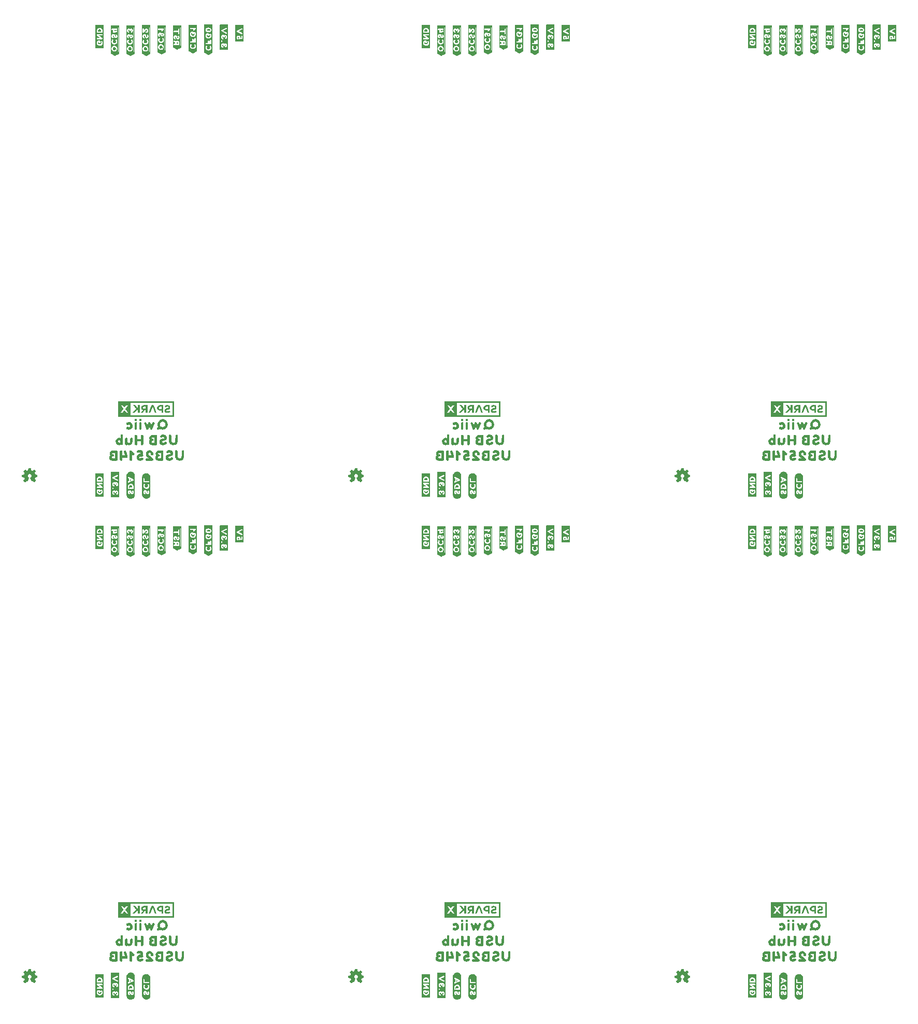
<source format=gbo>
G04 EAGLE Gerber RS-274X export*
G75*
%MOMM*%
%FSLAX34Y34*%
%LPD*%
%INSilkscreen Bottom*%
%IPPOS*%
%AMOC8*
5,1,8,0,0,1.08239X$1,22.5*%
G01*

G36*
X1328467Y152431D02*
X1328467Y152431D01*
X1328462Y152439D01*
X1328469Y152445D01*
X1328469Y177755D01*
X1328433Y177803D01*
X1328426Y177797D01*
X1328420Y177805D01*
X1236980Y177805D01*
X1236933Y177769D01*
X1236938Y177761D01*
X1236931Y177755D01*
X1236931Y152445D01*
X1236967Y152397D01*
X1236974Y152403D01*
X1236980Y152395D01*
X1328420Y152395D01*
X1328467Y152431D01*
G37*
G36*
X795067Y152431D02*
X795067Y152431D01*
X795062Y152439D01*
X795069Y152445D01*
X795069Y177755D01*
X795033Y177803D01*
X795026Y177797D01*
X795020Y177805D01*
X703580Y177805D01*
X703533Y177769D01*
X703538Y177761D01*
X703531Y177755D01*
X703531Y152445D01*
X703567Y152397D01*
X703574Y152403D01*
X703580Y152395D01*
X795020Y152395D01*
X795067Y152431D01*
G37*
G36*
X170167Y152397D02*
X170167Y152397D01*
X170174Y152403D01*
X170180Y152395D01*
X261620Y152395D01*
X261667Y152431D01*
X261662Y152439D01*
X261669Y152445D01*
X261669Y177755D01*
X261633Y177803D01*
X261626Y177797D01*
X261620Y177805D01*
X170180Y177805D01*
X170133Y177769D01*
X170138Y177761D01*
X170131Y177755D01*
X170131Y152445D01*
X170167Y152397D01*
G37*
G36*
X1328467Y970311D02*
X1328467Y970311D01*
X1328462Y970319D01*
X1328469Y970325D01*
X1328469Y995635D01*
X1328433Y995683D01*
X1328426Y995677D01*
X1328420Y995685D01*
X1236980Y995685D01*
X1236933Y995649D01*
X1236938Y995641D01*
X1236931Y995635D01*
X1236931Y970325D01*
X1236967Y970277D01*
X1236974Y970283D01*
X1236980Y970275D01*
X1328420Y970275D01*
X1328467Y970311D01*
G37*
G36*
X795067Y970311D02*
X795067Y970311D01*
X795062Y970319D01*
X795069Y970325D01*
X795069Y995635D01*
X795033Y995683D01*
X795026Y995677D01*
X795020Y995685D01*
X703580Y995685D01*
X703533Y995649D01*
X703538Y995641D01*
X703531Y995635D01*
X703531Y970325D01*
X703567Y970277D01*
X703574Y970283D01*
X703580Y970275D01*
X795020Y970275D01*
X795067Y970311D01*
G37*
G36*
X261667Y970311D02*
X261667Y970311D01*
X261662Y970319D01*
X261669Y970325D01*
X261669Y995635D01*
X261633Y995683D01*
X261626Y995677D01*
X261620Y995685D01*
X170180Y995685D01*
X170133Y995649D01*
X170138Y995641D01*
X170131Y995635D01*
X170131Y970325D01*
X170167Y970277D01*
X170174Y970283D01*
X170180Y970275D01*
X261620Y970275D01*
X261667Y970311D01*
G37*
%LPC*%
G36*
X1257457Y972724D02*
X1257457Y972724D01*
X1257457Y993236D01*
X1326021Y993236D01*
X1326021Y972724D01*
X1257457Y972724D01*
G37*
%LPD*%
%LPC*%
G36*
X724057Y972724D02*
X724057Y972724D01*
X724057Y993236D01*
X792621Y993236D01*
X792621Y972724D01*
X724057Y972724D01*
G37*
%LPD*%
%LPC*%
G36*
X190657Y972724D02*
X190657Y972724D01*
X190657Y993236D01*
X259221Y993236D01*
X259221Y972724D01*
X190657Y972724D01*
G37*
%LPD*%
%LPC*%
G36*
X1257457Y154844D02*
X1257457Y154844D01*
X1257457Y175356D01*
X1326021Y175356D01*
X1326021Y154844D01*
X1257457Y154844D01*
G37*
%LPD*%
%LPC*%
G36*
X724057Y154844D02*
X724057Y154844D01*
X724057Y175356D01*
X792621Y175356D01*
X792621Y154844D01*
X724057Y154844D01*
G37*
%LPD*%
%LPC*%
G36*
X259221Y175356D02*
X259221Y175356D01*
X259221Y154844D01*
X190657Y154844D01*
X190657Y175356D01*
X259221Y175356D01*
G37*
%LPD*%
G36*
X749613Y741710D02*
X749613Y741710D01*
X749622Y741706D01*
X755722Y744706D01*
X755727Y744716D01*
X755735Y744715D01*
X756135Y745115D01*
X756137Y745128D01*
X756146Y745135D01*
X756140Y745143D01*
X756149Y745150D01*
X756149Y791650D01*
X756113Y791697D01*
X756110Y791695D01*
X756108Y791699D01*
X755508Y791799D01*
X755503Y791796D01*
X755500Y791799D01*
X742600Y791799D01*
X742553Y791763D01*
X742555Y791760D01*
X742551Y791758D01*
X742451Y791158D01*
X742454Y791153D01*
X742451Y791150D01*
X742451Y745150D01*
X742470Y745125D01*
X742469Y745112D01*
X742969Y744712D01*
X742977Y744711D01*
X742978Y744706D01*
X748978Y741706D01*
X748994Y741709D01*
X749000Y741701D01*
X749600Y741701D01*
X749613Y741710D01*
G37*
G36*
X216213Y741710D02*
X216213Y741710D01*
X216222Y741706D01*
X222322Y744706D01*
X222327Y744716D01*
X222335Y744715D01*
X222735Y745115D01*
X222737Y745128D01*
X222746Y745135D01*
X222740Y745143D01*
X222749Y745150D01*
X222749Y791650D01*
X222713Y791697D01*
X222710Y791695D01*
X222708Y791699D01*
X222108Y791799D01*
X222103Y791796D01*
X222100Y791799D01*
X209200Y791799D01*
X209153Y791763D01*
X209155Y791760D01*
X209151Y791758D01*
X209051Y791158D01*
X209054Y791153D01*
X209051Y791150D01*
X209051Y745150D01*
X209070Y745125D01*
X209069Y745112D01*
X209569Y744712D01*
X209577Y744711D01*
X209578Y744706D01*
X215578Y741706D01*
X215594Y741709D01*
X215600Y741701D01*
X216200Y741701D01*
X216213Y741710D01*
G37*
G36*
X1283013Y741710D02*
X1283013Y741710D01*
X1283022Y741706D01*
X1289122Y744706D01*
X1289127Y744716D01*
X1289135Y744715D01*
X1289535Y745115D01*
X1289537Y745128D01*
X1289546Y745135D01*
X1289540Y745143D01*
X1289549Y745150D01*
X1289549Y791650D01*
X1289513Y791697D01*
X1289510Y791695D01*
X1289508Y791699D01*
X1288908Y791799D01*
X1288903Y791796D01*
X1288900Y791799D01*
X1276000Y791799D01*
X1275953Y791763D01*
X1275955Y791760D01*
X1275951Y791758D01*
X1275851Y791158D01*
X1275854Y791153D01*
X1275851Y791150D01*
X1275851Y745150D01*
X1275870Y745125D01*
X1275869Y745112D01*
X1276369Y744712D01*
X1276377Y744711D01*
X1276378Y744706D01*
X1282378Y741706D01*
X1282394Y741709D01*
X1282400Y741701D01*
X1283000Y741701D01*
X1283013Y741710D01*
G37*
G36*
X1283013Y1559590D02*
X1283013Y1559590D01*
X1283022Y1559586D01*
X1289122Y1562586D01*
X1289127Y1562596D01*
X1289135Y1562595D01*
X1289535Y1562995D01*
X1289537Y1563008D01*
X1289546Y1563015D01*
X1289540Y1563023D01*
X1289549Y1563030D01*
X1289549Y1609530D01*
X1289513Y1609577D01*
X1289510Y1609575D01*
X1289508Y1609579D01*
X1288908Y1609679D01*
X1288903Y1609676D01*
X1288900Y1609679D01*
X1276000Y1609679D01*
X1275953Y1609643D01*
X1275955Y1609640D01*
X1275951Y1609638D01*
X1275851Y1609038D01*
X1275854Y1609033D01*
X1275851Y1609030D01*
X1275851Y1563030D01*
X1275870Y1563005D01*
X1275869Y1562992D01*
X1276369Y1562592D01*
X1276377Y1562591D01*
X1276378Y1562586D01*
X1282378Y1559586D01*
X1282394Y1559589D01*
X1282400Y1559581D01*
X1283000Y1559581D01*
X1283013Y1559590D01*
G37*
G36*
X216213Y1559590D02*
X216213Y1559590D01*
X216222Y1559586D01*
X222322Y1562586D01*
X222327Y1562596D01*
X222335Y1562595D01*
X222735Y1562995D01*
X222737Y1563008D01*
X222746Y1563015D01*
X222740Y1563023D01*
X222749Y1563030D01*
X222749Y1609530D01*
X222713Y1609577D01*
X222710Y1609575D01*
X222708Y1609579D01*
X222108Y1609679D01*
X222103Y1609676D01*
X222100Y1609679D01*
X209200Y1609679D01*
X209153Y1609643D01*
X209155Y1609640D01*
X209151Y1609638D01*
X209051Y1609038D01*
X209054Y1609033D01*
X209051Y1609030D01*
X209051Y1563030D01*
X209070Y1563005D01*
X209069Y1562992D01*
X209569Y1562592D01*
X209577Y1562591D01*
X209578Y1562586D01*
X215578Y1559586D01*
X215594Y1559589D01*
X215600Y1559581D01*
X216200Y1559581D01*
X216213Y1559590D01*
G37*
G36*
X749613Y1559590D02*
X749613Y1559590D01*
X749622Y1559586D01*
X755722Y1562586D01*
X755727Y1562596D01*
X755735Y1562595D01*
X756135Y1562995D01*
X756137Y1563008D01*
X756146Y1563015D01*
X756140Y1563023D01*
X756149Y1563030D01*
X756149Y1609530D01*
X756113Y1609577D01*
X756110Y1609575D01*
X756108Y1609579D01*
X755508Y1609679D01*
X755503Y1609676D01*
X755500Y1609679D01*
X742600Y1609679D01*
X742553Y1609643D01*
X742555Y1609640D01*
X742551Y1609638D01*
X742451Y1609038D01*
X742454Y1609033D01*
X742451Y1609030D01*
X742451Y1563030D01*
X742470Y1563005D01*
X742469Y1562992D01*
X742969Y1562592D01*
X742977Y1562591D01*
X742978Y1562586D01*
X748978Y1559586D01*
X748994Y1559589D01*
X749000Y1559581D01*
X749600Y1559581D01*
X749613Y1559590D01*
G37*
G36*
X1264022Y744906D02*
X1264022Y744906D01*
X1264031Y744924D01*
X1264047Y744936D01*
X1264044Y744940D01*
X1264049Y744942D01*
X1264149Y745542D01*
X1264146Y745547D01*
X1264149Y745550D01*
X1264149Y748350D01*
X1264129Y748377D01*
X1264129Y748390D01*
X1264107Y748406D01*
X1264114Y748411D01*
X1264131Y748412D01*
X1264131Y748424D01*
X1264147Y748437D01*
X1264142Y748444D01*
X1264149Y748450D01*
X1264149Y791050D01*
X1264146Y791055D01*
X1264149Y791058D01*
X1264049Y791658D01*
X1264005Y791699D01*
X1264003Y791696D01*
X1264000Y791699D01*
X1250500Y791699D01*
X1250453Y791663D01*
X1250458Y791656D01*
X1250453Y791652D01*
X1250451Y791650D01*
X1250451Y745550D01*
X1250458Y745541D01*
X1250453Y745534D01*
X1250653Y744934D01*
X1250675Y744919D01*
X1250678Y744906D01*
X1257278Y741606D01*
X1257310Y741612D01*
X1257322Y741606D01*
X1264022Y744906D01*
G37*
G36*
X730622Y744906D02*
X730622Y744906D01*
X730631Y744924D01*
X730647Y744936D01*
X730644Y744940D01*
X730649Y744942D01*
X730749Y745542D01*
X730746Y745547D01*
X730749Y745550D01*
X730749Y748350D01*
X730729Y748377D01*
X730729Y748390D01*
X730707Y748406D01*
X730714Y748411D01*
X730731Y748412D01*
X730731Y748424D01*
X730747Y748437D01*
X730742Y748444D01*
X730749Y748450D01*
X730749Y791050D01*
X730746Y791055D01*
X730749Y791058D01*
X730649Y791658D01*
X730605Y791699D01*
X730603Y791696D01*
X730600Y791699D01*
X717100Y791699D01*
X717053Y791663D01*
X717058Y791656D01*
X717053Y791652D01*
X717051Y791650D01*
X717051Y745550D01*
X717058Y745541D01*
X717053Y745534D01*
X717253Y744934D01*
X717275Y744919D01*
X717278Y744906D01*
X723878Y741606D01*
X723910Y741612D01*
X723922Y741606D01*
X730622Y744906D01*
G37*
G36*
X197222Y744906D02*
X197222Y744906D01*
X197231Y744924D01*
X197247Y744936D01*
X197244Y744940D01*
X197249Y744942D01*
X197349Y745542D01*
X197346Y745547D01*
X197349Y745550D01*
X197349Y748350D01*
X197329Y748377D01*
X197329Y748390D01*
X197307Y748406D01*
X197314Y748411D01*
X197331Y748412D01*
X197331Y748424D01*
X197347Y748437D01*
X197342Y748444D01*
X197349Y748450D01*
X197349Y791050D01*
X197346Y791055D01*
X197349Y791058D01*
X197249Y791658D01*
X197205Y791699D01*
X197203Y791696D01*
X197200Y791699D01*
X183700Y791699D01*
X183653Y791663D01*
X183658Y791656D01*
X183653Y791652D01*
X183651Y791650D01*
X183651Y745550D01*
X183658Y745541D01*
X183653Y745534D01*
X183853Y744934D01*
X183875Y744919D01*
X183878Y744906D01*
X190478Y741606D01*
X190510Y741612D01*
X190522Y741606D01*
X197222Y744906D01*
G37*
G36*
X730622Y1562786D02*
X730622Y1562786D01*
X730631Y1562804D01*
X730647Y1562816D01*
X730644Y1562820D01*
X730649Y1562822D01*
X730749Y1563422D01*
X730746Y1563427D01*
X730749Y1563430D01*
X730749Y1566230D01*
X730729Y1566257D01*
X730729Y1566270D01*
X730707Y1566286D01*
X730714Y1566291D01*
X730731Y1566292D01*
X730731Y1566304D01*
X730747Y1566317D01*
X730742Y1566324D01*
X730749Y1566330D01*
X730749Y1608930D01*
X730746Y1608935D01*
X730749Y1608938D01*
X730649Y1609538D01*
X730605Y1609579D01*
X730603Y1609576D01*
X730600Y1609579D01*
X717100Y1609579D01*
X717053Y1609543D01*
X717058Y1609536D01*
X717053Y1609532D01*
X717051Y1609530D01*
X717051Y1563430D01*
X717058Y1563421D01*
X717053Y1563414D01*
X717253Y1562814D01*
X717275Y1562799D01*
X717278Y1562786D01*
X723878Y1559486D01*
X723910Y1559492D01*
X723922Y1559486D01*
X730622Y1562786D01*
G37*
G36*
X1264022Y1562786D02*
X1264022Y1562786D01*
X1264031Y1562804D01*
X1264047Y1562816D01*
X1264044Y1562820D01*
X1264049Y1562822D01*
X1264149Y1563422D01*
X1264146Y1563427D01*
X1264149Y1563430D01*
X1264149Y1566230D01*
X1264129Y1566257D01*
X1264129Y1566270D01*
X1264107Y1566286D01*
X1264114Y1566291D01*
X1264131Y1566292D01*
X1264131Y1566304D01*
X1264147Y1566317D01*
X1264142Y1566324D01*
X1264149Y1566330D01*
X1264149Y1608930D01*
X1264146Y1608935D01*
X1264149Y1608938D01*
X1264049Y1609538D01*
X1264005Y1609579D01*
X1264003Y1609576D01*
X1264000Y1609579D01*
X1250500Y1609579D01*
X1250453Y1609543D01*
X1250458Y1609536D01*
X1250453Y1609532D01*
X1250451Y1609530D01*
X1250451Y1563430D01*
X1250458Y1563421D01*
X1250453Y1563414D01*
X1250653Y1562814D01*
X1250675Y1562799D01*
X1250678Y1562786D01*
X1257278Y1559486D01*
X1257310Y1559492D01*
X1257322Y1559486D01*
X1264022Y1562786D01*
G37*
G36*
X197222Y1562786D02*
X197222Y1562786D01*
X197231Y1562804D01*
X197247Y1562816D01*
X197244Y1562820D01*
X197249Y1562822D01*
X197349Y1563422D01*
X197346Y1563427D01*
X197349Y1563430D01*
X197349Y1566230D01*
X197329Y1566257D01*
X197329Y1566270D01*
X197307Y1566286D01*
X197314Y1566291D01*
X197331Y1566292D01*
X197331Y1566304D01*
X197347Y1566317D01*
X197342Y1566324D01*
X197349Y1566330D01*
X197349Y1608930D01*
X197346Y1608935D01*
X197349Y1608938D01*
X197249Y1609538D01*
X197205Y1609579D01*
X197203Y1609576D01*
X197200Y1609579D01*
X183700Y1609579D01*
X183653Y1609543D01*
X183658Y1609536D01*
X183653Y1609532D01*
X183651Y1609530D01*
X183651Y1563430D01*
X183658Y1563421D01*
X183653Y1563414D01*
X183853Y1562814D01*
X183875Y1562799D01*
X183878Y1562786D01*
X190478Y1559486D01*
X190510Y1559492D01*
X190522Y1559486D01*
X197222Y1562786D01*
G37*
G36*
X165508Y741901D02*
X165508Y741901D01*
X165516Y741909D01*
X165522Y741906D01*
X171622Y745006D01*
X171629Y745020D01*
X171639Y745020D01*
X171939Y745420D01*
X171939Y745429D01*
X171944Y745432D01*
X171939Y745438D01*
X171939Y745442D01*
X171949Y745450D01*
X171949Y791150D01*
X171936Y791168D01*
X171939Y791180D01*
X171639Y791580D01*
X171608Y791589D01*
X171600Y791599D01*
X158700Y791599D01*
X158691Y791593D01*
X158682Y791586D01*
X158670Y791589D01*
X158270Y791289D01*
X158265Y791271D01*
X158253Y791261D01*
X158257Y791255D01*
X158251Y791250D01*
X158251Y745250D01*
X158272Y745222D01*
X158273Y745209D01*
X158873Y744809D01*
X158877Y744809D01*
X158878Y744806D01*
X164878Y741806D01*
X164899Y741810D01*
X164908Y741801D01*
X165508Y741901D01*
G37*
G36*
X698908Y1559781D02*
X698908Y1559781D01*
X698916Y1559789D01*
X698922Y1559786D01*
X705022Y1562886D01*
X705029Y1562900D01*
X705039Y1562900D01*
X705339Y1563300D01*
X705339Y1563309D01*
X705344Y1563312D01*
X705339Y1563318D01*
X705339Y1563322D01*
X705349Y1563330D01*
X705349Y1609030D01*
X705336Y1609048D01*
X705339Y1609060D01*
X705039Y1609460D01*
X705008Y1609469D01*
X705000Y1609479D01*
X692100Y1609479D01*
X692091Y1609473D01*
X692082Y1609466D01*
X692070Y1609469D01*
X691670Y1609169D01*
X691665Y1609151D01*
X691653Y1609141D01*
X691657Y1609135D01*
X691651Y1609130D01*
X691651Y1563130D01*
X691672Y1563102D01*
X691673Y1563089D01*
X692273Y1562689D01*
X692277Y1562689D01*
X692278Y1562686D01*
X698278Y1559686D01*
X698299Y1559690D01*
X698308Y1559681D01*
X698908Y1559781D01*
G37*
G36*
X1232308Y1559781D02*
X1232308Y1559781D01*
X1232316Y1559789D01*
X1232322Y1559786D01*
X1238422Y1562886D01*
X1238429Y1562900D01*
X1238439Y1562900D01*
X1238739Y1563300D01*
X1238739Y1563309D01*
X1238744Y1563312D01*
X1238739Y1563318D01*
X1238739Y1563322D01*
X1238749Y1563330D01*
X1238749Y1609030D01*
X1238736Y1609048D01*
X1238739Y1609060D01*
X1238439Y1609460D01*
X1238408Y1609469D01*
X1238400Y1609479D01*
X1225500Y1609479D01*
X1225491Y1609473D01*
X1225482Y1609466D01*
X1225470Y1609469D01*
X1225070Y1609169D01*
X1225065Y1609151D01*
X1225053Y1609141D01*
X1225057Y1609135D01*
X1225051Y1609130D01*
X1225051Y1563130D01*
X1225072Y1563102D01*
X1225073Y1563089D01*
X1225673Y1562689D01*
X1225677Y1562689D01*
X1225678Y1562686D01*
X1231678Y1559686D01*
X1231699Y1559690D01*
X1231708Y1559681D01*
X1232308Y1559781D01*
G37*
G36*
X165508Y1559781D02*
X165508Y1559781D01*
X165516Y1559789D01*
X165522Y1559786D01*
X171622Y1562886D01*
X171629Y1562900D01*
X171639Y1562900D01*
X171939Y1563300D01*
X171939Y1563309D01*
X171944Y1563312D01*
X171939Y1563318D01*
X171939Y1563322D01*
X171949Y1563330D01*
X171949Y1609030D01*
X171936Y1609048D01*
X171939Y1609060D01*
X171639Y1609460D01*
X171608Y1609469D01*
X171600Y1609479D01*
X158700Y1609479D01*
X158691Y1609473D01*
X158682Y1609466D01*
X158670Y1609469D01*
X158270Y1609169D01*
X158265Y1609151D01*
X158253Y1609141D01*
X158257Y1609135D01*
X158251Y1609130D01*
X158251Y1563130D01*
X158272Y1563102D01*
X158273Y1563089D01*
X158873Y1562689D01*
X158877Y1562689D01*
X158878Y1562686D01*
X164878Y1559686D01*
X164899Y1559690D01*
X164908Y1559681D01*
X165508Y1559781D01*
G37*
G36*
X1232308Y741901D02*
X1232308Y741901D01*
X1232316Y741909D01*
X1232322Y741906D01*
X1238422Y745006D01*
X1238429Y745020D01*
X1238439Y745020D01*
X1238739Y745420D01*
X1238739Y745429D01*
X1238744Y745432D01*
X1238739Y745438D01*
X1238739Y745442D01*
X1238749Y745450D01*
X1238749Y791150D01*
X1238736Y791168D01*
X1238739Y791180D01*
X1238439Y791580D01*
X1238408Y791589D01*
X1238400Y791599D01*
X1225500Y791599D01*
X1225491Y791593D01*
X1225482Y791586D01*
X1225470Y791589D01*
X1225070Y791289D01*
X1225065Y791271D01*
X1225053Y791261D01*
X1225057Y791255D01*
X1225051Y791250D01*
X1225051Y745250D01*
X1225072Y745222D01*
X1225073Y745209D01*
X1225673Y744809D01*
X1225677Y744809D01*
X1225678Y744806D01*
X1231678Y741806D01*
X1231699Y741810D01*
X1231708Y741801D01*
X1232308Y741901D01*
G37*
G36*
X698908Y741901D02*
X698908Y741901D01*
X698916Y741909D01*
X698922Y741906D01*
X705022Y745006D01*
X705029Y745020D01*
X705039Y745020D01*
X705339Y745420D01*
X705339Y745429D01*
X705344Y745432D01*
X705339Y745438D01*
X705339Y745442D01*
X705349Y745450D01*
X705349Y791150D01*
X705336Y791168D01*
X705339Y791180D01*
X705039Y791580D01*
X705008Y791589D01*
X705000Y791599D01*
X692100Y791599D01*
X692091Y791593D01*
X692082Y791586D01*
X692070Y791589D01*
X691670Y791289D01*
X691665Y791271D01*
X691653Y791261D01*
X691657Y791255D01*
X691651Y791250D01*
X691651Y745250D01*
X691672Y745222D01*
X691673Y745209D01*
X692273Y744809D01*
X692277Y744809D01*
X692278Y744806D01*
X698278Y741806D01*
X698299Y741810D01*
X698308Y741801D01*
X698908Y741901D01*
G37*
G36*
X317813Y743280D02*
X317813Y743280D01*
X317822Y743276D01*
X323822Y746276D01*
X323825Y746283D01*
X323831Y746282D01*
X324331Y746682D01*
X324335Y746697D01*
X324345Y746705D01*
X324339Y746713D01*
X324349Y746720D01*
X324349Y792620D01*
X324313Y792667D01*
X324310Y792665D01*
X324308Y792669D01*
X323708Y792769D01*
X323705Y792767D01*
X323702Y792767D01*
X323700Y792769D01*
X310800Y792769D01*
X310753Y792733D01*
X310754Y792732D01*
X310752Y792731D01*
X310754Y792729D01*
X310751Y792728D01*
X310651Y792128D01*
X310654Y792123D01*
X310651Y792120D01*
X310651Y746720D01*
X310667Y746699D01*
X310665Y746685D01*
X311065Y746285D01*
X311077Y746284D01*
X311078Y746276D01*
X317178Y743276D01*
X317194Y743279D01*
X317200Y743271D01*
X317800Y743271D01*
X317813Y743280D01*
G37*
G36*
X851213Y743280D02*
X851213Y743280D01*
X851222Y743276D01*
X857222Y746276D01*
X857225Y746283D01*
X857231Y746282D01*
X857731Y746682D01*
X857735Y746697D01*
X857745Y746705D01*
X857739Y746713D01*
X857749Y746720D01*
X857749Y792620D01*
X857713Y792667D01*
X857710Y792665D01*
X857708Y792669D01*
X857108Y792769D01*
X857105Y792767D01*
X857102Y792767D01*
X857100Y792769D01*
X844200Y792769D01*
X844153Y792733D01*
X844154Y792732D01*
X844152Y792731D01*
X844154Y792729D01*
X844151Y792728D01*
X844051Y792128D01*
X844054Y792123D01*
X844051Y792120D01*
X844051Y746720D01*
X844067Y746699D01*
X844065Y746685D01*
X844465Y746285D01*
X844477Y746284D01*
X844478Y746276D01*
X850578Y743276D01*
X850594Y743279D01*
X850600Y743271D01*
X851200Y743271D01*
X851213Y743280D01*
G37*
G36*
X851213Y1561160D02*
X851213Y1561160D01*
X851222Y1561156D01*
X857222Y1564156D01*
X857225Y1564163D01*
X857231Y1564162D01*
X857731Y1564562D01*
X857735Y1564577D01*
X857745Y1564585D01*
X857739Y1564593D01*
X857749Y1564600D01*
X857749Y1610500D01*
X857713Y1610547D01*
X857710Y1610545D01*
X857708Y1610549D01*
X857108Y1610649D01*
X857105Y1610647D01*
X857102Y1610647D01*
X857100Y1610649D01*
X844200Y1610649D01*
X844153Y1610613D01*
X844154Y1610612D01*
X844152Y1610611D01*
X844154Y1610609D01*
X844151Y1610608D01*
X844051Y1610008D01*
X844054Y1610003D01*
X844051Y1610000D01*
X844051Y1564600D01*
X844067Y1564579D01*
X844065Y1564565D01*
X844465Y1564165D01*
X844477Y1564164D01*
X844478Y1564156D01*
X850578Y1561156D01*
X850594Y1561159D01*
X850600Y1561151D01*
X851200Y1561151D01*
X851213Y1561160D01*
G37*
G36*
X1384613Y1561160D02*
X1384613Y1561160D01*
X1384622Y1561156D01*
X1390622Y1564156D01*
X1390625Y1564163D01*
X1390631Y1564162D01*
X1391131Y1564562D01*
X1391135Y1564577D01*
X1391145Y1564585D01*
X1391139Y1564593D01*
X1391149Y1564600D01*
X1391149Y1610500D01*
X1391113Y1610547D01*
X1391110Y1610545D01*
X1391108Y1610549D01*
X1390508Y1610649D01*
X1390505Y1610647D01*
X1390502Y1610647D01*
X1390500Y1610649D01*
X1377600Y1610649D01*
X1377553Y1610613D01*
X1377554Y1610612D01*
X1377552Y1610611D01*
X1377554Y1610609D01*
X1377551Y1610608D01*
X1377451Y1610008D01*
X1377454Y1610003D01*
X1377451Y1610000D01*
X1377451Y1564600D01*
X1377467Y1564579D01*
X1377465Y1564565D01*
X1377865Y1564165D01*
X1377877Y1564164D01*
X1377878Y1564156D01*
X1383978Y1561156D01*
X1383994Y1561159D01*
X1384000Y1561151D01*
X1384600Y1561151D01*
X1384613Y1561160D01*
G37*
G36*
X317813Y1561160D02*
X317813Y1561160D01*
X317822Y1561156D01*
X323822Y1564156D01*
X323825Y1564163D01*
X323831Y1564162D01*
X324331Y1564562D01*
X324335Y1564577D01*
X324345Y1564585D01*
X324339Y1564593D01*
X324349Y1564600D01*
X324349Y1610500D01*
X324313Y1610547D01*
X324310Y1610545D01*
X324308Y1610549D01*
X323708Y1610649D01*
X323705Y1610647D01*
X323702Y1610647D01*
X323700Y1610649D01*
X310800Y1610649D01*
X310753Y1610613D01*
X310754Y1610612D01*
X310752Y1610611D01*
X310754Y1610609D01*
X310751Y1610608D01*
X310651Y1610008D01*
X310654Y1610003D01*
X310651Y1610000D01*
X310651Y1564600D01*
X310667Y1564579D01*
X310665Y1564565D01*
X311065Y1564165D01*
X311077Y1564164D01*
X311078Y1564156D01*
X317178Y1561156D01*
X317194Y1561159D01*
X317200Y1561151D01*
X317800Y1561151D01*
X317813Y1561160D01*
G37*
G36*
X1384613Y743280D02*
X1384613Y743280D01*
X1384622Y743276D01*
X1390622Y746276D01*
X1390625Y746283D01*
X1390631Y746282D01*
X1391131Y746682D01*
X1391135Y746697D01*
X1391145Y746705D01*
X1391139Y746713D01*
X1391149Y746720D01*
X1391149Y792620D01*
X1391113Y792667D01*
X1391110Y792665D01*
X1391108Y792669D01*
X1390508Y792769D01*
X1390505Y792767D01*
X1390502Y792767D01*
X1390500Y792769D01*
X1377600Y792769D01*
X1377553Y792733D01*
X1377554Y792732D01*
X1377552Y792731D01*
X1377554Y792729D01*
X1377551Y792728D01*
X1377451Y792128D01*
X1377454Y792123D01*
X1377451Y792120D01*
X1377451Y746720D01*
X1377467Y746699D01*
X1377465Y746685D01*
X1377865Y746285D01*
X1377877Y746284D01*
X1377878Y746276D01*
X1383978Y743276D01*
X1383994Y743279D01*
X1384000Y743271D01*
X1384600Y743271D01*
X1384613Y743280D01*
G37*
G36*
X248022Y747576D02*
X248022Y747576D01*
X248032Y747596D01*
X248044Y747605D01*
X248042Y747608D01*
X248049Y747612D01*
X248149Y748212D01*
X248146Y748217D01*
X248149Y748220D01*
X248149Y791020D01*
X248146Y791025D01*
X248149Y791028D01*
X248049Y791628D01*
X248005Y791669D01*
X248003Y791666D01*
X248000Y791669D01*
X235100Y791669D01*
X235095Y791666D01*
X235092Y791669D01*
X234492Y791569D01*
X234451Y791525D01*
X234454Y791523D01*
X234451Y791520D01*
X234451Y748220D01*
X234454Y748215D01*
X234451Y748212D01*
X234551Y747612D01*
X234575Y747589D01*
X234578Y747576D01*
X241278Y744176D01*
X241310Y744182D01*
X241322Y744176D01*
X248022Y747576D01*
G37*
G36*
X781422Y1565456D02*
X781422Y1565456D01*
X781432Y1565476D01*
X781444Y1565485D01*
X781442Y1565488D01*
X781449Y1565492D01*
X781549Y1566092D01*
X781546Y1566097D01*
X781549Y1566100D01*
X781549Y1608900D01*
X781546Y1608905D01*
X781549Y1608908D01*
X781449Y1609508D01*
X781405Y1609549D01*
X781403Y1609546D01*
X781400Y1609549D01*
X768500Y1609549D01*
X768495Y1609546D01*
X768492Y1609549D01*
X767892Y1609449D01*
X767851Y1609405D01*
X767854Y1609403D01*
X767851Y1609400D01*
X767851Y1566100D01*
X767854Y1566095D01*
X767851Y1566092D01*
X767951Y1565492D01*
X767975Y1565469D01*
X767978Y1565456D01*
X774678Y1562056D01*
X774710Y1562062D01*
X774722Y1562056D01*
X781422Y1565456D01*
G37*
G36*
X248022Y1565456D02*
X248022Y1565456D01*
X248032Y1565476D01*
X248044Y1565485D01*
X248042Y1565488D01*
X248049Y1565492D01*
X248149Y1566092D01*
X248146Y1566097D01*
X248149Y1566100D01*
X248149Y1608900D01*
X248146Y1608905D01*
X248149Y1608908D01*
X248049Y1609508D01*
X248005Y1609549D01*
X248003Y1609546D01*
X248000Y1609549D01*
X235100Y1609549D01*
X235095Y1609546D01*
X235092Y1609549D01*
X234492Y1609449D01*
X234451Y1609405D01*
X234454Y1609403D01*
X234451Y1609400D01*
X234451Y1566100D01*
X234454Y1566095D01*
X234451Y1566092D01*
X234551Y1565492D01*
X234575Y1565469D01*
X234578Y1565456D01*
X241278Y1562056D01*
X241310Y1562062D01*
X241322Y1562056D01*
X248022Y1565456D01*
G37*
G36*
X1314822Y747576D02*
X1314822Y747576D01*
X1314832Y747596D01*
X1314844Y747605D01*
X1314842Y747608D01*
X1314849Y747612D01*
X1314949Y748212D01*
X1314946Y748217D01*
X1314949Y748220D01*
X1314949Y791020D01*
X1314946Y791025D01*
X1314949Y791028D01*
X1314849Y791628D01*
X1314805Y791669D01*
X1314803Y791666D01*
X1314800Y791669D01*
X1301900Y791669D01*
X1301895Y791666D01*
X1301892Y791669D01*
X1301292Y791569D01*
X1301251Y791525D01*
X1301254Y791523D01*
X1301251Y791520D01*
X1301251Y748220D01*
X1301254Y748215D01*
X1301251Y748212D01*
X1301351Y747612D01*
X1301375Y747589D01*
X1301378Y747576D01*
X1308078Y744176D01*
X1308110Y744182D01*
X1308122Y744176D01*
X1314822Y747576D01*
G37*
G36*
X781422Y747576D02*
X781422Y747576D01*
X781432Y747596D01*
X781444Y747605D01*
X781442Y747608D01*
X781449Y747612D01*
X781549Y748212D01*
X781546Y748217D01*
X781549Y748220D01*
X781549Y791020D01*
X781546Y791025D01*
X781549Y791028D01*
X781449Y791628D01*
X781405Y791669D01*
X781403Y791666D01*
X781400Y791669D01*
X768500Y791669D01*
X768495Y791666D01*
X768492Y791669D01*
X767892Y791569D01*
X767851Y791525D01*
X767854Y791523D01*
X767851Y791520D01*
X767851Y748220D01*
X767854Y748215D01*
X767851Y748212D01*
X767951Y747612D01*
X767975Y747589D01*
X767978Y747576D01*
X774678Y744176D01*
X774710Y744182D01*
X774722Y744176D01*
X781422Y747576D01*
G37*
G36*
X1314822Y1565456D02*
X1314822Y1565456D01*
X1314832Y1565476D01*
X1314844Y1565485D01*
X1314842Y1565488D01*
X1314849Y1565492D01*
X1314949Y1566092D01*
X1314946Y1566097D01*
X1314949Y1566100D01*
X1314949Y1608900D01*
X1314946Y1608905D01*
X1314949Y1608908D01*
X1314849Y1609508D01*
X1314805Y1609549D01*
X1314803Y1609546D01*
X1314800Y1609549D01*
X1301900Y1609549D01*
X1301895Y1609546D01*
X1301892Y1609549D01*
X1301292Y1609449D01*
X1301251Y1609405D01*
X1301254Y1609403D01*
X1301251Y1609400D01*
X1301251Y1566100D01*
X1301254Y1566095D01*
X1301251Y1566092D01*
X1301351Y1565492D01*
X1301375Y1565469D01*
X1301378Y1565456D01*
X1308078Y1562056D01*
X1308110Y1562062D01*
X1308122Y1562056D01*
X1314822Y1565456D01*
G37*
G36*
X825908Y745941D02*
X825908Y745941D01*
X825915Y745949D01*
X825922Y745946D01*
X831922Y748946D01*
X831929Y748959D01*
X831938Y748959D01*
X832338Y749459D01*
X832339Y749468D01*
X832344Y749472D01*
X832339Y749478D01*
X832339Y749482D01*
X832349Y749490D01*
X832349Y752490D01*
X832332Y752513D01*
X832333Y752526D01*
X832308Y752550D01*
X832326Y752548D01*
X832328Y752574D01*
X832349Y752590D01*
X832349Y792590D01*
X832313Y792637D01*
X832306Y792632D01*
X832300Y792639D01*
X818800Y792639D01*
X818753Y792603D01*
X818755Y792600D01*
X818751Y792598D01*
X818651Y791998D01*
X818654Y791993D01*
X818651Y791990D01*
X818651Y749290D01*
X818670Y749265D01*
X818669Y749252D01*
X819169Y748852D01*
X819177Y748851D01*
X819178Y748846D01*
X825278Y745846D01*
X825299Y745850D01*
X825308Y745841D01*
X825908Y745941D01*
G37*
G36*
X292508Y745941D02*
X292508Y745941D01*
X292515Y745949D01*
X292522Y745946D01*
X298522Y748946D01*
X298529Y748959D01*
X298538Y748959D01*
X298938Y749459D01*
X298939Y749468D01*
X298944Y749472D01*
X298939Y749478D01*
X298939Y749482D01*
X298949Y749490D01*
X298949Y752490D01*
X298932Y752513D01*
X298933Y752526D01*
X298908Y752550D01*
X298926Y752548D01*
X298928Y752574D01*
X298949Y752590D01*
X298949Y792590D01*
X298913Y792637D01*
X298906Y792632D01*
X298900Y792639D01*
X285400Y792639D01*
X285353Y792603D01*
X285355Y792600D01*
X285351Y792598D01*
X285251Y791998D01*
X285254Y791993D01*
X285251Y791990D01*
X285251Y749290D01*
X285270Y749265D01*
X285269Y749252D01*
X285769Y748852D01*
X285777Y748851D01*
X285778Y748846D01*
X291878Y745846D01*
X291899Y745850D01*
X291908Y745841D01*
X292508Y745941D01*
G37*
G36*
X1359308Y745941D02*
X1359308Y745941D01*
X1359315Y745949D01*
X1359322Y745946D01*
X1365322Y748946D01*
X1365329Y748959D01*
X1365338Y748959D01*
X1365738Y749459D01*
X1365739Y749468D01*
X1365744Y749472D01*
X1365739Y749478D01*
X1365739Y749482D01*
X1365749Y749490D01*
X1365749Y752490D01*
X1365732Y752513D01*
X1365733Y752526D01*
X1365708Y752550D01*
X1365726Y752548D01*
X1365728Y752574D01*
X1365749Y752590D01*
X1365749Y792590D01*
X1365713Y792637D01*
X1365706Y792632D01*
X1365700Y792639D01*
X1352200Y792639D01*
X1352153Y792603D01*
X1352155Y792600D01*
X1352151Y792598D01*
X1352051Y791998D01*
X1352054Y791993D01*
X1352051Y791990D01*
X1352051Y749290D01*
X1352070Y749265D01*
X1352069Y749252D01*
X1352569Y748852D01*
X1352577Y748851D01*
X1352578Y748846D01*
X1358678Y745846D01*
X1358699Y745850D01*
X1358708Y745841D01*
X1359308Y745941D01*
G37*
G36*
X292508Y1563821D02*
X292508Y1563821D01*
X292515Y1563829D01*
X292522Y1563826D01*
X298522Y1566826D01*
X298529Y1566839D01*
X298538Y1566839D01*
X298938Y1567339D01*
X298939Y1567348D01*
X298944Y1567352D01*
X298939Y1567358D01*
X298939Y1567362D01*
X298949Y1567370D01*
X298949Y1570370D01*
X298932Y1570393D01*
X298933Y1570406D01*
X298908Y1570430D01*
X298926Y1570428D01*
X298928Y1570454D01*
X298949Y1570470D01*
X298949Y1610470D01*
X298913Y1610517D01*
X298906Y1610512D01*
X298900Y1610519D01*
X285400Y1610519D01*
X285353Y1610483D01*
X285355Y1610480D01*
X285351Y1610478D01*
X285251Y1609878D01*
X285254Y1609873D01*
X285251Y1609870D01*
X285251Y1567170D01*
X285270Y1567145D01*
X285269Y1567132D01*
X285769Y1566732D01*
X285777Y1566731D01*
X285778Y1566726D01*
X291878Y1563726D01*
X291899Y1563730D01*
X291908Y1563721D01*
X292508Y1563821D01*
G37*
G36*
X825908Y1563821D02*
X825908Y1563821D01*
X825915Y1563829D01*
X825922Y1563826D01*
X831922Y1566826D01*
X831929Y1566839D01*
X831938Y1566839D01*
X832338Y1567339D01*
X832339Y1567348D01*
X832344Y1567352D01*
X832339Y1567358D01*
X832339Y1567362D01*
X832349Y1567370D01*
X832349Y1570370D01*
X832332Y1570393D01*
X832333Y1570406D01*
X832308Y1570430D01*
X832326Y1570428D01*
X832328Y1570454D01*
X832349Y1570470D01*
X832349Y1610470D01*
X832313Y1610517D01*
X832306Y1610512D01*
X832300Y1610519D01*
X818800Y1610519D01*
X818753Y1610483D01*
X818755Y1610480D01*
X818751Y1610478D01*
X818651Y1609878D01*
X818654Y1609873D01*
X818651Y1609870D01*
X818651Y1567170D01*
X818670Y1567145D01*
X818669Y1567132D01*
X819169Y1566732D01*
X819177Y1566731D01*
X819178Y1566726D01*
X825278Y1563726D01*
X825299Y1563730D01*
X825308Y1563721D01*
X825908Y1563821D01*
G37*
G36*
X1359308Y1563821D02*
X1359308Y1563821D01*
X1359315Y1563829D01*
X1359322Y1563826D01*
X1365322Y1566826D01*
X1365329Y1566839D01*
X1365338Y1566839D01*
X1365738Y1567339D01*
X1365739Y1567348D01*
X1365744Y1567352D01*
X1365739Y1567358D01*
X1365739Y1567362D01*
X1365749Y1567370D01*
X1365749Y1570370D01*
X1365732Y1570393D01*
X1365733Y1570406D01*
X1365708Y1570430D01*
X1365726Y1570428D01*
X1365728Y1570454D01*
X1365749Y1570470D01*
X1365749Y1610470D01*
X1365713Y1610517D01*
X1365706Y1610512D01*
X1365700Y1610519D01*
X1352200Y1610519D01*
X1352153Y1610483D01*
X1352155Y1610480D01*
X1352151Y1610478D01*
X1352051Y1609878D01*
X1352054Y1609873D01*
X1352051Y1609870D01*
X1352051Y1567170D01*
X1352070Y1567145D01*
X1352069Y1567132D01*
X1352569Y1566732D01*
X1352577Y1566731D01*
X1352578Y1566726D01*
X1358678Y1563726D01*
X1358699Y1563730D01*
X1358708Y1563721D01*
X1359308Y1563821D01*
G37*
G36*
X171305Y838944D02*
X171305Y838944D01*
X171308Y838941D01*
X171908Y839041D01*
X171949Y839085D01*
X171946Y839088D01*
X171949Y839090D01*
X171949Y880290D01*
X171930Y880316D01*
X171930Y880329D01*
X171530Y880629D01*
X171508Y880629D01*
X171500Y880639D01*
X158600Y880639D01*
X158574Y880620D01*
X158561Y880620D01*
X158261Y880220D01*
X158261Y880198D01*
X158251Y880190D01*
X158251Y839590D01*
X158258Y839581D01*
X158253Y839574D01*
X158453Y838974D01*
X158497Y838944D01*
X158500Y838941D01*
X171300Y838941D01*
X171305Y838944D01*
G37*
G36*
X1238105Y838944D02*
X1238105Y838944D01*
X1238108Y838941D01*
X1238708Y839041D01*
X1238749Y839085D01*
X1238746Y839088D01*
X1238749Y839090D01*
X1238749Y880290D01*
X1238730Y880316D01*
X1238730Y880329D01*
X1238330Y880629D01*
X1238308Y880629D01*
X1238300Y880639D01*
X1225400Y880639D01*
X1225374Y880620D01*
X1225361Y880620D01*
X1225061Y880220D01*
X1225061Y880198D01*
X1225051Y880190D01*
X1225051Y839590D01*
X1225058Y839581D01*
X1225053Y839574D01*
X1225253Y838974D01*
X1225297Y838944D01*
X1225300Y838941D01*
X1238100Y838941D01*
X1238105Y838944D01*
G37*
G36*
X882505Y751314D02*
X882505Y751314D01*
X882508Y751311D01*
X883108Y751411D01*
X883149Y751455D01*
X883146Y751458D01*
X883149Y751460D01*
X883149Y792660D01*
X883130Y792686D01*
X883130Y792699D01*
X882730Y792999D01*
X882708Y792999D01*
X882700Y793009D01*
X869800Y793009D01*
X869774Y792990D01*
X869761Y792990D01*
X869461Y792590D01*
X869461Y792568D01*
X869451Y792560D01*
X869451Y751960D01*
X869458Y751951D01*
X869453Y751944D01*
X869653Y751344D01*
X869697Y751314D01*
X869700Y751311D01*
X882500Y751311D01*
X882505Y751314D01*
G37*
G36*
X349105Y1569194D02*
X349105Y1569194D01*
X349108Y1569191D01*
X349708Y1569291D01*
X349749Y1569335D01*
X349746Y1569338D01*
X349749Y1569340D01*
X349749Y1610540D01*
X349730Y1610566D01*
X349730Y1610579D01*
X349330Y1610879D01*
X349308Y1610879D01*
X349300Y1610889D01*
X336400Y1610889D01*
X336374Y1610870D01*
X336361Y1610870D01*
X336061Y1610470D01*
X336061Y1610448D01*
X336051Y1610440D01*
X336051Y1569840D01*
X336058Y1569831D01*
X336053Y1569824D01*
X336253Y1569224D01*
X336297Y1569194D01*
X336300Y1569191D01*
X349100Y1569191D01*
X349105Y1569194D01*
G37*
G36*
X171305Y21064D02*
X171305Y21064D01*
X171308Y21061D01*
X171908Y21161D01*
X171949Y21205D01*
X171946Y21208D01*
X171949Y21210D01*
X171949Y62410D01*
X171930Y62436D01*
X171930Y62449D01*
X171530Y62749D01*
X171508Y62749D01*
X171500Y62759D01*
X158600Y62759D01*
X158574Y62740D01*
X158561Y62740D01*
X158261Y62340D01*
X158261Y62318D01*
X158251Y62310D01*
X158251Y21710D01*
X158258Y21701D01*
X158253Y21694D01*
X158453Y21094D01*
X158497Y21064D01*
X158500Y21061D01*
X171300Y21061D01*
X171305Y21064D01*
G37*
G36*
X704705Y21064D02*
X704705Y21064D01*
X704708Y21061D01*
X705308Y21161D01*
X705349Y21205D01*
X705346Y21208D01*
X705349Y21210D01*
X705349Y62410D01*
X705330Y62436D01*
X705330Y62449D01*
X704930Y62749D01*
X704908Y62749D01*
X704900Y62759D01*
X692000Y62759D01*
X691974Y62740D01*
X691961Y62740D01*
X691661Y62340D01*
X691661Y62318D01*
X691651Y62310D01*
X691651Y21710D01*
X691658Y21701D01*
X691653Y21694D01*
X691853Y21094D01*
X691897Y21064D01*
X691900Y21061D01*
X704700Y21061D01*
X704705Y21064D01*
G37*
G36*
X1238105Y21064D02*
X1238105Y21064D01*
X1238108Y21061D01*
X1238708Y21161D01*
X1238749Y21205D01*
X1238746Y21208D01*
X1238749Y21210D01*
X1238749Y62410D01*
X1238730Y62436D01*
X1238730Y62449D01*
X1238330Y62749D01*
X1238308Y62749D01*
X1238300Y62759D01*
X1225400Y62759D01*
X1225374Y62740D01*
X1225361Y62740D01*
X1225061Y62340D01*
X1225061Y62318D01*
X1225051Y62310D01*
X1225051Y21710D01*
X1225058Y21701D01*
X1225053Y21694D01*
X1225253Y21094D01*
X1225297Y21064D01*
X1225300Y21061D01*
X1238100Y21061D01*
X1238105Y21064D01*
G37*
G36*
X1415905Y751314D02*
X1415905Y751314D01*
X1415908Y751311D01*
X1416508Y751411D01*
X1416549Y751455D01*
X1416546Y751458D01*
X1416549Y751460D01*
X1416549Y792660D01*
X1416530Y792686D01*
X1416530Y792699D01*
X1416130Y792999D01*
X1416108Y792999D01*
X1416100Y793009D01*
X1403200Y793009D01*
X1403174Y792990D01*
X1403161Y792990D01*
X1402861Y792590D01*
X1402861Y792568D01*
X1402851Y792560D01*
X1402851Y751960D01*
X1402858Y751951D01*
X1402853Y751944D01*
X1403053Y751344D01*
X1403097Y751314D01*
X1403100Y751311D01*
X1415900Y751311D01*
X1415905Y751314D01*
G37*
G36*
X349105Y751314D02*
X349105Y751314D01*
X349108Y751311D01*
X349708Y751411D01*
X349749Y751455D01*
X349746Y751458D01*
X349749Y751460D01*
X349749Y792660D01*
X349730Y792686D01*
X349730Y792699D01*
X349330Y792999D01*
X349308Y792999D01*
X349300Y793009D01*
X336400Y793009D01*
X336374Y792990D01*
X336361Y792990D01*
X336061Y792590D01*
X336061Y792568D01*
X336051Y792560D01*
X336051Y751960D01*
X336058Y751951D01*
X336053Y751944D01*
X336253Y751344D01*
X336297Y751314D01*
X336300Y751311D01*
X349100Y751311D01*
X349105Y751314D01*
G37*
G36*
X882505Y1569194D02*
X882505Y1569194D01*
X882508Y1569191D01*
X883108Y1569291D01*
X883149Y1569335D01*
X883146Y1569338D01*
X883149Y1569340D01*
X883149Y1610540D01*
X883130Y1610566D01*
X883130Y1610579D01*
X882730Y1610879D01*
X882708Y1610879D01*
X882700Y1610889D01*
X869800Y1610889D01*
X869774Y1610870D01*
X869761Y1610870D01*
X869461Y1610470D01*
X869461Y1610448D01*
X869451Y1610440D01*
X869451Y1569840D01*
X869458Y1569831D01*
X869453Y1569824D01*
X869653Y1569224D01*
X869697Y1569194D01*
X869700Y1569191D01*
X882500Y1569191D01*
X882505Y1569194D01*
G37*
G36*
X1415905Y1569194D02*
X1415905Y1569194D01*
X1415908Y1569191D01*
X1416508Y1569291D01*
X1416549Y1569335D01*
X1416546Y1569338D01*
X1416549Y1569340D01*
X1416549Y1610540D01*
X1416530Y1610566D01*
X1416530Y1610579D01*
X1416130Y1610879D01*
X1416108Y1610879D01*
X1416100Y1610889D01*
X1403200Y1610889D01*
X1403174Y1610870D01*
X1403161Y1610870D01*
X1402861Y1610470D01*
X1402861Y1610448D01*
X1402851Y1610440D01*
X1402851Y1569840D01*
X1402858Y1569831D01*
X1402853Y1569824D01*
X1403053Y1569224D01*
X1403097Y1569194D01*
X1403100Y1569191D01*
X1415900Y1569191D01*
X1415905Y1569194D01*
G37*
G36*
X704705Y838944D02*
X704705Y838944D01*
X704708Y838941D01*
X705308Y839041D01*
X705349Y839085D01*
X705346Y839088D01*
X705349Y839090D01*
X705349Y880290D01*
X705330Y880316D01*
X705330Y880329D01*
X704930Y880629D01*
X704908Y880629D01*
X704900Y880639D01*
X692000Y880639D01*
X691974Y880620D01*
X691961Y880620D01*
X691661Y880220D01*
X691661Y880198D01*
X691651Y880190D01*
X691651Y839590D01*
X691658Y839581D01*
X691653Y839574D01*
X691853Y838974D01*
X691897Y838944D01*
X691900Y838941D01*
X704700Y838941D01*
X704705Y838944D01*
G37*
G36*
X1257904Y18394D02*
X1257904Y18394D01*
X1257907Y18391D01*
X1258607Y18491D01*
X1258612Y18496D01*
X1258616Y18493D01*
X1259215Y18693D01*
X1259914Y18893D01*
X1259918Y18898D01*
X1259922Y18896D01*
X1260522Y19196D01*
X1260524Y19200D01*
X1260527Y19199D01*
X1261127Y19599D01*
X1261128Y19602D01*
X1261131Y19602D01*
X1262131Y20402D01*
X1262132Y20406D01*
X1262135Y20405D01*
X1262635Y20905D01*
X1262636Y20912D01*
X1262641Y20913D01*
X1263041Y21513D01*
X1263041Y21517D01*
X1263044Y21518D01*
X1263644Y22718D01*
X1263643Y22723D01*
X1263647Y22724D01*
X1263847Y23324D01*
X1263846Y23326D01*
X1263847Y23326D01*
X1263883Y23450D01*
X1263897Y23499D01*
X1263939Y23647D01*
X1263981Y23795D01*
X1263995Y23844D01*
X1264037Y23992D01*
X1264038Y23992D01*
X1264037Y23992D01*
X1264047Y24026D01*
X1264046Y24030D01*
X1264049Y24032D01*
X1264149Y24632D01*
X1264146Y24637D01*
X1264149Y24640D01*
X1264149Y56440D01*
X1264146Y56445D01*
X1264149Y56448D01*
X1264049Y57048D01*
X1263949Y57747D01*
X1263944Y57752D01*
X1263947Y57756D01*
X1263747Y58356D01*
X1263744Y58357D01*
X1263745Y58359D01*
X1263445Y59059D01*
X1263443Y59061D01*
X1263444Y59062D01*
X1263144Y59662D01*
X1263137Y59665D01*
X1263138Y59671D01*
X1262338Y60671D01*
X1262334Y60672D01*
X1262335Y60675D01*
X1261835Y61175D01*
X1261828Y61176D01*
X1261827Y61181D01*
X1261229Y61580D01*
X1260731Y61978D01*
X1260723Y61979D01*
X1260722Y61984D01*
X1260122Y62284D01*
X1260115Y62283D01*
X1260114Y62287D01*
X1259415Y62487D01*
X1258816Y62687D01*
X1258809Y62685D01*
X1258807Y62689D01*
X1257407Y62889D01*
X1257402Y62886D01*
X1257400Y62889D01*
X1256800Y62889D01*
X1256796Y62886D01*
X1256793Y62889D01*
X1256093Y62789D01*
X1256089Y62785D01*
X1256086Y62787D01*
X1255386Y62587D01*
X1255385Y62586D01*
X1255384Y62587D01*
X1254784Y62387D01*
X1254781Y62382D01*
X1254778Y62384D01*
X1253578Y61784D01*
X1253576Y61780D01*
X1253573Y61781D01*
X1252973Y61381D01*
X1252970Y61374D01*
X1252965Y61375D01*
X1252465Y60875D01*
X1252465Y60871D01*
X1252462Y60871D01*
X1251662Y59871D01*
X1251661Y59867D01*
X1251659Y59867D01*
X1251259Y59267D01*
X1251259Y59263D01*
X1251256Y59262D01*
X1250956Y58662D01*
X1250957Y58657D01*
X1250953Y58656D01*
X1250753Y58056D01*
X1250754Y58054D01*
X1250753Y58054D01*
X1250752Y58050D01*
X1250710Y57903D01*
X1250667Y57755D01*
X1250653Y57706D01*
X1250611Y57558D01*
X1250569Y57410D01*
X1250555Y57361D01*
X1250553Y57354D01*
X1250556Y57344D01*
X1250551Y57340D01*
X1250551Y56643D01*
X1250451Y55947D01*
X1250454Y55942D01*
X1250451Y55940D01*
X1250451Y24840D01*
X1250454Y24836D01*
X1250451Y24833D01*
X1250551Y24133D01*
X1250556Y24128D01*
X1250553Y24124D01*
X1250753Y23525D01*
X1250953Y22826D01*
X1250954Y22825D01*
X1250953Y22824D01*
X1251153Y22224D01*
X1251161Y22219D01*
X1251159Y22213D01*
X1251557Y21615D01*
X1251856Y21018D01*
X1251866Y21013D01*
X1251865Y21005D01*
X1252365Y20505D01*
X1252369Y20505D01*
X1252369Y20502D01*
X1252867Y20103D01*
X1253365Y19605D01*
X1253377Y19604D01*
X1253378Y19596D01*
X1255178Y18696D01*
X1255189Y18698D01*
X1255193Y18691D01*
X1255893Y18591D01*
X1256592Y18491D01*
X1257192Y18391D01*
X1257197Y18394D01*
X1257200Y18391D01*
X1257900Y18391D01*
X1257904Y18394D01*
G37*
G36*
X724504Y18394D02*
X724504Y18394D01*
X724507Y18391D01*
X725207Y18491D01*
X725212Y18496D01*
X725216Y18493D01*
X725815Y18693D01*
X726514Y18893D01*
X726518Y18898D01*
X726522Y18896D01*
X727122Y19196D01*
X727124Y19200D01*
X727127Y19199D01*
X727727Y19599D01*
X727728Y19602D01*
X727731Y19602D01*
X728731Y20402D01*
X728732Y20406D01*
X728735Y20405D01*
X729235Y20905D01*
X729236Y20912D01*
X729241Y20913D01*
X729641Y21513D01*
X729641Y21517D01*
X729644Y21518D01*
X730244Y22718D01*
X730243Y22723D01*
X730247Y22724D01*
X730447Y23324D01*
X730446Y23326D01*
X730447Y23326D01*
X730483Y23450D01*
X730497Y23499D01*
X730539Y23647D01*
X730581Y23795D01*
X730595Y23844D01*
X730637Y23992D01*
X730638Y23992D01*
X730637Y23992D01*
X730647Y24026D01*
X730646Y24030D01*
X730649Y24032D01*
X730749Y24632D01*
X730746Y24637D01*
X730749Y24640D01*
X730749Y56440D01*
X730746Y56445D01*
X730749Y56448D01*
X730649Y57048D01*
X730549Y57747D01*
X730544Y57752D01*
X730547Y57756D01*
X730347Y58356D01*
X730344Y58357D01*
X730345Y58359D01*
X730045Y59059D01*
X730043Y59061D01*
X730044Y59062D01*
X729744Y59662D01*
X729737Y59665D01*
X729738Y59671D01*
X728938Y60671D01*
X728934Y60672D01*
X728935Y60675D01*
X728435Y61175D01*
X728428Y61176D01*
X728427Y61181D01*
X727829Y61580D01*
X727331Y61978D01*
X727323Y61979D01*
X727322Y61984D01*
X726722Y62284D01*
X726715Y62283D01*
X726714Y62287D01*
X726015Y62487D01*
X725416Y62687D01*
X725409Y62685D01*
X725407Y62689D01*
X724007Y62889D01*
X724002Y62886D01*
X724000Y62889D01*
X723400Y62889D01*
X723396Y62886D01*
X723393Y62889D01*
X722693Y62789D01*
X722689Y62785D01*
X722686Y62787D01*
X721986Y62587D01*
X721985Y62586D01*
X721984Y62587D01*
X721384Y62387D01*
X721381Y62382D01*
X721378Y62384D01*
X720178Y61784D01*
X720176Y61780D01*
X720173Y61781D01*
X719573Y61381D01*
X719570Y61374D01*
X719565Y61375D01*
X719065Y60875D01*
X719065Y60871D01*
X719062Y60871D01*
X718262Y59871D01*
X718261Y59867D01*
X718259Y59867D01*
X717859Y59267D01*
X717859Y59263D01*
X717856Y59262D01*
X717556Y58662D01*
X717557Y58657D01*
X717553Y58656D01*
X717353Y58056D01*
X717354Y58054D01*
X717353Y58054D01*
X717352Y58050D01*
X717310Y57903D01*
X717267Y57755D01*
X717253Y57706D01*
X717211Y57558D01*
X717169Y57410D01*
X717155Y57361D01*
X717153Y57354D01*
X717156Y57344D01*
X717151Y57340D01*
X717151Y56643D01*
X717051Y55947D01*
X717054Y55942D01*
X717051Y55940D01*
X717051Y24840D01*
X717054Y24836D01*
X717051Y24833D01*
X717151Y24133D01*
X717156Y24128D01*
X717153Y24124D01*
X717353Y23525D01*
X717553Y22826D01*
X717554Y22825D01*
X717553Y22824D01*
X717753Y22224D01*
X717761Y22219D01*
X717759Y22213D01*
X718157Y21615D01*
X718456Y21018D01*
X718466Y21013D01*
X718465Y21005D01*
X718965Y20505D01*
X718969Y20505D01*
X718969Y20502D01*
X719467Y20103D01*
X719965Y19605D01*
X719977Y19604D01*
X719978Y19596D01*
X721778Y18696D01*
X721789Y18698D01*
X721793Y18691D01*
X722493Y18591D01*
X723192Y18491D01*
X723792Y18391D01*
X723797Y18394D01*
X723800Y18391D01*
X724500Y18391D01*
X724504Y18394D01*
G37*
G36*
X191104Y18394D02*
X191104Y18394D01*
X191107Y18391D01*
X191807Y18491D01*
X191812Y18496D01*
X191816Y18493D01*
X192415Y18693D01*
X193114Y18893D01*
X193118Y18898D01*
X193122Y18896D01*
X193722Y19196D01*
X193724Y19200D01*
X193727Y19199D01*
X194327Y19599D01*
X194328Y19602D01*
X194331Y19602D01*
X195331Y20402D01*
X195332Y20406D01*
X195335Y20405D01*
X195835Y20905D01*
X195836Y20912D01*
X195841Y20913D01*
X196241Y21513D01*
X196241Y21517D01*
X196244Y21518D01*
X196844Y22718D01*
X196843Y22723D01*
X196847Y22724D01*
X197047Y23324D01*
X197046Y23326D01*
X197047Y23326D01*
X197083Y23450D01*
X197097Y23499D01*
X197139Y23647D01*
X197181Y23795D01*
X197195Y23844D01*
X197237Y23992D01*
X197238Y23992D01*
X197237Y23992D01*
X197247Y24026D01*
X197246Y24030D01*
X197249Y24032D01*
X197349Y24632D01*
X197346Y24637D01*
X197349Y24640D01*
X197349Y56440D01*
X197346Y56445D01*
X197349Y56448D01*
X197249Y57048D01*
X197149Y57747D01*
X197144Y57752D01*
X197147Y57756D01*
X196947Y58356D01*
X196944Y58357D01*
X196945Y58359D01*
X196645Y59059D01*
X196643Y59061D01*
X196644Y59062D01*
X196344Y59662D01*
X196337Y59665D01*
X196338Y59671D01*
X195538Y60671D01*
X195534Y60672D01*
X195535Y60675D01*
X195035Y61175D01*
X195028Y61176D01*
X195027Y61181D01*
X194429Y61580D01*
X193931Y61978D01*
X193923Y61979D01*
X193922Y61984D01*
X193322Y62284D01*
X193315Y62283D01*
X193314Y62287D01*
X192615Y62487D01*
X192016Y62687D01*
X192009Y62685D01*
X192007Y62689D01*
X190607Y62889D01*
X190602Y62886D01*
X190600Y62889D01*
X190000Y62889D01*
X189996Y62886D01*
X189993Y62889D01*
X189293Y62789D01*
X189289Y62785D01*
X189286Y62787D01*
X188586Y62587D01*
X188585Y62586D01*
X188584Y62587D01*
X187984Y62387D01*
X187981Y62382D01*
X187978Y62384D01*
X186778Y61784D01*
X186776Y61780D01*
X186773Y61781D01*
X186173Y61381D01*
X186170Y61374D01*
X186165Y61375D01*
X185665Y60875D01*
X185665Y60871D01*
X185662Y60871D01*
X184862Y59871D01*
X184861Y59867D01*
X184859Y59867D01*
X184459Y59267D01*
X184459Y59263D01*
X184456Y59262D01*
X184156Y58662D01*
X184157Y58657D01*
X184153Y58656D01*
X183953Y58056D01*
X183954Y58054D01*
X183953Y58054D01*
X183952Y58050D01*
X183910Y57903D01*
X183867Y57755D01*
X183853Y57706D01*
X183811Y57558D01*
X183769Y57410D01*
X183755Y57361D01*
X183753Y57354D01*
X183756Y57344D01*
X183751Y57340D01*
X183751Y56643D01*
X183651Y55947D01*
X183654Y55942D01*
X183651Y55940D01*
X183651Y24840D01*
X183654Y24836D01*
X183651Y24833D01*
X183751Y24133D01*
X183756Y24128D01*
X183753Y24124D01*
X183953Y23525D01*
X184153Y22826D01*
X184154Y22825D01*
X184153Y22824D01*
X184353Y22224D01*
X184361Y22219D01*
X184359Y22213D01*
X184757Y21615D01*
X185056Y21018D01*
X185066Y21013D01*
X185065Y21005D01*
X185565Y20505D01*
X185569Y20505D01*
X185569Y20502D01*
X186067Y20103D01*
X186565Y19605D01*
X186577Y19604D01*
X186578Y19596D01*
X188378Y18696D01*
X188389Y18698D01*
X188393Y18691D01*
X189093Y18591D01*
X189792Y18491D01*
X190392Y18391D01*
X190397Y18394D01*
X190400Y18391D01*
X191100Y18391D01*
X191104Y18394D01*
G37*
G36*
X1257904Y836274D02*
X1257904Y836274D01*
X1257907Y836271D01*
X1258607Y836371D01*
X1258612Y836376D01*
X1258616Y836373D01*
X1259215Y836573D01*
X1259914Y836773D01*
X1259918Y836778D01*
X1259922Y836776D01*
X1260522Y837076D01*
X1260524Y837080D01*
X1260527Y837079D01*
X1261127Y837479D01*
X1261128Y837482D01*
X1261131Y837482D01*
X1262131Y838282D01*
X1262132Y838286D01*
X1262135Y838285D01*
X1262635Y838785D01*
X1262636Y838792D01*
X1262641Y838793D01*
X1263041Y839393D01*
X1263041Y839397D01*
X1263044Y839398D01*
X1263644Y840598D01*
X1263643Y840603D01*
X1263647Y840604D01*
X1263847Y841204D01*
X1263846Y841206D01*
X1263847Y841206D01*
X1263883Y841330D01*
X1263897Y841379D01*
X1263939Y841527D01*
X1263981Y841675D01*
X1263995Y841724D01*
X1264037Y841872D01*
X1264038Y841872D01*
X1264037Y841872D01*
X1264047Y841906D01*
X1264046Y841910D01*
X1264049Y841912D01*
X1264149Y842512D01*
X1264146Y842517D01*
X1264149Y842520D01*
X1264149Y874320D01*
X1264146Y874325D01*
X1264149Y874328D01*
X1264049Y874928D01*
X1263949Y875627D01*
X1263944Y875632D01*
X1263947Y875636D01*
X1263747Y876236D01*
X1263744Y876237D01*
X1263745Y876239D01*
X1263445Y876939D01*
X1263443Y876941D01*
X1263444Y876942D01*
X1263144Y877542D01*
X1263137Y877545D01*
X1263138Y877551D01*
X1262338Y878551D01*
X1262334Y878552D01*
X1262335Y878555D01*
X1261835Y879055D01*
X1261828Y879056D01*
X1261827Y879061D01*
X1261229Y879460D01*
X1260731Y879858D01*
X1260723Y879859D01*
X1260722Y879864D01*
X1260122Y880164D01*
X1260115Y880163D01*
X1260114Y880167D01*
X1259415Y880367D01*
X1258816Y880567D01*
X1258809Y880565D01*
X1258807Y880569D01*
X1257407Y880769D01*
X1257402Y880766D01*
X1257400Y880769D01*
X1256800Y880769D01*
X1256796Y880766D01*
X1256793Y880769D01*
X1256093Y880669D01*
X1256089Y880665D01*
X1256086Y880667D01*
X1255386Y880467D01*
X1255385Y880466D01*
X1255384Y880467D01*
X1254784Y880267D01*
X1254781Y880262D01*
X1254778Y880264D01*
X1253578Y879664D01*
X1253576Y879660D01*
X1253573Y879661D01*
X1252973Y879261D01*
X1252970Y879254D01*
X1252965Y879255D01*
X1252465Y878755D01*
X1252465Y878751D01*
X1252462Y878751D01*
X1251662Y877751D01*
X1251661Y877747D01*
X1251659Y877747D01*
X1251259Y877147D01*
X1251259Y877143D01*
X1251256Y877142D01*
X1250956Y876542D01*
X1250957Y876537D01*
X1250953Y876536D01*
X1250753Y875936D01*
X1250754Y875934D01*
X1250753Y875934D01*
X1250752Y875930D01*
X1250710Y875783D01*
X1250667Y875635D01*
X1250653Y875586D01*
X1250611Y875438D01*
X1250569Y875290D01*
X1250555Y875241D01*
X1250553Y875234D01*
X1250556Y875224D01*
X1250551Y875220D01*
X1250551Y874523D01*
X1250451Y873827D01*
X1250454Y873822D01*
X1250451Y873820D01*
X1250451Y842720D01*
X1250454Y842716D01*
X1250451Y842713D01*
X1250551Y842013D01*
X1250556Y842008D01*
X1250553Y842004D01*
X1250753Y841405D01*
X1250953Y840706D01*
X1250954Y840705D01*
X1250953Y840704D01*
X1251153Y840104D01*
X1251161Y840099D01*
X1251159Y840093D01*
X1251557Y839495D01*
X1251856Y838898D01*
X1251866Y838893D01*
X1251865Y838885D01*
X1252365Y838385D01*
X1252369Y838385D01*
X1252369Y838382D01*
X1252867Y837983D01*
X1253365Y837485D01*
X1253377Y837484D01*
X1253378Y837476D01*
X1255178Y836576D01*
X1255189Y836578D01*
X1255193Y836571D01*
X1255893Y836471D01*
X1256592Y836371D01*
X1257192Y836271D01*
X1257197Y836274D01*
X1257200Y836271D01*
X1257900Y836271D01*
X1257904Y836274D01*
G37*
G36*
X724504Y836274D02*
X724504Y836274D01*
X724507Y836271D01*
X725207Y836371D01*
X725212Y836376D01*
X725216Y836373D01*
X725815Y836573D01*
X726514Y836773D01*
X726518Y836778D01*
X726522Y836776D01*
X727122Y837076D01*
X727124Y837080D01*
X727127Y837079D01*
X727727Y837479D01*
X727728Y837482D01*
X727731Y837482D01*
X728731Y838282D01*
X728732Y838286D01*
X728735Y838285D01*
X729235Y838785D01*
X729236Y838792D01*
X729241Y838793D01*
X729641Y839393D01*
X729641Y839397D01*
X729644Y839398D01*
X730244Y840598D01*
X730243Y840603D01*
X730247Y840604D01*
X730447Y841204D01*
X730446Y841206D01*
X730447Y841206D01*
X730483Y841330D01*
X730497Y841379D01*
X730539Y841527D01*
X730581Y841675D01*
X730595Y841724D01*
X730637Y841872D01*
X730638Y841872D01*
X730637Y841872D01*
X730647Y841906D01*
X730646Y841910D01*
X730649Y841912D01*
X730749Y842512D01*
X730746Y842517D01*
X730749Y842520D01*
X730749Y874320D01*
X730746Y874325D01*
X730749Y874328D01*
X730649Y874928D01*
X730549Y875627D01*
X730544Y875632D01*
X730547Y875636D01*
X730347Y876236D01*
X730344Y876237D01*
X730345Y876239D01*
X730045Y876939D01*
X730043Y876941D01*
X730044Y876942D01*
X729744Y877542D01*
X729737Y877545D01*
X729738Y877551D01*
X728938Y878551D01*
X728934Y878552D01*
X728935Y878555D01*
X728435Y879055D01*
X728428Y879056D01*
X728427Y879061D01*
X727829Y879460D01*
X727331Y879858D01*
X727323Y879859D01*
X727322Y879864D01*
X726722Y880164D01*
X726715Y880163D01*
X726714Y880167D01*
X726015Y880367D01*
X725416Y880567D01*
X725409Y880565D01*
X725407Y880569D01*
X724007Y880769D01*
X724002Y880766D01*
X724000Y880769D01*
X723400Y880769D01*
X723396Y880766D01*
X723393Y880769D01*
X722693Y880669D01*
X722689Y880665D01*
X722686Y880667D01*
X721986Y880467D01*
X721985Y880466D01*
X721984Y880467D01*
X721384Y880267D01*
X721381Y880262D01*
X721378Y880264D01*
X720178Y879664D01*
X720176Y879660D01*
X720173Y879661D01*
X719573Y879261D01*
X719570Y879254D01*
X719565Y879255D01*
X719065Y878755D01*
X719065Y878751D01*
X719062Y878751D01*
X718262Y877751D01*
X718261Y877747D01*
X718259Y877747D01*
X717859Y877147D01*
X717859Y877143D01*
X717856Y877142D01*
X717556Y876542D01*
X717557Y876537D01*
X717553Y876536D01*
X717353Y875936D01*
X717354Y875934D01*
X717353Y875934D01*
X717352Y875930D01*
X717310Y875783D01*
X717267Y875635D01*
X717253Y875586D01*
X717211Y875438D01*
X717169Y875290D01*
X717155Y875241D01*
X717153Y875234D01*
X717156Y875224D01*
X717151Y875220D01*
X717151Y874523D01*
X717051Y873827D01*
X717054Y873822D01*
X717051Y873820D01*
X717051Y842720D01*
X717054Y842716D01*
X717051Y842713D01*
X717151Y842013D01*
X717156Y842008D01*
X717153Y842004D01*
X717353Y841405D01*
X717553Y840706D01*
X717554Y840705D01*
X717553Y840704D01*
X717753Y840104D01*
X717761Y840099D01*
X717759Y840093D01*
X718157Y839495D01*
X718456Y838898D01*
X718466Y838893D01*
X718465Y838885D01*
X718965Y838385D01*
X718969Y838385D01*
X718969Y838382D01*
X719467Y837983D01*
X719965Y837485D01*
X719977Y837484D01*
X719978Y837476D01*
X721778Y836576D01*
X721789Y836578D01*
X721793Y836571D01*
X722493Y836471D01*
X723192Y836371D01*
X723792Y836271D01*
X723797Y836274D01*
X723800Y836271D01*
X724500Y836271D01*
X724504Y836274D01*
G37*
G36*
X191104Y836274D02*
X191104Y836274D01*
X191107Y836271D01*
X191807Y836371D01*
X191812Y836376D01*
X191816Y836373D01*
X192415Y836573D01*
X193114Y836773D01*
X193118Y836778D01*
X193122Y836776D01*
X193722Y837076D01*
X193724Y837080D01*
X193727Y837079D01*
X194327Y837479D01*
X194328Y837482D01*
X194331Y837482D01*
X195331Y838282D01*
X195332Y838286D01*
X195335Y838285D01*
X195835Y838785D01*
X195836Y838792D01*
X195841Y838793D01*
X196241Y839393D01*
X196241Y839397D01*
X196244Y839398D01*
X196844Y840598D01*
X196843Y840603D01*
X196847Y840604D01*
X197047Y841204D01*
X197046Y841206D01*
X197047Y841206D01*
X197083Y841330D01*
X197097Y841379D01*
X197139Y841527D01*
X197181Y841675D01*
X197195Y841724D01*
X197237Y841872D01*
X197238Y841872D01*
X197237Y841872D01*
X197247Y841906D01*
X197246Y841910D01*
X197249Y841912D01*
X197349Y842512D01*
X197346Y842517D01*
X197349Y842520D01*
X197349Y874320D01*
X197346Y874325D01*
X197349Y874328D01*
X197249Y874928D01*
X197149Y875627D01*
X197144Y875632D01*
X197147Y875636D01*
X196947Y876236D01*
X196944Y876237D01*
X196945Y876239D01*
X196645Y876939D01*
X196643Y876941D01*
X196644Y876942D01*
X196344Y877542D01*
X196337Y877545D01*
X196338Y877551D01*
X195538Y878551D01*
X195534Y878552D01*
X195535Y878555D01*
X195035Y879055D01*
X195028Y879056D01*
X195027Y879061D01*
X194429Y879460D01*
X193931Y879858D01*
X193923Y879859D01*
X193922Y879864D01*
X193322Y880164D01*
X193315Y880163D01*
X193314Y880167D01*
X192615Y880367D01*
X192016Y880567D01*
X192009Y880565D01*
X192007Y880569D01*
X190607Y880769D01*
X190602Y880766D01*
X190600Y880769D01*
X190000Y880769D01*
X189996Y880766D01*
X189993Y880769D01*
X189293Y880669D01*
X189289Y880665D01*
X189286Y880667D01*
X188586Y880467D01*
X188585Y880466D01*
X188584Y880467D01*
X187984Y880267D01*
X187981Y880262D01*
X187978Y880264D01*
X186778Y879664D01*
X186776Y879660D01*
X186773Y879661D01*
X186173Y879261D01*
X186170Y879254D01*
X186165Y879255D01*
X185665Y878755D01*
X185665Y878751D01*
X185662Y878751D01*
X184862Y877751D01*
X184861Y877747D01*
X184859Y877747D01*
X184459Y877147D01*
X184459Y877143D01*
X184456Y877142D01*
X184156Y876542D01*
X184157Y876537D01*
X184153Y876536D01*
X183953Y875936D01*
X183954Y875934D01*
X183953Y875934D01*
X183952Y875930D01*
X183910Y875783D01*
X183867Y875635D01*
X183853Y875586D01*
X183811Y875438D01*
X183769Y875290D01*
X183755Y875241D01*
X183753Y875234D01*
X183756Y875224D01*
X183751Y875220D01*
X183751Y874523D01*
X183651Y873827D01*
X183654Y873822D01*
X183651Y873820D01*
X183651Y842720D01*
X183654Y842716D01*
X183651Y842713D01*
X183751Y842013D01*
X183756Y842008D01*
X183753Y842004D01*
X183953Y841405D01*
X184153Y840706D01*
X184154Y840705D01*
X184153Y840704D01*
X184353Y840104D01*
X184361Y840099D01*
X184359Y840093D01*
X184757Y839495D01*
X185056Y838898D01*
X185066Y838893D01*
X185065Y838885D01*
X185565Y838385D01*
X185569Y838385D01*
X185569Y838382D01*
X186067Y837983D01*
X186565Y837485D01*
X186577Y837484D01*
X186578Y837476D01*
X188378Y836576D01*
X188389Y836578D01*
X188393Y836571D01*
X189093Y836471D01*
X189792Y836371D01*
X190392Y836271D01*
X190397Y836274D01*
X190400Y836271D01*
X191100Y836271D01*
X191104Y836274D01*
G37*
G36*
X1283507Y18621D02*
X1283507Y18621D01*
X1283508Y18622D01*
X1283508Y18621D01*
X1284108Y18721D01*
X1284111Y18725D01*
X1284114Y18723D01*
X1284814Y18923D01*
X1284815Y18924D01*
X1284816Y18923D01*
X1285416Y19123D01*
X1285419Y19128D01*
X1285422Y19126D01*
X1286022Y19426D01*
X1286024Y19430D01*
X1286027Y19429D01*
X1286627Y19829D01*
X1286628Y19832D01*
X1286631Y19832D01*
X1287131Y20232D01*
X1287132Y20236D01*
X1287135Y20235D01*
X1288135Y21235D01*
X1288136Y21244D01*
X1288142Y21245D01*
X1288442Y21744D01*
X1288841Y22343D01*
X1288841Y22348D01*
X1288842Y22349D01*
X1288840Y22351D01*
X1288840Y22352D01*
X1288847Y22354D01*
X1289047Y22954D01*
X1289046Y22956D01*
X1289047Y22956D01*
X1289057Y22989D01*
X1289071Y23038D01*
X1289113Y23186D01*
X1289155Y23334D01*
X1289169Y23383D01*
X1289211Y23531D01*
X1289212Y23531D01*
X1289211Y23531D01*
X1289247Y23655D01*
X1289447Y24254D01*
X1289445Y24261D01*
X1289449Y24263D01*
X1289549Y24963D01*
X1289546Y24968D01*
X1289549Y24970D01*
X1289549Y53770D01*
X1289546Y53774D01*
X1289549Y53777D01*
X1289449Y54477D01*
X1289445Y54481D01*
X1289447Y54484D01*
X1289247Y55184D01*
X1289246Y55185D01*
X1289247Y55186D01*
X1288847Y56386D01*
X1288839Y56391D01*
X1288841Y56397D01*
X1288041Y57597D01*
X1288038Y57598D01*
X1288038Y57601D01*
X1287638Y58101D01*
X1287631Y58103D01*
X1287631Y58108D01*
X1287133Y58507D01*
X1286635Y59005D01*
X1286623Y59006D01*
X1286622Y59014D01*
X1285422Y59614D01*
X1285415Y59613D01*
X1285414Y59617D01*
X1284715Y59817D01*
X1284116Y60017D01*
X1284109Y60015D01*
X1284107Y60019D01*
X1282707Y60219D01*
X1282697Y60213D01*
X1282692Y60219D01*
X1282092Y60119D01*
X1281393Y60019D01*
X1280693Y59919D01*
X1280685Y59911D01*
X1280678Y59914D01*
X1280081Y59616D01*
X1279484Y59417D01*
X1279479Y59409D01*
X1279473Y59411D01*
X1278873Y59011D01*
X1278872Y59008D01*
X1278869Y59008D01*
X1278369Y58608D01*
X1278368Y58604D01*
X1278365Y58605D01*
X1277365Y57605D01*
X1277365Y57601D01*
X1277362Y57601D01*
X1276962Y57101D01*
X1276961Y57093D01*
X1276956Y57092D01*
X1276356Y55892D01*
X1276357Y55887D01*
X1276353Y55886D01*
X1276153Y55286D01*
X1276154Y55284D01*
X1276153Y55284D01*
X1276136Y55225D01*
X1276094Y55078D01*
X1276080Y55028D01*
X1276038Y54881D01*
X1275995Y54733D01*
X1275981Y54684D01*
X1275953Y54584D01*
X1275955Y54579D01*
X1275951Y54577D01*
X1275851Y53877D01*
X1275854Y53872D01*
X1275851Y53870D01*
X1275851Y25470D01*
X1275854Y25466D01*
X1275851Y25463D01*
X1275951Y24767D01*
X1275951Y24170D01*
X1275957Y24162D01*
X1275953Y24156D01*
X1276153Y23456D01*
X1276154Y23455D01*
X1276153Y23454D01*
X1276353Y22854D01*
X1276358Y22851D01*
X1276356Y22848D01*
X1276656Y22248D01*
X1276660Y22246D01*
X1276659Y22243D01*
X1277459Y21043D01*
X1277462Y21042D01*
X1277462Y21039D01*
X1277862Y20539D01*
X1277869Y20537D01*
X1277869Y20532D01*
X1278369Y20132D01*
X1278373Y20131D01*
X1278373Y20129D01*
X1278971Y19730D01*
X1279469Y19332D01*
X1279477Y19331D01*
X1279478Y19326D01*
X1280078Y19026D01*
X1280085Y19027D01*
X1280086Y19023D01*
X1280786Y18823D01*
X1280790Y18824D01*
X1280792Y18821D01*
X1281392Y18721D01*
X1281393Y18722D01*
X1281393Y18721D01*
X1282793Y18521D01*
X1282802Y18526D01*
X1282807Y18521D01*
X1283507Y18621D01*
G37*
G36*
X1283507Y836501D02*
X1283507Y836501D01*
X1283508Y836502D01*
X1283508Y836501D01*
X1284108Y836601D01*
X1284111Y836605D01*
X1284114Y836603D01*
X1284814Y836803D01*
X1284815Y836804D01*
X1284816Y836803D01*
X1285416Y837003D01*
X1285419Y837008D01*
X1285422Y837006D01*
X1286022Y837306D01*
X1286024Y837310D01*
X1286027Y837309D01*
X1286627Y837709D01*
X1286628Y837712D01*
X1286631Y837712D01*
X1287131Y838112D01*
X1287132Y838116D01*
X1287135Y838115D01*
X1288135Y839115D01*
X1288136Y839124D01*
X1288142Y839125D01*
X1288442Y839624D01*
X1288841Y840223D01*
X1288841Y840228D01*
X1288842Y840229D01*
X1288840Y840231D01*
X1288840Y840232D01*
X1288847Y840234D01*
X1289047Y840834D01*
X1289046Y840836D01*
X1289047Y840836D01*
X1289057Y840869D01*
X1289071Y840918D01*
X1289113Y841066D01*
X1289155Y841214D01*
X1289169Y841263D01*
X1289211Y841411D01*
X1289212Y841411D01*
X1289211Y841411D01*
X1289247Y841535D01*
X1289447Y842134D01*
X1289445Y842141D01*
X1289449Y842143D01*
X1289549Y842843D01*
X1289546Y842848D01*
X1289549Y842850D01*
X1289549Y871650D01*
X1289546Y871654D01*
X1289549Y871657D01*
X1289449Y872357D01*
X1289445Y872361D01*
X1289447Y872364D01*
X1289247Y873064D01*
X1289246Y873065D01*
X1289247Y873066D01*
X1288847Y874266D01*
X1288839Y874271D01*
X1288841Y874277D01*
X1288041Y875477D01*
X1288038Y875478D01*
X1288038Y875481D01*
X1287638Y875981D01*
X1287631Y875983D01*
X1287631Y875988D01*
X1287133Y876387D01*
X1286635Y876885D01*
X1286623Y876886D01*
X1286622Y876894D01*
X1285422Y877494D01*
X1285415Y877493D01*
X1285414Y877497D01*
X1284715Y877697D01*
X1284116Y877897D01*
X1284109Y877895D01*
X1284107Y877899D01*
X1282707Y878099D01*
X1282697Y878093D01*
X1282692Y878099D01*
X1282092Y877999D01*
X1281393Y877899D01*
X1280693Y877799D01*
X1280685Y877791D01*
X1280678Y877794D01*
X1280081Y877496D01*
X1279484Y877297D01*
X1279479Y877289D01*
X1279473Y877291D01*
X1278873Y876891D01*
X1278872Y876888D01*
X1278869Y876888D01*
X1278369Y876488D01*
X1278368Y876484D01*
X1278365Y876485D01*
X1277365Y875485D01*
X1277365Y875481D01*
X1277362Y875481D01*
X1276962Y874981D01*
X1276961Y874973D01*
X1276956Y874972D01*
X1276356Y873772D01*
X1276357Y873767D01*
X1276353Y873766D01*
X1276153Y873166D01*
X1276154Y873164D01*
X1276153Y873164D01*
X1276136Y873105D01*
X1276094Y872958D01*
X1276080Y872908D01*
X1276038Y872761D01*
X1275995Y872613D01*
X1275981Y872564D01*
X1275953Y872464D01*
X1275955Y872459D01*
X1275951Y872457D01*
X1275851Y871757D01*
X1275854Y871752D01*
X1275851Y871750D01*
X1275851Y843350D01*
X1275854Y843346D01*
X1275851Y843343D01*
X1275951Y842647D01*
X1275951Y842050D01*
X1275957Y842042D01*
X1275953Y842036D01*
X1276153Y841336D01*
X1276154Y841335D01*
X1276153Y841334D01*
X1276353Y840734D01*
X1276358Y840731D01*
X1276356Y840728D01*
X1276656Y840128D01*
X1276660Y840126D01*
X1276659Y840123D01*
X1277459Y838923D01*
X1277462Y838922D01*
X1277462Y838919D01*
X1277862Y838419D01*
X1277869Y838417D01*
X1277869Y838412D01*
X1278369Y838012D01*
X1278373Y838011D01*
X1278373Y838009D01*
X1278971Y837610D01*
X1279469Y837212D01*
X1279477Y837211D01*
X1279478Y837206D01*
X1280078Y836906D01*
X1280085Y836907D01*
X1280086Y836903D01*
X1280786Y836703D01*
X1280790Y836704D01*
X1280792Y836701D01*
X1281392Y836601D01*
X1281393Y836602D01*
X1281393Y836601D01*
X1282793Y836401D01*
X1282802Y836406D01*
X1282807Y836401D01*
X1283507Y836501D01*
G37*
G36*
X216707Y836501D02*
X216707Y836501D01*
X216708Y836502D01*
X216708Y836501D01*
X217308Y836601D01*
X217311Y836605D01*
X217314Y836603D01*
X218014Y836803D01*
X218015Y836804D01*
X218016Y836803D01*
X218616Y837003D01*
X218619Y837008D01*
X218622Y837006D01*
X219222Y837306D01*
X219224Y837310D01*
X219227Y837309D01*
X219827Y837709D01*
X219828Y837712D01*
X219831Y837712D01*
X220331Y838112D01*
X220332Y838116D01*
X220335Y838115D01*
X221335Y839115D01*
X221336Y839124D01*
X221342Y839125D01*
X221642Y839624D01*
X222041Y840223D01*
X222041Y840228D01*
X222042Y840229D01*
X222040Y840231D01*
X222040Y840232D01*
X222047Y840234D01*
X222247Y840834D01*
X222246Y840836D01*
X222247Y840836D01*
X222257Y840869D01*
X222271Y840918D01*
X222313Y841066D01*
X222355Y841214D01*
X222369Y841263D01*
X222411Y841411D01*
X222412Y841411D01*
X222411Y841411D01*
X222447Y841535D01*
X222647Y842134D01*
X222645Y842141D01*
X222649Y842143D01*
X222749Y842843D01*
X222746Y842848D01*
X222749Y842850D01*
X222749Y871650D01*
X222746Y871654D01*
X222749Y871657D01*
X222649Y872357D01*
X222645Y872361D01*
X222647Y872364D01*
X222447Y873064D01*
X222446Y873065D01*
X222447Y873066D01*
X222047Y874266D01*
X222039Y874271D01*
X222041Y874277D01*
X221241Y875477D01*
X221238Y875478D01*
X221238Y875481D01*
X220838Y875981D01*
X220831Y875983D01*
X220831Y875988D01*
X220333Y876387D01*
X219835Y876885D01*
X219823Y876886D01*
X219822Y876894D01*
X218622Y877494D01*
X218615Y877493D01*
X218614Y877497D01*
X217915Y877697D01*
X217316Y877897D01*
X217309Y877895D01*
X217307Y877899D01*
X215907Y878099D01*
X215897Y878093D01*
X215892Y878099D01*
X215292Y877999D01*
X214593Y877899D01*
X213893Y877799D01*
X213885Y877791D01*
X213878Y877794D01*
X213281Y877496D01*
X212684Y877297D01*
X212679Y877289D01*
X212673Y877291D01*
X212073Y876891D01*
X212072Y876888D01*
X212069Y876888D01*
X211569Y876488D01*
X211568Y876484D01*
X211565Y876485D01*
X210565Y875485D01*
X210565Y875481D01*
X210562Y875481D01*
X210162Y874981D01*
X210161Y874973D01*
X210156Y874972D01*
X209556Y873772D01*
X209557Y873767D01*
X209553Y873766D01*
X209353Y873166D01*
X209354Y873164D01*
X209353Y873164D01*
X209336Y873105D01*
X209294Y872958D01*
X209280Y872908D01*
X209238Y872761D01*
X209195Y872613D01*
X209181Y872564D01*
X209153Y872464D01*
X209155Y872459D01*
X209151Y872457D01*
X209051Y871757D01*
X209054Y871752D01*
X209051Y871750D01*
X209051Y843350D01*
X209054Y843346D01*
X209051Y843343D01*
X209151Y842647D01*
X209151Y842050D01*
X209157Y842042D01*
X209153Y842036D01*
X209353Y841336D01*
X209354Y841335D01*
X209353Y841334D01*
X209553Y840734D01*
X209558Y840731D01*
X209556Y840728D01*
X209856Y840128D01*
X209860Y840126D01*
X209859Y840123D01*
X210659Y838923D01*
X210662Y838922D01*
X210662Y838919D01*
X211062Y838419D01*
X211069Y838417D01*
X211069Y838412D01*
X211569Y838012D01*
X211573Y838011D01*
X211573Y838009D01*
X212171Y837610D01*
X212669Y837212D01*
X212677Y837211D01*
X212678Y837206D01*
X213278Y836906D01*
X213285Y836907D01*
X213286Y836903D01*
X213986Y836703D01*
X213990Y836704D01*
X213992Y836701D01*
X214592Y836601D01*
X214593Y836602D01*
X214593Y836601D01*
X215993Y836401D01*
X216002Y836406D01*
X216007Y836401D01*
X216707Y836501D01*
G37*
G36*
X750107Y836501D02*
X750107Y836501D01*
X750108Y836502D01*
X750108Y836501D01*
X750708Y836601D01*
X750711Y836605D01*
X750714Y836603D01*
X751414Y836803D01*
X751415Y836804D01*
X751416Y836803D01*
X752016Y837003D01*
X752019Y837008D01*
X752022Y837006D01*
X752622Y837306D01*
X752624Y837310D01*
X752627Y837309D01*
X753227Y837709D01*
X753228Y837712D01*
X753231Y837712D01*
X753731Y838112D01*
X753732Y838116D01*
X753735Y838115D01*
X754735Y839115D01*
X754736Y839124D01*
X754742Y839125D01*
X755042Y839624D01*
X755441Y840223D01*
X755441Y840228D01*
X755442Y840229D01*
X755440Y840231D01*
X755440Y840232D01*
X755447Y840234D01*
X755647Y840834D01*
X755646Y840836D01*
X755647Y840836D01*
X755657Y840869D01*
X755671Y840918D01*
X755713Y841066D01*
X755755Y841214D01*
X755769Y841263D01*
X755811Y841411D01*
X755812Y841411D01*
X755811Y841411D01*
X755847Y841535D01*
X756047Y842134D01*
X756045Y842141D01*
X756049Y842143D01*
X756149Y842843D01*
X756146Y842848D01*
X756149Y842850D01*
X756149Y871650D01*
X756146Y871654D01*
X756149Y871657D01*
X756049Y872357D01*
X756045Y872361D01*
X756047Y872364D01*
X755847Y873064D01*
X755846Y873065D01*
X755847Y873066D01*
X755447Y874266D01*
X755439Y874271D01*
X755441Y874277D01*
X754641Y875477D01*
X754638Y875478D01*
X754638Y875481D01*
X754238Y875981D01*
X754231Y875983D01*
X754231Y875988D01*
X753733Y876387D01*
X753235Y876885D01*
X753223Y876886D01*
X753222Y876894D01*
X752022Y877494D01*
X752015Y877493D01*
X752014Y877497D01*
X751315Y877697D01*
X750716Y877897D01*
X750709Y877895D01*
X750707Y877899D01*
X749307Y878099D01*
X749297Y878093D01*
X749292Y878099D01*
X748692Y877999D01*
X747993Y877899D01*
X747293Y877799D01*
X747285Y877791D01*
X747278Y877794D01*
X746681Y877496D01*
X746084Y877297D01*
X746079Y877289D01*
X746073Y877291D01*
X745473Y876891D01*
X745472Y876888D01*
X745469Y876888D01*
X744969Y876488D01*
X744968Y876484D01*
X744965Y876485D01*
X743965Y875485D01*
X743965Y875481D01*
X743962Y875481D01*
X743562Y874981D01*
X743561Y874973D01*
X743556Y874972D01*
X742956Y873772D01*
X742957Y873767D01*
X742953Y873766D01*
X742753Y873166D01*
X742754Y873164D01*
X742753Y873164D01*
X742736Y873105D01*
X742694Y872958D01*
X742680Y872908D01*
X742638Y872761D01*
X742595Y872613D01*
X742581Y872564D01*
X742553Y872464D01*
X742555Y872459D01*
X742551Y872457D01*
X742451Y871757D01*
X742454Y871752D01*
X742451Y871750D01*
X742451Y843350D01*
X742454Y843346D01*
X742451Y843343D01*
X742551Y842647D01*
X742551Y842050D01*
X742557Y842042D01*
X742553Y842036D01*
X742753Y841336D01*
X742754Y841335D01*
X742753Y841334D01*
X742953Y840734D01*
X742958Y840731D01*
X742956Y840728D01*
X743256Y840128D01*
X743260Y840126D01*
X743259Y840123D01*
X744059Y838923D01*
X744062Y838922D01*
X744062Y838919D01*
X744462Y838419D01*
X744469Y838417D01*
X744469Y838412D01*
X744969Y838012D01*
X744973Y838011D01*
X744973Y838009D01*
X745571Y837610D01*
X746069Y837212D01*
X746077Y837211D01*
X746078Y837206D01*
X746678Y836906D01*
X746685Y836907D01*
X746686Y836903D01*
X747386Y836703D01*
X747390Y836704D01*
X747392Y836701D01*
X747992Y836601D01*
X747993Y836602D01*
X747993Y836601D01*
X749393Y836401D01*
X749402Y836406D01*
X749407Y836401D01*
X750107Y836501D01*
G37*
G36*
X750107Y18621D02*
X750107Y18621D01*
X750108Y18622D01*
X750108Y18621D01*
X750708Y18721D01*
X750711Y18725D01*
X750714Y18723D01*
X751414Y18923D01*
X751415Y18924D01*
X751416Y18923D01*
X752016Y19123D01*
X752019Y19128D01*
X752022Y19126D01*
X752622Y19426D01*
X752624Y19430D01*
X752627Y19429D01*
X753227Y19829D01*
X753228Y19832D01*
X753231Y19832D01*
X753731Y20232D01*
X753732Y20236D01*
X753735Y20235D01*
X754735Y21235D01*
X754736Y21244D01*
X754742Y21245D01*
X755042Y21744D01*
X755441Y22343D01*
X755441Y22348D01*
X755442Y22349D01*
X755440Y22351D01*
X755440Y22352D01*
X755447Y22354D01*
X755647Y22954D01*
X755646Y22956D01*
X755647Y22956D01*
X755657Y22989D01*
X755671Y23038D01*
X755713Y23186D01*
X755755Y23334D01*
X755769Y23383D01*
X755811Y23531D01*
X755812Y23531D01*
X755811Y23531D01*
X755847Y23655D01*
X756047Y24254D01*
X756045Y24261D01*
X756049Y24263D01*
X756149Y24963D01*
X756146Y24968D01*
X756149Y24970D01*
X756149Y53770D01*
X756146Y53774D01*
X756149Y53777D01*
X756049Y54477D01*
X756045Y54481D01*
X756047Y54484D01*
X755847Y55184D01*
X755846Y55185D01*
X755847Y55186D01*
X755447Y56386D01*
X755439Y56391D01*
X755441Y56397D01*
X754641Y57597D01*
X754638Y57598D01*
X754638Y57601D01*
X754238Y58101D01*
X754231Y58103D01*
X754231Y58108D01*
X753733Y58507D01*
X753235Y59005D01*
X753223Y59006D01*
X753222Y59014D01*
X752022Y59614D01*
X752015Y59613D01*
X752014Y59617D01*
X751315Y59817D01*
X750716Y60017D01*
X750709Y60015D01*
X750707Y60019D01*
X749307Y60219D01*
X749297Y60213D01*
X749292Y60219D01*
X748692Y60119D01*
X747993Y60019D01*
X747293Y59919D01*
X747285Y59911D01*
X747278Y59914D01*
X746681Y59616D01*
X746084Y59417D01*
X746079Y59409D01*
X746073Y59411D01*
X745473Y59011D01*
X745472Y59008D01*
X745469Y59008D01*
X744969Y58608D01*
X744968Y58604D01*
X744965Y58605D01*
X743965Y57605D01*
X743965Y57601D01*
X743962Y57601D01*
X743562Y57101D01*
X743561Y57093D01*
X743556Y57092D01*
X742956Y55892D01*
X742957Y55887D01*
X742953Y55886D01*
X742753Y55286D01*
X742754Y55284D01*
X742753Y55284D01*
X742736Y55225D01*
X742694Y55078D01*
X742680Y55028D01*
X742638Y54881D01*
X742595Y54733D01*
X742581Y54684D01*
X742553Y54584D01*
X742555Y54579D01*
X742551Y54577D01*
X742451Y53877D01*
X742454Y53872D01*
X742451Y53870D01*
X742451Y25470D01*
X742454Y25466D01*
X742451Y25463D01*
X742551Y24767D01*
X742551Y24170D01*
X742557Y24162D01*
X742553Y24156D01*
X742753Y23456D01*
X742754Y23455D01*
X742753Y23454D01*
X742953Y22854D01*
X742958Y22851D01*
X742956Y22848D01*
X743256Y22248D01*
X743260Y22246D01*
X743259Y22243D01*
X744059Y21043D01*
X744062Y21042D01*
X744062Y21039D01*
X744462Y20539D01*
X744469Y20537D01*
X744469Y20532D01*
X744969Y20132D01*
X744973Y20131D01*
X744973Y20129D01*
X745571Y19730D01*
X746069Y19332D01*
X746077Y19331D01*
X746078Y19326D01*
X746678Y19026D01*
X746685Y19027D01*
X746686Y19023D01*
X747386Y18823D01*
X747390Y18824D01*
X747392Y18821D01*
X747992Y18721D01*
X747993Y18722D01*
X747993Y18721D01*
X749393Y18521D01*
X749402Y18526D01*
X749407Y18521D01*
X750107Y18621D01*
G37*
G36*
X216707Y18621D02*
X216707Y18621D01*
X216708Y18622D01*
X216708Y18621D01*
X217308Y18721D01*
X217311Y18725D01*
X217314Y18723D01*
X218014Y18923D01*
X218015Y18924D01*
X218016Y18923D01*
X218616Y19123D01*
X218619Y19128D01*
X218622Y19126D01*
X219222Y19426D01*
X219224Y19430D01*
X219227Y19429D01*
X219827Y19829D01*
X219828Y19832D01*
X219831Y19832D01*
X220331Y20232D01*
X220332Y20236D01*
X220335Y20235D01*
X221335Y21235D01*
X221336Y21244D01*
X221342Y21245D01*
X221642Y21744D01*
X222041Y22343D01*
X222041Y22348D01*
X222042Y22349D01*
X222040Y22351D01*
X222040Y22352D01*
X222047Y22354D01*
X222247Y22954D01*
X222246Y22956D01*
X222247Y22956D01*
X222257Y22989D01*
X222271Y23038D01*
X222313Y23186D01*
X222355Y23334D01*
X222369Y23383D01*
X222411Y23531D01*
X222412Y23531D01*
X222411Y23531D01*
X222447Y23655D01*
X222647Y24254D01*
X222645Y24261D01*
X222649Y24263D01*
X222749Y24963D01*
X222746Y24968D01*
X222749Y24970D01*
X222749Y53770D01*
X222746Y53774D01*
X222749Y53777D01*
X222649Y54477D01*
X222645Y54481D01*
X222647Y54484D01*
X222447Y55184D01*
X222446Y55185D01*
X222447Y55186D01*
X222047Y56386D01*
X222039Y56391D01*
X222041Y56397D01*
X221241Y57597D01*
X221238Y57598D01*
X221238Y57601D01*
X220838Y58101D01*
X220831Y58103D01*
X220831Y58108D01*
X220333Y58507D01*
X219835Y59005D01*
X219823Y59006D01*
X219822Y59014D01*
X218622Y59614D01*
X218615Y59613D01*
X218614Y59617D01*
X217915Y59817D01*
X217316Y60017D01*
X217309Y60015D01*
X217307Y60019D01*
X215907Y60219D01*
X215897Y60213D01*
X215892Y60219D01*
X215292Y60119D01*
X214593Y60019D01*
X213893Y59919D01*
X213885Y59911D01*
X213878Y59914D01*
X213281Y59616D01*
X212684Y59417D01*
X212679Y59409D01*
X212673Y59411D01*
X212073Y59011D01*
X212072Y59008D01*
X212069Y59008D01*
X211569Y58608D01*
X211568Y58604D01*
X211565Y58605D01*
X210565Y57605D01*
X210565Y57601D01*
X210562Y57601D01*
X210162Y57101D01*
X210161Y57093D01*
X210156Y57092D01*
X209556Y55892D01*
X209557Y55887D01*
X209553Y55886D01*
X209353Y55286D01*
X209354Y55284D01*
X209353Y55284D01*
X209336Y55225D01*
X209294Y55078D01*
X209280Y55028D01*
X209238Y54881D01*
X209195Y54733D01*
X209181Y54684D01*
X209153Y54584D01*
X209155Y54579D01*
X209151Y54577D01*
X209051Y53877D01*
X209054Y53872D01*
X209051Y53870D01*
X209051Y25470D01*
X209054Y25466D01*
X209051Y25463D01*
X209151Y24767D01*
X209151Y24170D01*
X209157Y24162D01*
X209153Y24156D01*
X209353Y23456D01*
X209354Y23455D01*
X209353Y23454D01*
X209553Y22854D01*
X209558Y22851D01*
X209556Y22848D01*
X209856Y22248D01*
X209860Y22246D01*
X209859Y22243D01*
X210659Y21043D01*
X210662Y21042D01*
X210662Y21039D01*
X211062Y20539D01*
X211069Y20537D01*
X211069Y20532D01*
X211569Y20132D01*
X211573Y20131D01*
X211573Y20129D01*
X212171Y19730D01*
X212669Y19332D01*
X212677Y19331D01*
X212678Y19326D01*
X213278Y19026D01*
X213285Y19027D01*
X213286Y19023D01*
X213986Y18823D01*
X213990Y18824D01*
X213992Y18821D01*
X214592Y18721D01*
X214593Y18722D01*
X214593Y18721D01*
X215993Y18521D01*
X216002Y18526D01*
X216007Y18521D01*
X216707Y18621D01*
G37*
G36*
X1333908Y1569961D02*
X1333908Y1569961D01*
X1333915Y1569969D01*
X1333922Y1569966D01*
X1340022Y1572966D01*
X1340031Y1572983D01*
X1340042Y1572985D01*
X1340342Y1573485D01*
X1340342Y1573490D01*
X1340345Y1573492D01*
X1340341Y1573497D01*
X1340340Y1573503D01*
X1340349Y1573510D01*
X1340349Y1576510D01*
X1340325Y1576543D01*
X1340323Y1576554D01*
X1340307Y1576562D01*
X1340319Y1576574D01*
X1340336Y1576577D01*
X1340334Y1576589D01*
X1340349Y1576604D01*
X1340345Y1576607D01*
X1340349Y1576610D01*
X1340349Y1609110D01*
X1340336Y1609128D01*
X1340339Y1609140D01*
X1340039Y1609540D01*
X1340008Y1609549D01*
X1340000Y1609559D01*
X1327100Y1609559D01*
X1327096Y1609556D01*
X1327082Y1609546D01*
X1327070Y1609549D01*
X1326670Y1609249D01*
X1326666Y1609233D01*
X1326655Y1609225D01*
X1326660Y1609217D01*
X1326651Y1609210D01*
X1326651Y1573310D01*
X1326670Y1573285D01*
X1326669Y1573272D01*
X1327169Y1572872D01*
X1327177Y1572871D01*
X1327178Y1572866D01*
X1333278Y1569866D01*
X1333299Y1569870D01*
X1333308Y1569861D01*
X1333908Y1569961D01*
G37*
G36*
X267108Y1569961D02*
X267108Y1569961D01*
X267115Y1569969D01*
X267122Y1569966D01*
X273222Y1572966D01*
X273231Y1572983D01*
X273242Y1572985D01*
X273542Y1573485D01*
X273542Y1573490D01*
X273545Y1573492D01*
X273541Y1573497D01*
X273540Y1573503D01*
X273549Y1573510D01*
X273549Y1576510D01*
X273525Y1576543D01*
X273523Y1576554D01*
X273507Y1576562D01*
X273519Y1576574D01*
X273536Y1576577D01*
X273534Y1576589D01*
X273549Y1576604D01*
X273545Y1576607D01*
X273549Y1576610D01*
X273549Y1609110D01*
X273536Y1609128D01*
X273539Y1609140D01*
X273239Y1609540D01*
X273208Y1609549D01*
X273200Y1609559D01*
X260300Y1609559D01*
X260296Y1609556D01*
X260282Y1609546D01*
X260270Y1609549D01*
X259870Y1609249D01*
X259866Y1609233D01*
X259855Y1609225D01*
X259860Y1609217D01*
X259851Y1609210D01*
X259851Y1573310D01*
X259870Y1573285D01*
X259869Y1573272D01*
X260369Y1572872D01*
X260377Y1572871D01*
X260378Y1572866D01*
X266478Y1569866D01*
X266499Y1569870D01*
X266508Y1569861D01*
X267108Y1569961D01*
G37*
G36*
X800508Y1569961D02*
X800508Y1569961D01*
X800515Y1569969D01*
X800522Y1569966D01*
X806622Y1572966D01*
X806631Y1572983D01*
X806642Y1572985D01*
X806942Y1573485D01*
X806942Y1573490D01*
X806945Y1573492D01*
X806941Y1573497D01*
X806940Y1573503D01*
X806949Y1573510D01*
X806949Y1576510D01*
X806925Y1576543D01*
X806923Y1576554D01*
X806907Y1576562D01*
X806919Y1576574D01*
X806936Y1576577D01*
X806934Y1576589D01*
X806949Y1576604D01*
X806945Y1576607D01*
X806949Y1576610D01*
X806949Y1609110D01*
X806936Y1609128D01*
X806939Y1609140D01*
X806639Y1609540D01*
X806608Y1609549D01*
X806600Y1609559D01*
X793700Y1609559D01*
X793696Y1609556D01*
X793682Y1609546D01*
X793670Y1609549D01*
X793270Y1609249D01*
X793266Y1609233D01*
X793255Y1609225D01*
X793260Y1609217D01*
X793251Y1609210D01*
X793251Y1573310D01*
X793270Y1573285D01*
X793269Y1573272D01*
X793769Y1572872D01*
X793777Y1572871D01*
X793778Y1572866D01*
X799878Y1569866D01*
X799899Y1569870D01*
X799908Y1569861D01*
X800508Y1569961D01*
G37*
G36*
X1333908Y752081D02*
X1333908Y752081D01*
X1333915Y752089D01*
X1333922Y752086D01*
X1340022Y755086D01*
X1340031Y755103D01*
X1340042Y755105D01*
X1340342Y755605D01*
X1340342Y755610D01*
X1340345Y755612D01*
X1340341Y755617D01*
X1340340Y755623D01*
X1340349Y755630D01*
X1340349Y758630D01*
X1340325Y758663D01*
X1340323Y758674D01*
X1340307Y758682D01*
X1340319Y758694D01*
X1340336Y758697D01*
X1340334Y758709D01*
X1340349Y758724D01*
X1340345Y758727D01*
X1340349Y758730D01*
X1340349Y791230D01*
X1340336Y791248D01*
X1340339Y791260D01*
X1340039Y791660D01*
X1340008Y791669D01*
X1340000Y791679D01*
X1327100Y791679D01*
X1327096Y791676D01*
X1327082Y791666D01*
X1327070Y791669D01*
X1326670Y791369D01*
X1326666Y791353D01*
X1326655Y791345D01*
X1326660Y791337D01*
X1326651Y791330D01*
X1326651Y755430D01*
X1326670Y755405D01*
X1326669Y755392D01*
X1327169Y754992D01*
X1327177Y754991D01*
X1327178Y754986D01*
X1333278Y751986D01*
X1333299Y751990D01*
X1333308Y751981D01*
X1333908Y752081D01*
G37*
G36*
X267108Y752081D02*
X267108Y752081D01*
X267115Y752089D01*
X267122Y752086D01*
X273222Y755086D01*
X273231Y755103D01*
X273242Y755105D01*
X273542Y755605D01*
X273542Y755610D01*
X273545Y755612D01*
X273541Y755617D01*
X273540Y755623D01*
X273549Y755630D01*
X273549Y758630D01*
X273525Y758663D01*
X273523Y758674D01*
X273507Y758682D01*
X273519Y758694D01*
X273536Y758697D01*
X273534Y758709D01*
X273549Y758724D01*
X273545Y758727D01*
X273549Y758730D01*
X273549Y791230D01*
X273536Y791248D01*
X273539Y791260D01*
X273239Y791660D01*
X273208Y791669D01*
X273200Y791679D01*
X260300Y791679D01*
X260296Y791676D01*
X260282Y791666D01*
X260270Y791669D01*
X259870Y791369D01*
X259866Y791353D01*
X259855Y791345D01*
X259860Y791337D01*
X259851Y791330D01*
X259851Y755430D01*
X259870Y755405D01*
X259869Y755392D01*
X260369Y754992D01*
X260377Y754991D01*
X260378Y754986D01*
X266478Y751986D01*
X266499Y751990D01*
X266508Y751981D01*
X267108Y752081D01*
G37*
G36*
X800508Y752081D02*
X800508Y752081D01*
X800515Y752089D01*
X800522Y752086D01*
X806622Y755086D01*
X806631Y755103D01*
X806642Y755105D01*
X806942Y755605D01*
X806942Y755610D01*
X806945Y755612D01*
X806941Y755617D01*
X806940Y755623D01*
X806949Y755630D01*
X806949Y758630D01*
X806925Y758663D01*
X806923Y758674D01*
X806907Y758682D01*
X806919Y758694D01*
X806936Y758697D01*
X806934Y758709D01*
X806949Y758724D01*
X806945Y758727D01*
X806949Y758730D01*
X806949Y791230D01*
X806936Y791248D01*
X806939Y791260D01*
X806639Y791660D01*
X806608Y791669D01*
X806600Y791679D01*
X793700Y791679D01*
X793696Y791676D01*
X793682Y791666D01*
X793670Y791669D01*
X793270Y791369D01*
X793266Y791353D01*
X793255Y791345D01*
X793260Y791337D01*
X793251Y791330D01*
X793251Y755430D01*
X793270Y755405D01*
X793269Y755392D01*
X793769Y754992D01*
X793777Y754991D01*
X793778Y754986D01*
X799878Y751986D01*
X799899Y751990D01*
X799908Y751981D01*
X800508Y752081D01*
G37*
G36*
X146547Y754517D02*
X146547Y754517D01*
X146542Y754524D01*
X146549Y754530D01*
X146549Y757830D01*
X146529Y757857D01*
X146529Y757870D01*
X146500Y757891D01*
X146531Y757892D01*
X146530Y757916D01*
X146549Y757930D01*
X146549Y791730D01*
X146546Y791735D01*
X146549Y791738D01*
X146449Y792338D01*
X146405Y792379D01*
X146403Y792376D01*
X146400Y792379D01*
X132900Y792379D01*
X132853Y792343D01*
X132858Y792336D01*
X132851Y792330D01*
X132851Y755130D01*
X132854Y755125D01*
X132851Y755122D01*
X132951Y754522D01*
X132995Y754481D01*
X132998Y754484D01*
X133000Y754481D01*
X146500Y754481D01*
X146547Y754517D01*
G37*
G36*
X1213347Y754517D02*
X1213347Y754517D01*
X1213342Y754524D01*
X1213349Y754530D01*
X1213349Y757830D01*
X1213329Y757857D01*
X1213329Y757870D01*
X1213300Y757891D01*
X1213331Y757892D01*
X1213330Y757916D01*
X1213349Y757930D01*
X1213349Y791730D01*
X1213346Y791735D01*
X1213349Y791738D01*
X1213249Y792338D01*
X1213205Y792379D01*
X1213203Y792376D01*
X1213200Y792379D01*
X1199700Y792379D01*
X1199653Y792343D01*
X1199658Y792336D01*
X1199651Y792330D01*
X1199651Y755130D01*
X1199654Y755125D01*
X1199651Y755122D01*
X1199751Y754522D01*
X1199795Y754481D01*
X1199798Y754484D01*
X1199800Y754481D01*
X1213300Y754481D01*
X1213347Y754517D01*
G37*
G36*
X146547Y839607D02*
X146547Y839607D01*
X146542Y839614D01*
X146549Y839620D01*
X146549Y842920D01*
X146529Y842947D01*
X146529Y842960D01*
X146500Y842981D01*
X146531Y842982D01*
X146530Y843006D01*
X146549Y843020D01*
X146549Y876820D01*
X146546Y876825D01*
X146549Y876828D01*
X146449Y877428D01*
X146405Y877469D01*
X146403Y877466D01*
X146400Y877469D01*
X132900Y877469D01*
X132853Y877433D01*
X132858Y877426D01*
X132851Y877420D01*
X132851Y840220D01*
X132854Y840215D01*
X132851Y840212D01*
X132951Y839612D01*
X132995Y839571D01*
X132998Y839574D01*
X133000Y839571D01*
X146500Y839571D01*
X146547Y839607D01*
G37*
G36*
X1213347Y839607D02*
X1213347Y839607D01*
X1213342Y839614D01*
X1213349Y839620D01*
X1213349Y842920D01*
X1213329Y842947D01*
X1213329Y842960D01*
X1213300Y842981D01*
X1213331Y842982D01*
X1213330Y843006D01*
X1213349Y843020D01*
X1213349Y876820D01*
X1213346Y876825D01*
X1213349Y876828D01*
X1213249Y877428D01*
X1213205Y877469D01*
X1213203Y877466D01*
X1213200Y877469D01*
X1199700Y877469D01*
X1199653Y877433D01*
X1199658Y877426D01*
X1199651Y877420D01*
X1199651Y840220D01*
X1199654Y840215D01*
X1199651Y840212D01*
X1199751Y839612D01*
X1199795Y839571D01*
X1199798Y839574D01*
X1199800Y839571D01*
X1213300Y839571D01*
X1213347Y839607D01*
G37*
G36*
X146547Y1572397D02*
X146547Y1572397D01*
X146542Y1572404D01*
X146549Y1572410D01*
X146549Y1575710D01*
X146529Y1575737D01*
X146529Y1575750D01*
X146500Y1575771D01*
X146531Y1575772D01*
X146530Y1575796D01*
X146549Y1575810D01*
X146549Y1609610D01*
X146546Y1609615D01*
X146549Y1609618D01*
X146449Y1610218D01*
X146405Y1610259D01*
X146403Y1610256D01*
X146400Y1610259D01*
X132900Y1610259D01*
X132853Y1610223D01*
X132858Y1610216D01*
X132851Y1610210D01*
X132851Y1573010D01*
X132854Y1573005D01*
X132851Y1573002D01*
X132951Y1572402D01*
X132995Y1572361D01*
X132998Y1572364D01*
X133000Y1572361D01*
X146500Y1572361D01*
X146547Y1572397D01*
G37*
G36*
X679947Y1572397D02*
X679947Y1572397D01*
X679942Y1572404D01*
X679949Y1572410D01*
X679949Y1575710D01*
X679929Y1575737D01*
X679929Y1575750D01*
X679900Y1575771D01*
X679931Y1575772D01*
X679930Y1575796D01*
X679949Y1575810D01*
X679949Y1609610D01*
X679946Y1609615D01*
X679949Y1609618D01*
X679849Y1610218D01*
X679805Y1610259D01*
X679803Y1610256D01*
X679800Y1610259D01*
X666300Y1610259D01*
X666253Y1610223D01*
X666258Y1610216D01*
X666251Y1610210D01*
X666251Y1573010D01*
X666254Y1573005D01*
X666251Y1573002D01*
X666351Y1572402D01*
X666395Y1572361D01*
X666398Y1572364D01*
X666400Y1572361D01*
X679900Y1572361D01*
X679947Y1572397D01*
G37*
G36*
X1213347Y1572397D02*
X1213347Y1572397D01*
X1213342Y1572404D01*
X1213349Y1572410D01*
X1213349Y1575710D01*
X1213329Y1575737D01*
X1213329Y1575750D01*
X1213300Y1575771D01*
X1213331Y1575772D01*
X1213330Y1575796D01*
X1213349Y1575810D01*
X1213349Y1609610D01*
X1213346Y1609615D01*
X1213349Y1609618D01*
X1213249Y1610218D01*
X1213205Y1610259D01*
X1213203Y1610256D01*
X1213200Y1610259D01*
X1199700Y1610259D01*
X1199653Y1610223D01*
X1199658Y1610216D01*
X1199651Y1610210D01*
X1199651Y1573010D01*
X1199654Y1573005D01*
X1199651Y1573002D01*
X1199751Y1572402D01*
X1199795Y1572361D01*
X1199798Y1572364D01*
X1199800Y1572361D01*
X1213300Y1572361D01*
X1213347Y1572397D01*
G37*
G36*
X679947Y754517D02*
X679947Y754517D01*
X679942Y754524D01*
X679949Y754530D01*
X679949Y757830D01*
X679929Y757857D01*
X679929Y757870D01*
X679900Y757891D01*
X679931Y757892D01*
X679930Y757916D01*
X679949Y757930D01*
X679949Y791730D01*
X679946Y791735D01*
X679949Y791738D01*
X679849Y792338D01*
X679805Y792379D01*
X679803Y792376D01*
X679800Y792379D01*
X666300Y792379D01*
X666253Y792343D01*
X666258Y792336D01*
X666251Y792330D01*
X666251Y755130D01*
X666254Y755125D01*
X666251Y755122D01*
X666351Y754522D01*
X666395Y754481D01*
X666398Y754484D01*
X666400Y754481D01*
X679900Y754481D01*
X679947Y754517D01*
G37*
G36*
X1213347Y21727D02*
X1213347Y21727D01*
X1213342Y21734D01*
X1213349Y21740D01*
X1213349Y25040D01*
X1213329Y25067D01*
X1213329Y25080D01*
X1213300Y25101D01*
X1213331Y25102D01*
X1213330Y25126D01*
X1213349Y25140D01*
X1213349Y58940D01*
X1213346Y58945D01*
X1213349Y58948D01*
X1213249Y59548D01*
X1213205Y59589D01*
X1213203Y59586D01*
X1213200Y59589D01*
X1199700Y59589D01*
X1199653Y59553D01*
X1199658Y59546D01*
X1199651Y59540D01*
X1199651Y22340D01*
X1199654Y22335D01*
X1199651Y22332D01*
X1199751Y21732D01*
X1199795Y21691D01*
X1199798Y21694D01*
X1199800Y21691D01*
X1213300Y21691D01*
X1213347Y21727D01*
G37*
G36*
X146547Y21727D02*
X146547Y21727D01*
X146542Y21734D01*
X146549Y21740D01*
X146549Y25040D01*
X146529Y25067D01*
X146529Y25080D01*
X146500Y25101D01*
X146531Y25102D01*
X146530Y25126D01*
X146549Y25140D01*
X146549Y58940D01*
X146546Y58945D01*
X146549Y58948D01*
X146449Y59548D01*
X146405Y59589D01*
X146403Y59586D01*
X146400Y59589D01*
X132900Y59589D01*
X132853Y59553D01*
X132858Y59546D01*
X132851Y59540D01*
X132851Y22340D01*
X132854Y22335D01*
X132851Y22332D01*
X132951Y21732D01*
X132995Y21691D01*
X132998Y21694D01*
X133000Y21691D01*
X146500Y21691D01*
X146547Y21727D01*
G37*
G36*
X679947Y21727D02*
X679947Y21727D01*
X679942Y21734D01*
X679949Y21740D01*
X679949Y25040D01*
X679929Y25067D01*
X679929Y25080D01*
X679900Y25101D01*
X679931Y25102D01*
X679930Y25126D01*
X679949Y25140D01*
X679949Y58940D01*
X679946Y58945D01*
X679949Y58948D01*
X679849Y59548D01*
X679805Y59589D01*
X679803Y59586D01*
X679800Y59589D01*
X666300Y59589D01*
X666253Y59553D01*
X666258Y59546D01*
X666251Y59540D01*
X666251Y22340D01*
X666254Y22335D01*
X666251Y22332D01*
X666351Y21732D01*
X666395Y21691D01*
X666398Y21694D01*
X666400Y21691D01*
X679900Y21691D01*
X679947Y21727D01*
G37*
G36*
X679947Y839607D02*
X679947Y839607D01*
X679942Y839614D01*
X679949Y839620D01*
X679949Y842920D01*
X679929Y842947D01*
X679929Y842960D01*
X679900Y842981D01*
X679931Y842982D01*
X679930Y843006D01*
X679949Y843020D01*
X679949Y876820D01*
X679946Y876825D01*
X679949Y876828D01*
X679849Y877428D01*
X679805Y877469D01*
X679803Y877466D01*
X679800Y877469D01*
X666300Y877469D01*
X666253Y877433D01*
X666258Y877426D01*
X666251Y877420D01*
X666251Y840220D01*
X666254Y840215D01*
X666251Y840212D01*
X666351Y839612D01*
X666395Y839571D01*
X666398Y839574D01*
X666400Y839571D01*
X679900Y839571D01*
X679947Y839607D01*
G37*
G36*
X374611Y764969D02*
X374611Y764969D01*
X374618Y764964D01*
X375118Y765164D01*
X375133Y765188D01*
X375140Y765194D01*
X375138Y765197D01*
X375143Y765205D01*
X375149Y765210D01*
X375149Y791410D01*
X375146Y791415D01*
X375149Y791418D01*
X375049Y792018D01*
X375005Y792059D01*
X375003Y792056D01*
X375000Y792059D01*
X362100Y792059D01*
X362095Y792056D01*
X362092Y792059D01*
X361492Y791959D01*
X361451Y791915D01*
X361453Y791914D01*
X361454Y791912D01*
X361451Y791910D01*
X361451Y765510D01*
X361459Y765499D01*
X361454Y765492D01*
X361654Y764992D01*
X361695Y764967D01*
X361700Y764961D01*
X374600Y764961D01*
X374611Y764969D01*
G37*
G36*
X908011Y764969D02*
X908011Y764969D01*
X908018Y764964D01*
X908518Y765164D01*
X908533Y765188D01*
X908540Y765194D01*
X908538Y765197D01*
X908543Y765205D01*
X908549Y765210D01*
X908549Y791410D01*
X908546Y791415D01*
X908549Y791418D01*
X908449Y792018D01*
X908405Y792059D01*
X908403Y792056D01*
X908400Y792059D01*
X895500Y792059D01*
X895495Y792056D01*
X895492Y792059D01*
X894892Y791959D01*
X894851Y791915D01*
X894853Y791914D01*
X894854Y791912D01*
X894851Y791910D01*
X894851Y765510D01*
X894859Y765499D01*
X894854Y765492D01*
X895054Y764992D01*
X895095Y764967D01*
X895100Y764961D01*
X908000Y764961D01*
X908011Y764969D01*
G37*
G36*
X1441411Y764969D02*
X1441411Y764969D01*
X1441418Y764964D01*
X1441918Y765164D01*
X1441933Y765188D01*
X1441940Y765194D01*
X1441938Y765197D01*
X1441943Y765205D01*
X1441949Y765210D01*
X1441949Y791410D01*
X1441946Y791415D01*
X1441949Y791418D01*
X1441849Y792018D01*
X1441805Y792059D01*
X1441803Y792056D01*
X1441800Y792059D01*
X1428900Y792059D01*
X1428895Y792056D01*
X1428892Y792059D01*
X1428292Y791959D01*
X1428251Y791915D01*
X1428253Y791914D01*
X1428254Y791912D01*
X1428251Y791910D01*
X1428251Y765510D01*
X1428259Y765499D01*
X1428254Y765492D01*
X1428454Y764992D01*
X1428495Y764967D01*
X1428500Y764961D01*
X1441400Y764961D01*
X1441411Y764969D01*
G37*
G36*
X908011Y1582849D02*
X908011Y1582849D01*
X908018Y1582844D01*
X908518Y1583044D01*
X908533Y1583068D01*
X908540Y1583074D01*
X908538Y1583077D01*
X908543Y1583085D01*
X908549Y1583090D01*
X908549Y1609290D01*
X908546Y1609295D01*
X908549Y1609298D01*
X908449Y1609898D01*
X908405Y1609939D01*
X908403Y1609936D01*
X908400Y1609939D01*
X895500Y1609939D01*
X895495Y1609936D01*
X895492Y1609939D01*
X894892Y1609839D01*
X894851Y1609795D01*
X894853Y1609794D01*
X894854Y1609792D01*
X894851Y1609790D01*
X894851Y1583390D01*
X894859Y1583379D01*
X894854Y1583372D01*
X895054Y1582872D01*
X895095Y1582847D01*
X895100Y1582841D01*
X908000Y1582841D01*
X908011Y1582849D01*
G37*
G36*
X374611Y1582849D02*
X374611Y1582849D01*
X374618Y1582844D01*
X375118Y1583044D01*
X375133Y1583068D01*
X375140Y1583074D01*
X375138Y1583077D01*
X375143Y1583085D01*
X375149Y1583090D01*
X375149Y1609290D01*
X375146Y1609295D01*
X375149Y1609298D01*
X375049Y1609898D01*
X375005Y1609939D01*
X375003Y1609936D01*
X375000Y1609939D01*
X362100Y1609939D01*
X362095Y1609936D01*
X362092Y1609939D01*
X361492Y1609839D01*
X361451Y1609795D01*
X361453Y1609794D01*
X361454Y1609792D01*
X361451Y1609790D01*
X361451Y1583390D01*
X361459Y1583379D01*
X361454Y1583372D01*
X361654Y1582872D01*
X361695Y1582847D01*
X361700Y1582841D01*
X374600Y1582841D01*
X374611Y1582849D01*
G37*
G36*
X1441411Y1582849D02*
X1441411Y1582849D01*
X1441418Y1582844D01*
X1441918Y1583044D01*
X1441933Y1583068D01*
X1441940Y1583074D01*
X1441938Y1583077D01*
X1441943Y1583085D01*
X1441949Y1583090D01*
X1441949Y1609290D01*
X1441946Y1609295D01*
X1441949Y1609298D01*
X1441849Y1609898D01*
X1441805Y1609939D01*
X1441803Y1609936D01*
X1441800Y1609939D01*
X1428900Y1609939D01*
X1428895Y1609936D01*
X1428892Y1609939D01*
X1428292Y1609839D01*
X1428251Y1609795D01*
X1428253Y1609794D01*
X1428254Y1609792D01*
X1428251Y1609790D01*
X1428251Y1583390D01*
X1428259Y1583379D01*
X1428254Y1583372D01*
X1428454Y1582872D01*
X1428495Y1582847D01*
X1428500Y1582841D01*
X1441400Y1582841D01*
X1441411Y1582849D01*
G37*
G36*
X33086Y45588D02*
X33086Y45588D01*
X33152Y45593D01*
X33170Y45604D01*
X33191Y45609D01*
X33276Y45669D01*
X33300Y45683D01*
X33303Y45688D01*
X33308Y45692D01*
X35508Y47992D01*
X35516Y48005D01*
X35529Y48015D01*
X35560Y48079D01*
X35596Y48141D01*
X35597Y48157D01*
X35604Y48171D01*
X35603Y48242D01*
X35609Y48313D01*
X35603Y48328D01*
X35602Y48344D01*
X35545Y48469D01*
X35543Y48473D01*
X35543Y48474D01*
X33675Y51089D01*
X33677Y51100D01*
X33686Y51113D01*
X33697Y51171D01*
X33706Y51192D01*
X33706Y51214D01*
X33712Y51247D01*
X33713Y51252D01*
X33713Y51253D01*
X33713Y51254D01*
X33713Y51264D01*
X33746Y51329D01*
X33802Y51386D01*
X33813Y51404D01*
X33825Y51413D01*
X33833Y51432D01*
X33873Y51484D01*
X33946Y51629D01*
X34002Y51686D01*
X34042Y51750D01*
X34086Y51813D01*
X34088Y51825D01*
X34093Y51833D01*
X34097Y51868D01*
X34113Y51954D01*
X34113Y52003D01*
X34142Y52050D01*
X34186Y52113D01*
X34188Y52125D01*
X34193Y52133D01*
X34197Y52168D01*
X34213Y52254D01*
X34213Y52364D01*
X34246Y52429D01*
X34302Y52486D01*
X34342Y52550D01*
X34386Y52613D01*
X34388Y52625D01*
X34393Y52633D01*
X34397Y52668D01*
X34403Y52701D01*
X34406Y52709D01*
X34406Y52717D01*
X34413Y52754D01*
X34413Y52803D01*
X34442Y52850D01*
X34486Y52913D01*
X34488Y52925D01*
X34493Y52933D01*
X34497Y52968D01*
X34513Y53054D01*
X34513Y53164D01*
X34542Y53222D01*
X37798Y53780D01*
X37816Y53787D01*
X37835Y53788D01*
X37895Y53821D01*
X37957Y53847D01*
X37970Y53862D01*
X37987Y53871D01*
X38026Y53927D01*
X38070Y53978D01*
X38075Y53997D01*
X38086Y54013D01*
X38108Y54124D01*
X38113Y54146D01*
X38112Y54150D01*
X38113Y54154D01*
X38113Y57354D01*
X38109Y57373D01*
X38111Y57392D01*
X38100Y57426D01*
X38099Y57433D01*
X38094Y57443D01*
X38089Y57456D01*
X38074Y57522D01*
X38061Y57537D01*
X38055Y57555D01*
X38007Y57603D01*
X37964Y57656D01*
X37946Y57663D01*
X37932Y57677D01*
X37826Y57717D01*
X37806Y57726D01*
X37802Y57726D01*
X37798Y57728D01*
X34586Y58278D01*
X34575Y58317D01*
X34574Y58322D01*
X34573Y58323D01*
X34513Y58443D01*
X34513Y58454D01*
X34510Y58469D01*
X34512Y58485D01*
X34492Y58555D01*
X34492Y58570D01*
X34484Y58584D01*
X34475Y58617D01*
X34474Y58622D01*
X34473Y58623D01*
X34413Y58743D01*
X34413Y58754D01*
X34410Y58769D01*
X34412Y58785D01*
X34375Y58917D01*
X34374Y58922D01*
X34373Y58923D01*
X34213Y59243D01*
X34213Y59254D01*
X34210Y59269D01*
X34212Y59285D01*
X34175Y59417D01*
X34174Y59422D01*
X34173Y59423D01*
X34073Y59623D01*
X34050Y59651D01*
X34013Y59705D01*
X34013Y59754D01*
X33996Y59828D01*
X33982Y59903D01*
X33976Y59913D01*
X33974Y59922D01*
X33951Y59950D01*
X33902Y60022D01*
X33846Y60078D01*
X33773Y60223D01*
X33750Y60251D01*
X33713Y60305D01*
X33713Y60354D01*
X33696Y60428D01*
X33692Y60450D01*
X35546Y63138D01*
X35552Y63154D01*
X35564Y63167D01*
X35584Y63234D01*
X35609Y63299D01*
X35608Y63317D01*
X35613Y63333D01*
X35600Y63402D01*
X35594Y63472D01*
X35585Y63486D01*
X35582Y63503D01*
X35511Y63609D01*
X35504Y63620D01*
X35503Y63620D01*
X35502Y63622D01*
X33302Y65822D01*
X33288Y65831D01*
X33277Y65845D01*
X33215Y65876D01*
X33155Y65913D01*
X33138Y65915D01*
X33123Y65922D01*
X33053Y65923D01*
X32983Y65929D01*
X32967Y65923D01*
X32950Y65923D01*
X32832Y65872D01*
X32821Y65868D01*
X32820Y65867D01*
X32819Y65866D01*
X30120Y64004D01*
X30102Y64022D01*
X30037Y64062D01*
X29975Y64106D01*
X29963Y64108D01*
X29955Y64113D01*
X29920Y64116D01*
X29834Y64133D01*
X29784Y64133D01*
X29772Y64141D01*
X29704Y64193D01*
X29559Y64265D01*
X29502Y64322D01*
X29437Y64362D01*
X29375Y64406D01*
X29363Y64408D01*
X29355Y64413D01*
X29320Y64416D01*
X29234Y64433D01*
X29184Y64433D01*
X29172Y64441D01*
X29104Y64493D01*
X28904Y64593D01*
X28888Y64597D01*
X28875Y64606D01*
X28741Y64632D01*
X28735Y64633D01*
X28734Y64633D01*
X28724Y64633D01*
X28604Y64693D01*
X28588Y64697D01*
X28575Y64706D01*
X28441Y64732D01*
X28435Y64733D01*
X28434Y64733D01*
X28384Y64733D01*
X28337Y64762D01*
X28275Y64806D01*
X28263Y64808D01*
X28255Y64813D01*
X28220Y64816D01*
X28134Y64833D01*
X28024Y64833D01*
X27966Y64862D01*
X27408Y68118D01*
X27400Y68136D01*
X27399Y68155D01*
X27367Y68214D01*
X27340Y68277D01*
X27326Y68290D01*
X27316Y68307D01*
X27261Y68346D01*
X27209Y68390D01*
X27190Y68395D01*
X27175Y68406D01*
X27064Y68427D01*
X27042Y68433D01*
X27038Y68432D01*
X27034Y68433D01*
X23834Y68433D01*
X23815Y68429D01*
X23796Y68431D01*
X23732Y68409D01*
X23666Y68393D01*
X23651Y68381D01*
X23632Y68375D01*
X23585Y68327D01*
X23532Y68283D01*
X23524Y68266D01*
X23511Y68252D01*
X23471Y68146D01*
X23462Y68125D01*
X23462Y68122D01*
X23460Y68118D01*
X22910Y64906D01*
X22871Y64895D01*
X22866Y64893D01*
X22865Y64893D01*
X22864Y64893D01*
X22744Y64833D01*
X22734Y64833D01*
X22718Y64829D01*
X22702Y64832D01*
X22571Y64795D01*
X22566Y64793D01*
X22565Y64793D01*
X22564Y64793D01*
X22444Y64733D01*
X22434Y64733D01*
X22418Y64729D01*
X22402Y64732D01*
X22271Y64695D01*
X22266Y64693D01*
X22265Y64693D01*
X22264Y64693D01*
X22144Y64633D01*
X22034Y64633D01*
X21960Y64616D01*
X21884Y64602D01*
X21875Y64596D01*
X21866Y64593D01*
X21838Y64571D01*
X21766Y64522D01*
X21709Y64465D01*
X21644Y64433D01*
X21634Y64433D01*
X21618Y64429D01*
X21602Y64432D01*
X21471Y64395D01*
X21466Y64393D01*
X21465Y64393D01*
X21464Y64393D01*
X21264Y64293D01*
X21237Y64270D01*
X21166Y64222D01*
X21109Y64165D01*
X21044Y64133D01*
X21034Y64133D01*
X21018Y64129D01*
X21002Y64132D01*
X20871Y64095D01*
X20866Y64093D01*
X20865Y64093D01*
X20864Y64093D01*
X20723Y64022D01*
X18049Y65866D01*
X18037Y65871D01*
X18028Y65880D01*
X17957Y65902D01*
X17888Y65929D01*
X17875Y65928D01*
X17863Y65932D01*
X17790Y65920D01*
X17716Y65914D01*
X17705Y65907D01*
X17692Y65905D01*
X17572Y65828D01*
X15272Y63628D01*
X15258Y63606D01*
X15238Y63590D01*
X15211Y63534D01*
X15177Y63483D01*
X15174Y63457D01*
X15163Y63434D01*
X15164Y63372D01*
X15157Y63311D01*
X15166Y63287D01*
X15166Y63261D01*
X15204Y63181D01*
X15215Y63148D01*
X15222Y63142D01*
X15227Y63131D01*
X17162Y60458D01*
X17122Y60378D01*
X17066Y60322D01*
X17026Y60257D01*
X16982Y60194D01*
X16980Y60183D01*
X16975Y60175D01*
X16971Y60140D01*
X16955Y60054D01*
X16955Y60004D01*
X16947Y59991D01*
X16895Y59923D01*
X16822Y59778D01*
X16766Y59722D01*
X16726Y59657D01*
X16682Y59594D01*
X16680Y59583D01*
X16675Y59575D01*
X16671Y59540D01*
X16655Y59454D01*
X16655Y59404D01*
X16626Y59357D01*
X16582Y59294D01*
X16580Y59283D01*
X16575Y59275D01*
X16571Y59240D01*
X16555Y59154D01*
X16555Y59043D01*
X16522Y58978D01*
X16466Y58922D01*
X16426Y58857D01*
X16382Y58794D01*
X16380Y58783D01*
X16375Y58775D01*
X16371Y58740D01*
X16355Y58654D01*
X16355Y58604D01*
X16326Y58557D01*
X16282Y58494D01*
X16280Y58483D01*
X16275Y58475D01*
X16271Y58440D01*
X16255Y58354D01*
X16255Y58275D01*
X12972Y57728D01*
X12953Y57720D01*
X12933Y57719D01*
X12874Y57687D01*
X12812Y57661D01*
X12799Y57646D01*
X12781Y57636D01*
X12743Y57581D01*
X12699Y57531D01*
X12693Y57511D01*
X12682Y57494D01*
X12666Y57413D01*
X12662Y57403D01*
X12662Y57392D01*
X12661Y57388D01*
X12655Y57363D01*
X12656Y57359D01*
X12655Y57354D01*
X12655Y54154D01*
X12659Y54135D01*
X12657Y54116D01*
X12679Y54051D01*
X12694Y53985D01*
X12707Y53970D01*
X12713Y53952D01*
X12761Y53904D01*
X12804Y53852D01*
X12822Y53844D01*
X12836Y53830D01*
X12942Y53790D01*
X12962Y53781D01*
X12966Y53781D01*
X12970Y53780D01*
X16258Y53216D01*
X16293Y53091D01*
X16294Y53085D01*
X16295Y53085D01*
X16295Y53084D01*
X16355Y52964D01*
X16355Y52954D01*
X16358Y52938D01*
X16356Y52922D01*
X16393Y52791D01*
X16394Y52785D01*
X16395Y52785D01*
X16395Y52784D01*
X16455Y52664D01*
X16455Y52654D01*
X16458Y52638D01*
X16456Y52622D01*
X16493Y52491D01*
X16494Y52485D01*
X16495Y52485D01*
X16495Y52484D01*
X16655Y52164D01*
X16655Y52154D01*
X16658Y52138D01*
X16656Y52122D01*
X16693Y51991D01*
X16694Y51985D01*
X16695Y51985D01*
X16695Y51984D01*
X16795Y51784D01*
X16818Y51756D01*
X16866Y51686D01*
X16922Y51629D01*
X16955Y51564D01*
X16955Y51554D01*
X16958Y51538D01*
X16956Y51522D01*
X16993Y51391D01*
X16994Y51385D01*
X16995Y51385D01*
X16995Y51384D01*
X17095Y51184D01*
X17118Y51156D01*
X17166Y51086D01*
X17176Y51075D01*
X15231Y48481D01*
X15221Y48459D01*
X15204Y48440D01*
X15186Y48380D01*
X15161Y48323D01*
X15162Y48298D01*
X15155Y48274D01*
X15166Y48213D01*
X15169Y48150D01*
X15181Y48128D01*
X15186Y48104D01*
X15237Y48029D01*
X15253Y47999D01*
X15260Y47994D01*
X15266Y47986D01*
X17566Y45686D01*
X17580Y45677D01*
X17591Y45663D01*
X17653Y45631D01*
X17713Y45594D01*
X17730Y45593D01*
X17745Y45585D01*
X17816Y45585D01*
X17885Y45578D01*
X17901Y45584D01*
X17918Y45584D01*
X18036Y45636D01*
X18047Y45640D01*
X18048Y45641D01*
X18049Y45641D01*
X20748Y47503D01*
X20766Y47486D01*
X20831Y47445D01*
X20893Y47401D01*
X20905Y47399D01*
X20913Y47394D01*
X20948Y47391D01*
X20963Y47388D01*
X20966Y47386D01*
X21031Y47345D01*
X21093Y47301D01*
X21105Y47299D01*
X21113Y47294D01*
X21148Y47291D01*
X21234Y47274D01*
X21284Y47274D01*
X21331Y47245D01*
X21393Y47201D01*
X21405Y47199D01*
X21413Y47194D01*
X21448Y47191D01*
X21463Y47188D01*
X21466Y47186D01*
X21531Y47145D01*
X21593Y47101D01*
X21605Y47099D01*
X21613Y47094D01*
X21648Y47091D01*
X21663Y47088D01*
X21666Y47086D01*
X21731Y47045D01*
X21793Y47001D01*
X21805Y46999D01*
X21813Y46994D01*
X21848Y46991D01*
X21877Y46985D01*
X21904Y46952D01*
X21923Y46944D01*
X21938Y46929D01*
X22001Y46909D01*
X22062Y46881D01*
X22083Y46882D01*
X22102Y46876D01*
X22168Y46886D01*
X22235Y46888D01*
X22253Y46898D01*
X22273Y46901D01*
X22328Y46939D01*
X22387Y46971D01*
X22399Y46988D01*
X22415Y47000D01*
X22472Y47092D01*
X22486Y47113D01*
X22487Y47118D01*
X22490Y47122D01*
X24490Y52522D01*
X24494Y52553D01*
X24506Y52581D01*
X24504Y52637D01*
X24511Y52694D01*
X24501Y52723D01*
X24500Y52754D01*
X24473Y52804D01*
X24454Y52857D01*
X24432Y52879D01*
X24417Y52906D01*
X24357Y52952D01*
X24330Y52978D01*
X24317Y52982D01*
X24304Y52993D01*
X23759Y53265D01*
X23602Y53422D01*
X23572Y53441D01*
X23504Y53493D01*
X23359Y53565D01*
X23046Y53878D01*
X22973Y54023D01*
X22950Y54051D01*
X22902Y54122D01*
X22746Y54278D01*
X22685Y54399D01*
X22594Y54674D01*
X22582Y54693D01*
X22573Y54723D01*
X22513Y54843D01*
X22513Y54954D01*
X22505Y54989D01*
X22494Y55074D01*
X22413Y55315D01*
X22413Y56092D01*
X22494Y56334D01*
X22497Y56370D01*
X22513Y56454D01*
X22513Y56639D01*
X22650Y56843D01*
X22663Y56878D01*
X22694Y56934D01*
X22778Y57186D01*
X23129Y57712D01*
X23476Y58059D01*
X24002Y58410D01*
X24254Y58494D01*
X24272Y58505D01*
X24286Y58508D01*
X24299Y58519D01*
X24344Y58538D01*
X24549Y58674D01*
X24734Y58674D01*
X24769Y58683D01*
X24854Y58694D01*
X25096Y58774D01*
X25687Y58774D01*
X26042Y58686D01*
X26078Y58685D01*
X26134Y58674D01*
X26319Y58674D01*
X26524Y58538D01*
X26559Y58525D01*
X26608Y58497D01*
X26610Y58496D01*
X26611Y58496D01*
X26614Y58494D01*
X26866Y58410D01*
X27093Y58259D01*
X27266Y58086D01*
X27292Y58069D01*
X27324Y58038D01*
X27593Y57859D01*
X27739Y57712D01*
X28090Y57186D01*
X28455Y56092D01*
X28455Y55615D01*
X28374Y55374D01*
X28371Y55338D01*
X28355Y55254D01*
X28355Y55043D01*
X28195Y54723D01*
X28189Y54701D01*
X28174Y54674D01*
X28083Y54399D01*
X27922Y54078D01*
X27766Y53922D01*
X27747Y53891D01*
X27695Y53823D01*
X27622Y53678D01*
X27509Y53565D01*
X27364Y53493D01*
X27337Y53470D01*
X27266Y53422D01*
X27109Y53265D01*
X26788Y53105D01*
X26514Y53013D01*
X26465Y52983D01*
X26412Y52961D01*
X26392Y52939D01*
X26367Y52923D01*
X26336Y52874D01*
X26299Y52831D01*
X26291Y52802D01*
X26275Y52776D01*
X26269Y52719D01*
X26255Y52663D01*
X26261Y52629D01*
X26258Y52604D01*
X26270Y52572D01*
X26278Y52522D01*
X28278Y47122D01*
X28304Y47084D01*
X28320Y47041D01*
X28351Y47013D01*
X28374Y46978D01*
X28414Y46955D01*
X28447Y46924D01*
X28487Y46912D01*
X28524Y46891D01*
X28569Y46888D01*
X28613Y46875D01*
X28654Y46882D01*
X28696Y46880D01*
X28739Y46897D01*
X28784Y46905D01*
X28825Y46933D01*
X28856Y46946D01*
X28873Y46966D01*
X28886Y46974D01*
X28934Y46974D01*
X29008Y46992D01*
X29084Y47005D01*
X29093Y47012D01*
X29102Y47014D01*
X29130Y47037D01*
X29202Y47086D01*
X29209Y47092D01*
X29284Y47105D01*
X29293Y47112D01*
X29302Y47114D01*
X29330Y47137D01*
X29402Y47186D01*
X29409Y47192D01*
X29484Y47205D01*
X29493Y47212D01*
X29502Y47214D01*
X29530Y47237D01*
X29602Y47286D01*
X29609Y47292D01*
X29684Y47305D01*
X29693Y47312D01*
X29702Y47314D01*
X29730Y47337D01*
X29802Y47386D01*
X29809Y47392D01*
X29884Y47405D01*
X29893Y47412D01*
X29902Y47414D01*
X29930Y47437D01*
X30002Y47486D01*
X30009Y47492D01*
X30084Y47505D01*
X30093Y47512D01*
X30102Y47514D01*
X30103Y47514D01*
X32819Y45641D01*
X32839Y45634D01*
X32855Y45620D01*
X32918Y45602D01*
X32980Y45578D01*
X33001Y45580D01*
X33022Y45575D01*
X33086Y45588D01*
G37*
G36*
X566486Y45588D02*
X566486Y45588D01*
X566552Y45593D01*
X566570Y45604D01*
X566591Y45609D01*
X566676Y45669D01*
X566700Y45683D01*
X566703Y45688D01*
X566708Y45692D01*
X568908Y47992D01*
X568916Y48005D01*
X568929Y48015D01*
X568960Y48079D01*
X568996Y48141D01*
X568997Y48157D01*
X569004Y48171D01*
X569003Y48242D01*
X569009Y48313D01*
X569003Y48328D01*
X569002Y48344D01*
X568945Y48469D01*
X568943Y48473D01*
X568943Y48474D01*
X567075Y51089D01*
X567077Y51100D01*
X567086Y51113D01*
X567097Y51171D01*
X567106Y51192D01*
X567106Y51214D01*
X567112Y51247D01*
X567113Y51252D01*
X567113Y51253D01*
X567113Y51254D01*
X567113Y51264D01*
X567146Y51329D01*
X567202Y51386D01*
X567213Y51404D01*
X567225Y51413D01*
X567233Y51432D01*
X567273Y51484D01*
X567346Y51629D01*
X567402Y51686D01*
X567442Y51750D01*
X567486Y51813D01*
X567488Y51825D01*
X567493Y51833D01*
X567497Y51868D01*
X567513Y51954D01*
X567513Y52003D01*
X567542Y52050D01*
X567586Y52113D01*
X567588Y52125D01*
X567593Y52133D01*
X567597Y52168D01*
X567613Y52254D01*
X567613Y52364D01*
X567646Y52429D01*
X567702Y52486D01*
X567742Y52550D01*
X567786Y52613D01*
X567788Y52625D01*
X567793Y52633D01*
X567797Y52668D01*
X567803Y52701D01*
X567806Y52709D01*
X567806Y52717D01*
X567813Y52754D01*
X567813Y52803D01*
X567842Y52850D01*
X567886Y52913D01*
X567888Y52925D01*
X567893Y52933D01*
X567897Y52968D01*
X567913Y53054D01*
X567913Y53164D01*
X567942Y53222D01*
X571198Y53780D01*
X571216Y53787D01*
X571235Y53788D01*
X571295Y53821D01*
X571357Y53847D01*
X571370Y53862D01*
X571387Y53871D01*
X571426Y53927D01*
X571470Y53978D01*
X571475Y53997D01*
X571486Y54013D01*
X571508Y54124D01*
X571513Y54146D01*
X571512Y54150D01*
X571513Y54154D01*
X571513Y57354D01*
X571509Y57373D01*
X571511Y57392D01*
X571500Y57426D01*
X571499Y57433D01*
X571494Y57443D01*
X571489Y57456D01*
X571474Y57522D01*
X571461Y57537D01*
X571455Y57555D01*
X571407Y57603D01*
X571364Y57656D01*
X571346Y57663D01*
X571332Y57677D01*
X571226Y57717D01*
X571206Y57726D01*
X571202Y57726D01*
X571198Y57728D01*
X567986Y58278D01*
X567975Y58317D01*
X567974Y58322D01*
X567973Y58323D01*
X567913Y58443D01*
X567913Y58454D01*
X567910Y58469D01*
X567912Y58485D01*
X567892Y58555D01*
X567892Y58570D01*
X567884Y58584D01*
X567875Y58617D01*
X567874Y58622D01*
X567873Y58623D01*
X567813Y58743D01*
X567813Y58754D01*
X567810Y58769D01*
X567812Y58785D01*
X567775Y58917D01*
X567774Y58922D01*
X567773Y58923D01*
X567613Y59243D01*
X567613Y59254D01*
X567610Y59269D01*
X567612Y59285D01*
X567575Y59417D01*
X567574Y59422D01*
X567573Y59423D01*
X567473Y59623D01*
X567450Y59651D01*
X567413Y59705D01*
X567413Y59754D01*
X567396Y59828D01*
X567382Y59903D01*
X567376Y59913D01*
X567374Y59922D01*
X567351Y59950D01*
X567302Y60022D01*
X567246Y60078D01*
X567173Y60223D01*
X567150Y60251D01*
X567113Y60305D01*
X567113Y60354D01*
X567096Y60428D01*
X567092Y60450D01*
X568946Y63138D01*
X568952Y63154D01*
X568964Y63167D01*
X568984Y63234D01*
X569009Y63299D01*
X569008Y63317D01*
X569013Y63333D01*
X569000Y63402D01*
X568994Y63472D01*
X568985Y63486D01*
X568982Y63503D01*
X568911Y63609D01*
X568904Y63620D01*
X568903Y63620D01*
X568902Y63622D01*
X566702Y65822D01*
X566688Y65831D01*
X566677Y65845D01*
X566615Y65876D01*
X566555Y65913D01*
X566538Y65915D01*
X566523Y65922D01*
X566453Y65923D01*
X566383Y65929D01*
X566367Y65923D01*
X566350Y65923D01*
X566232Y65872D01*
X566221Y65868D01*
X566220Y65867D01*
X566219Y65866D01*
X563520Y64004D01*
X563502Y64022D01*
X563437Y64062D01*
X563375Y64106D01*
X563363Y64108D01*
X563355Y64113D01*
X563320Y64116D01*
X563234Y64133D01*
X563184Y64133D01*
X563172Y64141D01*
X563104Y64193D01*
X562959Y64265D01*
X562902Y64322D01*
X562837Y64362D01*
X562775Y64406D01*
X562763Y64408D01*
X562755Y64413D01*
X562720Y64416D01*
X562634Y64433D01*
X562584Y64433D01*
X562572Y64441D01*
X562504Y64493D01*
X562304Y64593D01*
X562288Y64597D01*
X562275Y64606D01*
X562141Y64632D01*
X562135Y64633D01*
X562134Y64633D01*
X562124Y64633D01*
X562004Y64693D01*
X561988Y64697D01*
X561975Y64706D01*
X561841Y64732D01*
X561835Y64733D01*
X561834Y64733D01*
X561784Y64733D01*
X561737Y64762D01*
X561675Y64806D01*
X561663Y64808D01*
X561655Y64813D01*
X561620Y64816D01*
X561534Y64833D01*
X561424Y64833D01*
X561366Y64862D01*
X560808Y68118D01*
X560800Y68136D01*
X560799Y68155D01*
X560767Y68214D01*
X560740Y68277D01*
X560726Y68290D01*
X560716Y68307D01*
X560661Y68346D01*
X560609Y68390D01*
X560590Y68395D01*
X560575Y68406D01*
X560464Y68427D01*
X560442Y68433D01*
X560438Y68432D01*
X560434Y68433D01*
X557234Y68433D01*
X557215Y68429D01*
X557196Y68431D01*
X557132Y68409D01*
X557066Y68393D01*
X557051Y68381D01*
X557032Y68375D01*
X556985Y68327D01*
X556932Y68283D01*
X556924Y68266D01*
X556911Y68252D01*
X556871Y68146D01*
X556862Y68125D01*
X556862Y68122D01*
X556860Y68118D01*
X556310Y64906D01*
X556271Y64895D01*
X556266Y64893D01*
X556265Y64893D01*
X556264Y64893D01*
X556144Y64833D01*
X556134Y64833D01*
X556118Y64829D01*
X556102Y64832D01*
X555971Y64795D01*
X555966Y64793D01*
X555965Y64793D01*
X555964Y64793D01*
X555844Y64733D01*
X555834Y64733D01*
X555818Y64729D01*
X555802Y64732D01*
X555671Y64695D01*
X555666Y64693D01*
X555665Y64693D01*
X555664Y64693D01*
X555544Y64633D01*
X555434Y64633D01*
X555360Y64616D01*
X555284Y64602D01*
X555275Y64596D01*
X555266Y64593D01*
X555238Y64571D01*
X555166Y64522D01*
X555109Y64465D01*
X555044Y64433D01*
X555034Y64433D01*
X555018Y64429D01*
X555002Y64432D01*
X554871Y64395D01*
X554866Y64393D01*
X554865Y64393D01*
X554864Y64393D01*
X554664Y64293D01*
X554637Y64270D01*
X554566Y64222D01*
X554509Y64165D01*
X554444Y64133D01*
X554434Y64133D01*
X554418Y64129D01*
X554402Y64132D01*
X554271Y64095D01*
X554266Y64093D01*
X554265Y64093D01*
X554264Y64093D01*
X554123Y64022D01*
X551449Y65866D01*
X551437Y65871D01*
X551428Y65880D01*
X551357Y65902D01*
X551288Y65929D01*
X551275Y65928D01*
X551263Y65932D01*
X551190Y65920D01*
X551116Y65914D01*
X551105Y65907D01*
X551092Y65905D01*
X550972Y65828D01*
X548672Y63628D01*
X548658Y63606D01*
X548638Y63590D01*
X548611Y63534D01*
X548577Y63483D01*
X548574Y63457D01*
X548563Y63434D01*
X548564Y63372D01*
X548557Y63311D01*
X548566Y63287D01*
X548566Y63261D01*
X548604Y63181D01*
X548615Y63148D01*
X548622Y63142D01*
X548627Y63131D01*
X550562Y60458D01*
X550522Y60378D01*
X550466Y60322D01*
X550426Y60257D01*
X550382Y60194D01*
X550380Y60183D01*
X550375Y60175D01*
X550371Y60140D01*
X550355Y60054D01*
X550355Y60004D01*
X550347Y59991D01*
X550295Y59923D01*
X550222Y59778D01*
X550166Y59722D01*
X550126Y59657D01*
X550082Y59594D01*
X550080Y59583D01*
X550075Y59575D01*
X550071Y59540D01*
X550055Y59454D01*
X550055Y59404D01*
X550026Y59357D01*
X549982Y59294D01*
X549980Y59283D01*
X549975Y59275D01*
X549971Y59240D01*
X549955Y59154D01*
X549955Y59043D01*
X549922Y58978D01*
X549866Y58922D01*
X549826Y58857D01*
X549782Y58794D01*
X549780Y58783D01*
X549775Y58775D01*
X549771Y58740D01*
X549755Y58654D01*
X549755Y58604D01*
X549726Y58557D01*
X549682Y58494D01*
X549680Y58483D01*
X549675Y58475D01*
X549671Y58440D01*
X549655Y58354D01*
X549655Y58275D01*
X546372Y57728D01*
X546353Y57720D01*
X546333Y57719D01*
X546274Y57687D01*
X546212Y57661D01*
X546199Y57646D01*
X546181Y57636D01*
X546143Y57581D01*
X546099Y57531D01*
X546093Y57511D01*
X546082Y57494D01*
X546066Y57413D01*
X546062Y57403D01*
X546062Y57392D01*
X546061Y57388D01*
X546055Y57363D01*
X546056Y57359D01*
X546055Y57354D01*
X546055Y54154D01*
X546059Y54135D01*
X546057Y54116D01*
X546079Y54051D01*
X546094Y53985D01*
X546107Y53970D01*
X546113Y53952D01*
X546161Y53904D01*
X546204Y53852D01*
X546222Y53844D01*
X546236Y53830D01*
X546342Y53790D01*
X546362Y53781D01*
X546366Y53781D01*
X546370Y53780D01*
X549658Y53216D01*
X549693Y53091D01*
X549694Y53085D01*
X549695Y53085D01*
X549695Y53084D01*
X549755Y52964D01*
X549755Y52954D01*
X549758Y52938D01*
X549756Y52922D01*
X549793Y52791D01*
X549794Y52785D01*
X549795Y52785D01*
X549795Y52784D01*
X549855Y52664D01*
X549855Y52654D01*
X549858Y52638D01*
X549856Y52622D01*
X549893Y52491D01*
X549894Y52485D01*
X549895Y52485D01*
X549895Y52484D01*
X550055Y52164D01*
X550055Y52154D01*
X550058Y52138D01*
X550056Y52122D01*
X550093Y51991D01*
X550094Y51985D01*
X550095Y51985D01*
X550095Y51984D01*
X550195Y51784D01*
X550218Y51756D01*
X550266Y51686D01*
X550322Y51629D01*
X550355Y51564D01*
X550355Y51554D01*
X550358Y51538D01*
X550356Y51522D01*
X550393Y51391D01*
X550394Y51385D01*
X550395Y51385D01*
X550395Y51384D01*
X550495Y51184D01*
X550518Y51156D01*
X550566Y51086D01*
X550576Y51075D01*
X548631Y48481D01*
X548621Y48459D01*
X548604Y48440D01*
X548586Y48380D01*
X548561Y48323D01*
X548562Y48298D01*
X548555Y48274D01*
X548566Y48213D01*
X548569Y48150D01*
X548581Y48128D01*
X548586Y48104D01*
X548637Y48029D01*
X548653Y47999D01*
X548660Y47994D01*
X548666Y47986D01*
X550966Y45686D01*
X550980Y45677D01*
X550991Y45663D01*
X551053Y45631D01*
X551113Y45594D01*
X551130Y45593D01*
X551145Y45585D01*
X551216Y45585D01*
X551285Y45578D01*
X551301Y45584D01*
X551318Y45584D01*
X551436Y45636D01*
X551447Y45640D01*
X551448Y45641D01*
X551449Y45641D01*
X554148Y47503D01*
X554166Y47486D01*
X554231Y47445D01*
X554293Y47401D01*
X554305Y47399D01*
X554313Y47394D01*
X554348Y47391D01*
X554363Y47388D01*
X554366Y47386D01*
X554431Y47345D01*
X554493Y47301D01*
X554505Y47299D01*
X554513Y47294D01*
X554548Y47291D01*
X554634Y47274D01*
X554684Y47274D01*
X554731Y47245D01*
X554793Y47201D01*
X554805Y47199D01*
X554813Y47194D01*
X554848Y47191D01*
X554863Y47188D01*
X554866Y47186D01*
X554931Y47145D01*
X554993Y47101D01*
X555005Y47099D01*
X555013Y47094D01*
X555048Y47091D01*
X555063Y47088D01*
X555066Y47086D01*
X555131Y47045D01*
X555193Y47001D01*
X555205Y46999D01*
X555213Y46994D01*
X555248Y46991D01*
X555277Y46985D01*
X555304Y46952D01*
X555323Y46944D01*
X555338Y46929D01*
X555401Y46909D01*
X555462Y46881D01*
X555483Y46882D01*
X555502Y46876D01*
X555568Y46886D01*
X555635Y46888D01*
X555653Y46898D01*
X555673Y46901D01*
X555728Y46939D01*
X555787Y46971D01*
X555799Y46988D01*
X555815Y47000D01*
X555872Y47092D01*
X555886Y47113D01*
X555887Y47118D01*
X555890Y47122D01*
X557890Y52522D01*
X557894Y52553D01*
X557906Y52581D01*
X557904Y52637D01*
X557911Y52694D01*
X557901Y52723D01*
X557900Y52754D01*
X557873Y52804D01*
X557854Y52857D01*
X557832Y52879D01*
X557817Y52906D01*
X557757Y52952D01*
X557730Y52978D01*
X557717Y52982D01*
X557704Y52993D01*
X557159Y53265D01*
X557002Y53422D01*
X556972Y53441D01*
X556904Y53493D01*
X556759Y53565D01*
X556446Y53878D01*
X556373Y54023D01*
X556350Y54051D01*
X556302Y54122D01*
X556146Y54278D01*
X556085Y54399D01*
X555994Y54674D01*
X555982Y54693D01*
X555973Y54723D01*
X555913Y54843D01*
X555913Y54954D01*
X555905Y54989D01*
X555894Y55074D01*
X555813Y55315D01*
X555813Y56092D01*
X555894Y56334D01*
X555897Y56370D01*
X555913Y56454D01*
X555913Y56639D01*
X556050Y56843D01*
X556063Y56878D01*
X556094Y56934D01*
X556178Y57186D01*
X556529Y57712D01*
X556876Y58059D01*
X557402Y58410D01*
X557654Y58494D01*
X557672Y58505D01*
X557686Y58508D01*
X557699Y58519D01*
X557744Y58538D01*
X557949Y58674D01*
X558134Y58674D01*
X558169Y58683D01*
X558254Y58694D01*
X558496Y58774D01*
X559087Y58774D01*
X559442Y58686D01*
X559478Y58685D01*
X559534Y58674D01*
X559719Y58674D01*
X559924Y58538D01*
X559959Y58525D01*
X560008Y58497D01*
X560010Y58496D01*
X560011Y58496D01*
X560014Y58494D01*
X560266Y58410D01*
X560493Y58259D01*
X560666Y58086D01*
X560692Y58069D01*
X560724Y58038D01*
X560993Y57859D01*
X561139Y57712D01*
X561490Y57186D01*
X561855Y56092D01*
X561855Y55615D01*
X561774Y55374D01*
X561771Y55338D01*
X561755Y55254D01*
X561755Y55043D01*
X561595Y54723D01*
X561589Y54701D01*
X561574Y54674D01*
X561483Y54399D01*
X561322Y54078D01*
X561166Y53922D01*
X561147Y53891D01*
X561095Y53823D01*
X561022Y53678D01*
X560909Y53565D01*
X560764Y53493D01*
X560737Y53470D01*
X560666Y53422D01*
X560509Y53265D01*
X560188Y53105D01*
X559914Y53013D01*
X559865Y52983D01*
X559812Y52961D01*
X559792Y52939D01*
X559767Y52923D01*
X559736Y52874D01*
X559699Y52831D01*
X559691Y52802D01*
X559675Y52776D01*
X559669Y52719D01*
X559655Y52663D01*
X559661Y52629D01*
X559658Y52604D01*
X559670Y52572D01*
X559678Y52522D01*
X561678Y47122D01*
X561704Y47084D01*
X561720Y47041D01*
X561751Y47013D01*
X561774Y46978D01*
X561814Y46955D01*
X561847Y46924D01*
X561887Y46912D01*
X561924Y46891D01*
X561969Y46888D01*
X562013Y46875D01*
X562054Y46882D01*
X562096Y46880D01*
X562139Y46897D01*
X562184Y46905D01*
X562225Y46933D01*
X562256Y46946D01*
X562273Y46966D01*
X562286Y46974D01*
X562334Y46974D01*
X562408Y46992D01*
X562484Y47005D01*
X562493Y47012D01*
X562502Y47014D01*
X562530Y47037D01*
X562602Y47086D01*
X562609Y47092D01*
X562684Y47105D01*
X562693Y47112D01*
X562702Y47114D01*
X562730Y47137D01*
X562802Y47186D01*
X562809Y47192D01*
X562884Y47205D01*
X562893Y47212D01*
X562902Y47214D01*
X562930Y47237D01*
X563002Y47286D01*
X563009Y47292D01*
X563084Y47305D01*
X563093Y47312D01*
X563102Y47314D01*
X563130Y47337D01*
X563202Y47386D01*
X563209Y47392D01*
X563284Y47405D01*
X563293Y47412D01*
X563302Y47414D01*
X563330Y47437D01*
X563402Y47486D01*
X563409Y47492D01*
X563484Y47505D01*
X563493Y47512D01*
X563502Y47514D01*
X563503Y47514D01*
X566219Y45641D01*
X566239Y45634D01*
X566255Y45620D01*
X566318Y45602D01*
X566380Y45578D01*
X566401Y45580D01*
X566422Y45575D01*
X566486Y45588D01*
G37*
G36*
X1099886Y863468D02*
X1099886Y863468D01*
X1099952Y863473D01*
X1099970Y863484D01*
X1099991Y863489D01*
X1100076Y863549D01*
X1100100Y863563D01*
X1100103Y863568D01*
X1100108Y863572D01*
X1102308Y865872D01*
X1102316Y865885D01*
X1102329Y865895D01*
X1102360Y865959D01*
X1102396Y866021D01*
X1102397Y866037D01*
X1102404Y866051D01*
X1102403Y866122D01*
X1102409Y866193D01*
X1102403Y866208D01*
X1102402Y866224D01*
X1102345Y866349D01*
X1102343Y866353D01*
X1102343Y866354D01*
X1100475Y868969D01*
X1100477Y868980D01*
X1100486Y868993D01*
X1100497Y869051D01*
X1100506Y869072D01*
X1100506Y869094D01*
X1100512Y869127D01*
X1100513Y869132D01*
X1100513Y869133D01*
X1100513Y869134D01*
X1100513Y869144D01*
X1100546Y869209D01*
X1100602Y869266D01*
X1100613Y869284D01*
X1100625Y869293D01*
X1100633Y869312D01*
X1100673Y869364D01*
X1100746Y869509D01*
X1100802Y869566D01*
X1100842Y869630D01*
X1100886Y869693D01*
X1100888Y869705D01*
X1100893Y869713D01*
X1100897Y869748D01*
X1100913Y869834D01*
X1100913Y869883D01*
X1100942Y869930D01*
X1100986Y869993D01*
X1100988Y870005D01*
X1100993Y870013D01*
X1100997Y870048D01*
X1101013Y870134D01*
X1101013Y870244D01*
X1101046Y870309D01*
X1101102Y870366D01*
X1101142Y870430D01*
X1101186Y870493D01*
X1101188Y870505D01*
X1101193Y870513D01*
X1101197Y870548D01*
X1101203Y870581D01*
X1101206Y870589D01*
X1101206Y870597D01*
X1101213Y870634D01*
X1101213Y870683D01*
X1101242Y870730D01*
X1101286Y870793D01*
X1101288Y870805D01*
X1101293Y870813D01*
X1101297Y870848D01*
X1101313Y870934D01*
X1101313Y871044D01*
X1101342Y871102D01*
X1104598Y871660D01*
X1104616Y871667D01*
X1104635Y871668D01*
X1104695Y871701D01*
X1104757Y871727D01*
X1104770Y871742D01*
X1104787Y871751D01*
X1104826Y871807D01*
X1104870Y871858D01*
X1104875Y871877D01*
X1104886Y871893D01*
X1104908Y872004D01*
X1104913Y872026D01*
X1104912Y872030D01*
X1104913Y872034D01*
X1104913Y875234D01*
X1104909Y875253D01*
X1104911Y875272D01*
X1104900Y875306D01*
X1104899Y875313D01*
X1104894Y875323D01*
X1104889Y875336D01*
X1104874Y875402D01*
X1104861Y875417D01*
X1104855Y875435D01*
X1104807Y875483D01*
X1104764Y875536D01*
X1104746Y875543D01*
X1104732Y875557D01*
X1104626Y875597D01*
X1104606Y875606D01*
X1104602Y875606D01*
X1104598Y875608D01*
X1101386Y876158D01*
X1101375Y876197D01*
X1101374Y876202D01*
X1101373Y876203D01*
X1101313Y876323D01*
X1101313Y876334D01*
X1101310Y876349D01*
X1101312Y876365D01*
X1101292Y876435D01*
X1101292Y876450D01*
X1101284Y876464D01*
X1101275Y876497D01*
X1101274Y876502D01*
X1101273Y876503D01*
X1101213Y876623D01*
X1101213Y876634D01*
X1101210Y876649D01*
X1101212Y876665D01*
X1101175Y876797D01*
X1101174Y876802D01*
X1101173Y876803D01*
X1101013Y877123D01*
X1101013Y877134D01*
X1101010Y877149D01*
X1101012Y877165D01*
X1100975Y877297D01*
X1100974Y877302D01*
X1100973Y877303D01*
X1100873Y877503D01*
X1100850Y877531D01*
X1100813Y877585D01*
X1100813Y877634D01*
X1100796Y877708D01*
X1100782Y877783D01*
X1100776Y877793D01*
X1100774Y877802D01*
X1100751Y877830D01*
X1100702Y877902D01*
X1100646Y877958D01*
X1100573Y878103D01*
X1100550Y878131D01*
X1100513Y878185D01*
X1100513Y878234D01*
X1100496Y878308D01*
X1100492Y878330D01*
X1102346Y881018D01*
X1102352Y881034D01*
X1102364Y881047D01*
X1102384Y881114D01*
X1102409Y881179D01*
X1102408Y881197D01*
X1102413Y881213D01*
X1102400Y881282D01*
X1102394Y881352D01*
X1102385Y881366D01*
X1102382Y881383D01*
X1102311Y881489D01*
X1102304Y881500D01*
X1102303Y881500D01*
X1102302Y881502D01*
X1100102Y883702D01*
X1100088Y883711D01*
X1100077Y883725D01*
X1100015Y883756D01*
X1099955Y883793D01*
X1099938Y883795D01*
X1099923Y883802D01*
X1099853Y883803D01*
X1099783Y883809D01*
X1099767Y883803D01*
X1099750Y883803D01*
X1099632Y883752D01*
X1099621Y883748D01*
X1099620Y883747D01*
X1099619Y883746D01*
X1096920Y881884D01*
X1096902Y881902D01*
X1096837Y881942D01*
X1096775Y881986D01*
X1096763Y881988D01*
X1096755Y881993D01*
X1096720Y881996D01*
X1096634Y882013D01*
X1096584Y882013D01*
X1096572Y882021D01*
X1096504Y882073D01*
X1096359Y882145D01*
X1096302Y882202D01*
X1096237Y882242D01*
X1096175Y882286D01*
X1096163Y882288D01*
X1096155Y882293D01*
X1096120Y882296D01*
X1096034Y882313D01*
X1095984Y882313D01*
X1095972Y882321D01*
X1095904Y882373D01*
X1095704Y882473D01*
X1095688Y882477D01*
X1095675Y882486D01*
X1095541Y882512D01*
X1095535Y882513D01*
X1095534Y882513D01*
X1095524Y882513D01*
X1095404Y882573D01*
X1095388Y882577D01*
X1095375Y882586D01*
X1095241Y882612D01*
X1095235Y882613D01*
X1095234Y882613D01*
X1095184Y882613D01*
X1095137Y882642D01*
X1095075Y882686D01*
X1095063Y882688D01*
X1095055Y882693D01*
X1095020Y882696D01*
X1094934Y882713D01*
X1094824Y882713D01*
X1094766Y882742D01*
X1094208Y885998D01*
X1094200Y886016D01*
X1094199Y886035D01*
X1094167Y886094D01*
X1094140Y886157D01*
X1094126Y886170D01*
X1094116Y886187D01*
X1094061Y886226D01*
X1094009Y886270D01*
X1093990Y886275D01*
X1093975Y886286D01*
X1093864Y886307D01*
X1093842Y886313D01*
X1093838Y886312D01*
X1093834Y886313D01*
X1090634Y886313D01*
X1090615Y886309D01*
X1090596Y886311D01*
X1090532Y886289D01*
X1090466Y886273D01*
X1090451Y886261D01*
X1090432Y886255D01*
X1090385Y886207D01*
X1090332Y886163D01*
X1090324Y886146D01*
X1090311Y886132D01*
X1090271Y886026D01*
X1090262Y886005D01*
X1090262Y886002D01*
X1090260Y885998D01*
X1089710Y882786D01*
X1089671Y882775D01*
X1089666Y882773D01*
X1089665Y882773D01*
X1089664Y882773D01*
X1089544Y882713D01*
X1089534Y882713D01*
X1089518Y882709D01*
X1089502Y882712D01*
X1089371Y882675D01*
X1089366Y882673D01*
X1089365Y882673D01*
X1089364Y882673D01*
X1089244Y882613D01*
X1089234Y882613D01*
X1089218Y882609D01*
X1089202Y882612D01*
X1089071Y882575D01*
X1089066Y882573D01*
X1089065Y882573D01*
X1089064Y882573D01*
X1088944Y882513D01*
X1088834Y882513D01*
X1088760Y882496D01*
X1088684Y882482D01*
X1088675Y882476D01*
X1088666Y882473D01*
X1088638Y882451D01*
X1088566Y882402D01*
X1088509Y882345D01*
X1088444Y882313D01*
X1088434Y882313D01*
X1088418Y882309D01*
X1088402Y882312D01*
X1088271Y882275D01*
X1088266Y882273D01*
X1088265Y882273D01*
X1088264Y882273D01*
X1088064Y882173D01*
X1088037Y882150D01*
X1087966Y882102D01*
X1087909Y882045D01*
X1087844Y882013D01*
X1087834Y882013D01*
X1087818Y882009D01*
X1087802Y882012D01*
X1087671Y881975D01*
X1087666Y881973D01*
X1087665Y881973D01*
X1087664Y881973D01*
X1087523Y881902D01*
X1084849Y883746D01*
X1084837Y883751D01*
X1084828Y883760D01*
X1084757Y883782D01*
X1084688Y883809D01*
X1084675Y883808D01*
X1084663Y883812D01*
X1084590Y883800D01*
X1084516Y883794D01*
X1084505Y883787D01*
X1084492Y883785D01*
X1084372Y883708D01*
X1082072Y881508D01*
X1082058Y881486D01*
X1082038Y881470D01*
X1082011Y881414D01*
X1081977Y881363D01*
X1081974Y881337D01*
X1081963Y881314D01*
X1081964Y881252D01*
X1081957Y881191D01*
X1081966Y881167D01*
X1081966Y881141D01*
X1082004Y881061D01*
X1082015Y881028D01*
X1082022Y881022D01*
X1082027Y881011D01*
X1083962Y878338D01*
X1083922Y878258D01*
X1083866Y878202D01*
X1083826Y878137D01*
X1083782Y878074D01*
X1083780Y878063D01*
X1083775Y878055D01*
X1083771Y878020D01*
X1083755Y877934D01*
X1083755Y877884D01*
X1083747Y877871D01*
X1083695Y877803D01*
X1083622Y877658D01*
X1083566Y877602D01*
X1083526Y877537D01*
X1083482Y877474D01*
X1083480Y877463D01*
X1083475Y877455D01*
X1083471Y877420D01*
X1083455Y877334D01*
X1083455Y877284D01*
X1083426Y877237D01*
X1083382Y877174D01*
X1083380Y877163D01*
X1083375Y877155D01*
X1083371Y877120D01*
X1083355Y877034D01*
X1083355Y876923D01*
X1083322Y876858D01*
X1083266Y876802D01*
X1083226Y876737D01*
X1083182Y876674D01*
X1083180Y876663D01*
X1083175Y876655D01*
X1083171Y876620D01*
X1083155Y876534D01*
X1083155Y876484D01*
X1083126Y876437D01*
X1083082Y876374D01*
X1083080Y876363D01*
X1083075Y876355D01*
X1083071Y876320D01*
X1083055Y876234D01*
X1083055Y876155D01*
X1079772Y875608D01*
X1079753Y875600D01*
X1079733Y875599D01*
X1079674Y875567D01*
X1079612Y875541D01*
X1079599Y875526D01*
X1079581Y875516D01*
X1079543Y875461D01*
X1079499Y875411D01*
X1079493Y875391D01*
X1079482Y875374D01*
X1079466Y875293D01*
X1079462Y875283D01*
X1079462Y875272D01*
X1079461Y875268D01*
X1079455Y875243D01*
X1079456Y875239D01*
X1079455Y875234D01*
X1079455Y872034D01*
X1079459Y872015D01*
X1079457Y871996D01*
X1079479Y871931D01*
X1079494Y871865D01*
X1079507Y871850D01*
X1079513Y871832D01*
X1079561Y871784D01*
X1079604Y871732D01*
X1079622Y871724D01*
X1079636Y871710D01*
X1079742Y871670D01*
X1079762Y871661D01*
X1079766Y871661D01*
X1079770Y871660D01*
X1083058Y871096D01*
X1083093Y870971D01*
X1083094Y870965D01*
X1083095Y870965D01*
X1083095Y870964D01*
X1083155Y870844D01*
X1083155Y870834D01*
X1083158Y870818D01*
X1083156Y870802D01*
X1083193Y870671D01*
X1083194Y870665D01*
X1083195Y870665D01*
X1083195Y870664D01*
X1083255Y870544D01*
X1083255Y870534D01*
X1083258Y870518D01*
X1083256Y870502D01*
X1083293Y870371D01*
X1083294Y870365D01*
X1083295Y870365D01*
X1083295Y870364D01*
X1083455Y870044D01*
X1083455Y870034D01*
X1083458Y870018D01*
X1083456Y870002D01*
X1083493Y869871D01*
X1083494Y869865D01*
X1083495Y869865D01*
X1083495Y869864D01*
X1083595Y869664D01*
X1083618Y869636D01*
X1083666Y869566D01*
X1083722Y869509D01*
X1083755Y869444D01*
X1083755Y869434D01*
X1083758Y869418D01*
X1083756Y869402D01*
X1083793Y869271D01*
X1083794Y869265D01*
X1083795Y869265D01*
X1083795Y869264D01*
X1083895Y869064D01*
X1083918Y869036D01*
X1083966Y868966D01*
X1083976Y868955D01*
X1082031Y866361D01*
X1082021Y866339D01*
X1082004Y866320D01*
X1081986Y866260D01*
X1081961Y866203D01*
X1081962Y866178D01*
X1081955Y866154D01*
X1081966Y866093D01*
X1081969Y866030D01*
X1081981Y866008D01*
X1081986Y865984D01*
X1082037Y865909D01*
X1082053Y865879D01*
X1082060Y865874D01*
X1082066Y865866D01*
X1084366Y863566D01*
X1084380Y863557D01*
X1084391Y863543D01*
X1084453Y863511D01*
X1084513Y863474D01*
X1084530Y863473D01*
X1084545Y863465D01*
X1084616Y863465D01*
X1084685Y863458D01*
X1084701Y863464D01*
X1084718Y863464D01*
X1084836Y863516D01*
X1084847Y863520D01*
X1084848Y863521D01*
X1084849Y863521D01*
X1087548Y865383D01*
X1087566Y865366D01*
X1087631Y865325D01*
X1087693Y865281D01*
X1087705Y865279D01*
X1087713Y865274D01*
X1087748Y865271D01*
X1087763Y865268D01*
X1087766Y865266D01*
X1087831Y865225D01*
X1087893Y865181D01*
X1087905Y865179D01*
X1087913Y865174D01*
X1087948Y865171D01*
X1088034Y865154D01*
X1088084Y865154D01*
X1088131Y865125D01*
X1088193Y865081D01*
X1088205Y865079D01*
X1088213Y865074D01*
X1088248Y865071D01*
X1088263Y865068D01*
X1088266Y865066D01*
X1088331Y865025D01*
X1088393Y864981D01*
X1088405Y864979D01*
X1088413Y864974D01*
X1088448Y864971D01*
X1088463Y864968D01*
X1088466Y864966D01*
X1088531Y864925D01*
X1088593Y864881D01*
X1088605Y864879D01*
X1088613Y864874D01*
X1088648Y864871D01*
X1088677Y864865D01*
X1088704Y864832D01*
X1088723Y864824D01*
X1088738Y864809D01*
X1088801Y864789D01*
X1088862Y864761D01*
X1088883Y864762D01*
X1088902Y864756D01*
X1088968Y864766D01*
X1089035Y864768D01*
X1089053Y864778D01*
X1089073Y864781D01*
X1089128Y864819D01*
X1089187Y864851D01*
X1089199Y864868D01*
X1089215Y864880D01*
X1089272Y864972D01*
X1089286Y864993D01*
X1089287Y864998D01*
X1089290Y865002D01*
X1091290Y870402D01*
X1091294Y870433D01*
X1091306Y870461D01*
X1091304Y870517D01*
X1091311Y870574D01*
X1091301Y870603D01*
X1091300Y870634D01*
X1091273Y870684D01*
X1091254Y870737D01*
X1091232Y870759D01*
X1091217Y870786D01*
X1091157Y870832D01*
X1091130Y870858D01*
X1091117Y870862D01*
X1091104Y870873D01*
X1090559Y871145D01*
X1090402Y871302D01*
X1090372Y871321D01*
X1090304Y871373D01*
X1090159Y871445D01*
X1089846Y871758D01*
X1089773Y871903D01*
X1089750Y871931D01*
X1089702Y872002D01*
X1089546Y872158D01*
X1089485Y872279D01*
X1089394Y872554D01*
X1089382Y872573D01*
X1089373Y872603D01*
X1089313Y872723D01*
X1089313Y872834D01*
X1089305Y872869D01*
X1089294Y872954D01*
X1089213Y873195D01*
X1089213Y873972D01*
X1089294Y874214D01*
X1089297Y874250D01*
X1089313Y874334D01*
X1089313Y874519D01*
X1089450Y874723D01*
X1089463Y874758D01*
X1089494Y874814D01*
X1089578Y875066D01*
X1089929Y875592D01*
X1090276Y875939D01*
X1090802Y876290D01*
X1091054Y876374D01*
X1091072Y876385D01*
X1091086Y876388D01*
X1091099Y876399D01*
X1091144Y876418D01*
X1091349Y876554D01*
X1091534Y876554D01*
X1091569Y876563D01*
X1091654Y876574D01*
X1091896Y876654D01*
X1092487Y876654D01*
X1092842Y876566D01*
X1092878Y876565D01*
X1092934Y876554D01*
X1093119Y876554D01*
X1093324Y876418D01*
X1093359Y876405D01*
X1093408Y876377D01*
X1093410Y876376D01*
X1093411Y876376D01*
X1093414Y876374D01*
X1093666Y876290D01*
X1093893Y876139D01*
X1094066Y875966D01*
X1094092Y875949D01*
X1094124Y875918D01*
X1094393Y875739D01*
X1094539Y875592D01*
X1094890Y875066D01*
X1095255Y873972D01*
X1095255Y873495D01*
X1095174Y873254D01*
X1095171Y873218D01*
X1095155Y873134D01*
X1095155Y872923D01*
X1094995Y872603D01*
X1094989Y872581D01*
X1094974Y872554D01*
X1094883Y872279D01*
X1094722Y871958D01*
X1094566Y871802D01*
X1094547Y871771D01*
X1094495Y871703D01*
X1094422Y871558D01*
X1094309Y871445D01*
X1094164Y871373D01*
X1094137Y871350D01*
X1094066Y871302D01*
X1093909Y871145D01*
X1093588Y870985D01*
X1093314Y870893D01*
X1093265Y870863D01*
X1093212Y870841D01*
X1093192Y870819D01*
X1093167Y870803D01*
X1093136Y870754D01*
X1093099Y870711D01*
X1093091Y870682D01*
X1093075Y870656D01*
X1093069Y870599D01*
X1093055Y870543D01*
X1093061Y870509D01*
X1093058Y870484D01*
X1093070Y870452D01*
X1093078Y870402D01*
X1095078Y865002D01*
X1095104Y864964D01*
X1095120Y864921D01*
X1095151Y864893D01*
X1095174Y864858D01*
X1095214Y864835D01*
X1095247Y864804D01*
X1095287Y864792D01*
X1095324Y864771D01*
X1095369Y864768D01*
X1095413Y864755D01*
X1095454Y864762D01*
X1095496Y864760D01*
X1095539Y864777D01*
X1095584Y864785D01*
X1095625Y864813D01*
X1095656Y864826D01*
X1095673Y864846D01*
X1095686Y864854D01*
X1095734Y864854D01*
X1095808Y864872D01*
X1095884Y864885D01*
X1095893Y864892D01*
X1095902Y864894D01*
X1095930Y864917D01*
X1096002Y864966D01*
X1096009Y864972D01*
X1096084Y864985D01*
X1096093Y864992D01*
X1096102Y864994D01*
X1096130Y865017D01*
X1096202Y865066D01*
X1096209Y865072D01*
X1096284Y865085D01*
X1096293Y865092D01*
X1096302Y865094D01*
X1096330Y865117D01*
X1096402Y865166D01*
X1096409Y865172D01*
X1096484Y865185D01*
X1096493Y865192D01*
X1096502Y865194D01*
X1096530Y865217D01*
X1096602Y865266D01*
X1096609Y865272D01*
X1096684Y865285D01*
X1096693Y865292D01*
X1096702Y865294D01*
X1096730Y865317D01*
X1096802Y865366D01*
X1096809Y865372D01*
X1096884Y865385D01*
X1096893Y865392D01*
X1096902Y865394D01*
X1096903Y865394D01*
X1099619Y863521D01*
X1099639Y863514D01*
X1099655Y863500D01*
X1099718Y863482D01*
X1099780Y863458D01*
X1099801Y863460D01*
X1099822Y863455D01*
X1099886Y863468D01*
G37*
G36*
X33086Y863468D02*
X33086Y863468D01*
X33152Y863473D01*
X33170Y863484D01*
X33191Y863489D01*
X33276Y863549D01*
X33300Y863563D01*
X33303Y863568D01*
X33308Y863572D01*
X35508Y865872D01*
X35516Y865885D01*
X35529Y865895D01*
X35560Y865959D01*
X35596Y866021D01*
X35597Y866037D01*
X35604Y866051D01*
X35603Y866122D01*
X35609Y866193D01*
X35603Y866208D01*
X35602Y866224D01*
X35545Y866349D01*
X35543Y866353D01*
X35543Y866354D01*
X33675Y868969D01*
X33677Y868980D01*
X33686Y868993D01*
X33697Y869051D01*
X33706Y869072D01*
X33706Y869094D01*
X33712Y869127D01*
X33713Y869132D01*
X33713Y869133D01*
X33713Y869134D01*
X33713Y869144D01*
X33746Y869209D01*
X33802Y869266D01*
X33813Y869284D01*
X33825Y869293D01*
X33833Y869312D01*
X33873Y869364D01*
X33946Y869509D01*
X34002Y869566D01*
X34042Y869630D01*
X34086Y869693D01*
X34088Y869705D01*
X34093Y869713D01*
X34097Y869748D01*
X34113Y869834D01*
X34113Y869883D01*
X34142Y869930D01*
X34186Y869993D01*
X34188Y870005D01*
X34193Y870013D01*
X34197Y870048D01*
X34213Y870134D01*
X34213Y870244D01*
X34246Y870309D01*
X34302Y870366D01*
X34342Y870430D01*
X34386Y870493D01*
X34388Y870505D01*
X34393Y870513D01*
X34397Y870548D01*
X34403Y870581D01*
X34406Y870589D01*
X34406Y870597D01*
X34413Y870634D01*
X34413Y870683D01*
X34442Y870730D01*
X34486Y870793D01*
X34488Y870805D01*
X34493Y870813D01*
X34497Y870848D01*
X34513Y870934D01*
X34513Y871044D01*
X34542Y871102D01*
X37798Y871660D01*
X37816Y871667D01*
X37835Y871668D01*
X37895Y871701D01*
X37957Y871727D01*
X37970Y871742D01*
X37987Y871751D01*
X38026Y871807D01*
X38070Y871858D01*
X38075Y871877D01*
X38086Y871893D01*
X38108Y872004D01*
X38113Y872026D01*
X38112Y872030D01*
X38113Y872034D01*
X38113Y875234D01*
X38109Y875253D01*
X38111Y875272D01*
X38100Y875306D01*
X38099Y875313D01*
X38094Y875323D01*
X38089Y875336D01*
X38074Y875402D01*
X38061Y875417D01*
X38055Y875435D01*
X38007Y875483D01*
X37964Y875536D01*
X37946Y875543D01*
X37932Y875557D01*
X37826Y875597D01*
X37806Y875606D01*
X37802Y875606D01*
X37798Y875608D01*
X34586Y876158D01*
X34575Y876197D01*
X34574Y876202D01*
X34573Y876203D01*
X34513Y876323D01*
X34513Y876334D01*
X34510Y876349D01*
X34512Y876365D01*
X34492Y876435D01*
X34492Y876450D01*
X34484Y876464D01*
X34475Y876497D01*
X34474Y876502D01*
X34473Y876503D01*
X34413Y876623D01*
X34413Y876634D01*
X34410Y876649D01*
X34412Y876665D01*
X34375Y876797D01*
X34374Y876802D01*
X34373Y876803D01*
X34213Y877123D01*
X34213Y877134D01*
X34210Y877149D01*
X34212Y877165D01*
X34175Y877297D01*
X34174Y877302D01*
X34173Y877303D01*
X34073Y877503D01*
X34050Y877531D01*
X34013Y877585D01*
X34013Y877634D01*
X33996Y877708D01*
X33982Y877783D01*
X33976Y877793D01*
X33974Y877802D01*
X33951Y877830D01*
X33902Y877902D01*
X33846Y877958D01*
X33773Y878103D01*
X33750Y878131D01*
X33713Y878185D01*
X33713Y878234D01*
X33696Y878308D01*
X33692Y878330D01*
X35546Y881018D01*
X35552Y881034D01*
X35564Y881047D01*
X35584Y881114D01*
X35609Y881179D01*
X35608Y881197D01*
X35613Y881213D01*
X35600Y881282D01*
X35594Y881352D01*
X35585Y881366D01*
X35582Y881383D01*
X35511Y881489D01*
X35504Y881500D01*
X35503Y881500D01*
X35502Y881502D01*
X33302Y883702D01*
X33288Y883711D01*
X33277Y883725D01*
X33215Y883756D01*
X33155Y883793D01*
X33138Y883795D01*
X33123Y883802D01*
X33053Y883803D01*
X32983Y883809D01*
X32967Y883803D01*
X32950Y883803D01*
X32832Y883752D01*
X32821Y883748D01*
X32820Y883747D01*
X32819Y883746D01*
X30120Y881884D01*
X30102Y881902D01*
X30037Y881942D01*
X29975Y881986D01*
X29963Y881988D01*
X29955Y881993D01*
X29920Y881996D01*
X29834Y882013D01*
X29784Y882013D01*
X29772Y882021D01*
X29704Y882073D01*
X29559Y882145D01*
X29502Y882202D01*
X29437Y882242D01*
X29375Y882286D01*
X29363Y882288D01*
X29355Y882293D01*
X29320Y882296D01*
X29234Y882313D01*
X29184Y882313D01*
X29172Y882321D01*
X29104Y882373D01*
X28904Y882473D01*
X28888Y882477D01*
X28875Y882486D01*
X28741Y882512D01*
X28735Y882513D01*
X28734Y882513D01*
X28724Y882513D01*
X28604Y882573D01*
X28588Y882577D01*
X28575Y882586D01*
X28441Y882612D01*
X28435Y882613D01*
X28434Y882613D01*
X28384Y882613D01*
X28337Y882642D01*
X28275Y882686D01*
X28263Y882688D01*
X28255Y882693D01*
X28220Y882696D01*
X28134Y882713D01*
X28024Y882713D01*
X27966Y882742D01*
X27408Y885998D01*
X27400Y886016D01*
X27399Y886035D01*
X27367Y886094D01*
X27340Y886157D01*
X27326Y886170D01*
X27316Y886187D01*
X27261Y886226D01*
X27209Y886270D01*
X27190Y886275D01*
X27175Y886286D01*
X27064Y886307D01*
X27042Y886313D01*
X27038Y886312D01*
X27034Y886313D01*
X23834Y886313D01*
X23815Y886309D01*
X23796Y886311D01*
X23732Y886289D01*
X23666Y886273D01*
X23651Y886261D01*
X23632Y886255D01*
X23585Y886207D01*
X23532Y886163D01*
X23524Y886146D01*
X23511Y886132D01*
X23471Y886026D01*
X23462Y886005D01*
X23462Y886002D01*
X23460Y885998D01*
X22910Y882786D01*
X22871Y882775D01*
X22866Y882773D01*
X22865Y882773D01*
X22864Y882773D01*
X22744Y882713D01*
X22734Y882713D01*
X22718Y882709D01*
X22702Y882712D01*
X22571Y882675D01*
X22566Y882673D01*
X22565Y882673D01*
X22564Y882673D01*
X22444Y882613D01*
X22434Y882613D01*
X22418Y882609D01*
X22402Y882612D01*
X22271Y882575D01*
X22266Y882573D01*
X22265Y882573D01*
X22264Y882573D01*
X22144Y882513D01*
X22034Y882513D01*
X21960Y882496D01*
X21884Y882482D01*
X21875Y882476D01*
X21866Y882473D01*
X21838Y882451D01*
X21766Y882402D01*
X21709Y882345D01*
X21644Y882313D01*
X21634Y882313D01*
X21618Y882309D01*
X21602Y882312D01*
X21471Y882275D01*
X21466Y882273D01*
X21465Y882273D01*
X21464Y882273D01*
X21264Y882173D01*
X21237Y882150D01*
X21166Y882102D01*
X21109Y882045D01*
X21044Y882013D01*
X21034Y882013D01*
X21018Y882009D01*
X21002Y882012D01*
X20871Y881975D01*
X20866Y881973D01*
X20865Y881973D01*
X20864Y881973D01*
X20723Y881902D01*
X18049Y883746D01*
X18037Y883751D01*
X18028Y883760D01*
X17957Y883782D01*
X17888Y883809D01*
X17875Y883808D01*
X17863Y883812D01*
X17790Y883800D01*
X17716Y883794D01*
X17705Y883787D01*
X17692Y883785D01*
X17572Y883708D01*
X15272Y881508D01*
X15258Y881486D01*
X15238Y881470D01*
X15211Y881414D01*
X15177Y881363D01*
X15174Y881337D01*
X15163Y881314D01*
X15164Y881252D01*
X15157Y881191D01*
X15166Y881167D01*
X15166Y881141D01*
X15204Y881061D01*
X15215Y881028D01*
X15222Y881022D01*
X15227Y881011D01*
X17162Y878338D01*
X17122Y878258D01*
X17066Y878202D01*
X17026Y878137D01*
X16982Y878074D01*
X16980Y878063D01*
X16975Y878055D01*
X16971Y878020D01*
X16955Y877934D01*
X16955Y877884D01*
X16947Y877871D01*
X16895Y877803D01*
X16822Y877658D01*
X16766Y877602D01*
X16726Y877537D01*
X16682Y877474D01*
X16680Y877463D01*
X16675Y877455D01*
X16671Y877420D01*
X16655Y877334D01*
X16655Y877284D01*
X16626Y877237D01*
X16582Y877174D01*
X16580Y877163D01*
X16575Y877155D01*
X16571Y877120D01*
X16555Y877034D01*
X16555Y876923D01*
X16522Y876858D01*
X16466Y876802D01*
X16426Y876737D01*
X16382Y876674D01*
X16380Y876663D01*
X16375Y876655D01*
X16371Y876620D01*
X16355Y876534D01*
X16355Y876484D01*
X16326Y876437D01*
X16282Y876374D01*
X16280Y876363D01*
X16275Y876355D01*
X16271Y876320D01*
X16255Y876234D01*
X16255Y876155D01*
X12972Y875608D01*
X12953Y875600D01*
X12933Y875599D01*
X12874Y875567D01*
X12812Y875541D01*
X12799Y875526D01*
X12781Y875516D01*
X12743Y875461D01*
X12699Y875411D01*
X12693Y875391D01*
X12682Y875374D01*
X12666Y875293D01*
X12662Y875283D01*
X12662Y875272D01*
X12661Y875268D01*
X12655Y875243D01*
X12656Y875239D01*
X12655Y875234D01*
X12655Y872034D01*
X12659Y872015D01*
X12657Y871996D01*
X12679Y871931D01*
X12694Y871865D01*
X12707Y871850D01*
X12713Y871832D01*
X12761Y871784D01*
X12804Y871732D01*
X12822Y871724D01*
X12836Y871710D01*
X12942Y871670D01*
X12962Y871661D01*
X12966Y871661D01*
X12970Y871660D01*
X16258Y871096D01*
X16293Y870971D01*
X16294Y870965D01*
X16295Y870965D01*
X16295Y870964D01*
X16355Y870844D01*
X16355Y870834D01*
X16358Y870818D01*
X16356Y870802D01*
X16393Y870671D01*
X16394Y870665D01*
X16395Y870665D01*
X16395Y870664D01*
X16455Y870544D01*
X16455Y870534D01*
X16458Y870518D01*
X16456Y870502D01*
X16493Y870371D01*
X16494Y870365D01*
X16495Y870365D01*
X16495Y870364D01*
X16655Y870044D01*
X16655Y870034D01*
X16658Y870018D01*
X16656Y870002D01*
X16693Y869871D01*
X16694Y869865D01*
X16695Y869865D01*
X16695Y869864D01*
X16795Y869664D01*
X16818Y869636D01*
X16866Y869566D01*
X16922Y869509D01*
X16955Y869444D01*
X16955Y869434D01*
X16958Y869418D01*
X16956Y869402D01*
X16993Y869271D01*
X16994Y869265D01*
X16995Y869265D01*
X16995Y869264D01*
X17095Y869064D01*
X17118Y869036D01*
X17166Y868966D01*
X17176Y868955D01*
X15231Y866361D01*
X15221Y866339D01*
X15204Y866320D01*
X15186Y866260D01*
X15161Y866203D01*
X15162Y866178D01*
X15155Y866154D01*
X15166Y866093D01*
X15169Y866030D01*
X15181Y866008D01*
X15186Y865984D01*
X15237Y865909D01*
X15253Y865879D01*
X15260Y865874D01*
X15266Y865866D01*
X17566Y863566D01*
X17580Y863557D01*
X17591Y863543D01*
X17653Y863511D01*
X17713Y863474D01*
X17730Y863473D01*
X17745Y863465D01*
X17816Y863465D01*
X17885Y863458D01*
X17901Y863464D01*
X17918Y863464D01*
X18036Y863516D01*
X18047Y863520D01*
X18048Y863521D01*
X18049Y863521D01*
X20748Y865383D01*
X20766Y865366D01*
X20831Y865325D01*
X20893Y865281D01*
X20905Y865279D01*
X20913Y865274D01*
X20948Y865271D01*
X20963Y865268D01*
X20966Y865266D01*
X21031Y865225D01*
X21093Y865181D01*
X21105Y865179D01*
X21113Y865174D01*
X21148Y865171D01*
X21234Y865154D01*
X21284Y865154D01*
X21331Y865125D01*
X21393Y865081D01*
X21405Y865079D01*
X21413Y865074D01*
X21448Y865071D01*
X21463Y865068D01*
X21466Y865066D01*
X21531Y865025D01*
X21593Y864981D01*
X21605Y864979D01*
X21613Y864974D01*
X21648Y864971D01*
X21663Y864968D01*
X21666Y864966D01*
X21731Y864925D01*
X21793Y864881D01*
X21805Y864879D01*
X21813Y864874D01*
X21848Y864871D01*
X21877Y864865D01*
X21904Y864832D01*
X21923Y864824D01*
X21938Y864809D01*
X22001Y864789D01*
X22062Y864761D01*
X22083Y864762D01*
X22102Y864756D01*
X22168Y864766D01*
X22235Y864768D01*
X22253Y864778D01*
X22273Y864781D01*
X22328Y864819D01*
X22387Y864851D01*
X22399Y864868D01*
X22415Y864880D01*
X22472Y864972D01*
X22486Y864993D01*
X22487Y864998D01*
X22490Y865002D01*
X24490Y870402D01*
X24494Y870433D01*
X24506Y870461D01*
X24504Y870517D01*
X24511Y870574D01*
X24501Y870603D01*
X24500Y870634D01*
X24473Y870684D01*
X24454Y870737D01*
X24432Y870759D01*
X24417Y870786D01*
X24357Y870832D01*
X24330Y870858D01*
X24317Y870862D01*
X24304Y870873D01*
X23759Y871145D01*
X23602Y871302D01*
X23572Y871321D01*
X23504Y871373D01*
X23359Y871445D01*
X23046Y871758D01*
X22973Y871903D01*
X22950Y871931D01*
X22902Y872002D01*
X22746Y872158D01*
X22685Y872279D01*
X22594Y872554D01*
X22582Y872573D01*
X22573Y872603D01*
X22513Y872723D01*
X22513Y872834D01*
X22505Y872869D01*
X22494Y872954D01*
X22413Y873195D01*
X22413Y873972D01*
X22494Y874214D01*
X22497Y874250D01*
X22513Y874334D01*
X22513Y874519D01*
X22650Y874723D01*
X22663Y874758D01*
X22694Y874814D01*
X22778Y875066D01*
X23129Y875592D01*
X23476Y875939D01*
X24002Y876290D01*
X24254Y876374D01*
X24272Y876385D01*
X24286Y876388D01*
X24299Y876399D01*
X24344Y876418D01*
X24549Y876554D01*
X24734Y876554D01*
X24769Y876563D01*
X24854Y876574D01*
X25096Y876654D01*
X25687Y876654D01*
X26042Y876566D01*
X26078Y876565D01*
X26134Y876554D01*
X26319Y876554D01*
X26524Y876418D01*
X26559Y876405D01*
X26608Y876377D01*
X26610Y876376D01*
X26611Y876376D01*
X26614Y876374D01*
X26866Y876290D01*
X27093Y876139D01*
X27266Y875966D01*
X27292Y875949D01*
X27324Y875918D01*
X27593Y875739D01*
X27739Y875592D01*
X28090Y875066D01*
X28455Y873972D01*
X28455Y873495D01*
X28374Y873254D01*
X28371Y873218D01*
X28355Y873134D01*
X28355Y872923D01*
X28195Y872603D01*
X28189Y872581D01*
X28174Y872554D01*
X28083Y872279D01*
X27922Y871958D01*
X27766Y871802D01*
X27747Y871771D01*
X27695Y871703D01*
X27622Y871558D01*
X27509Y871445D01*
X27364Y871373D01*
X27337Y871350D01*
X27266Y871302D01*
X27109Y871145D01*
X26788Y870985D01*
X26514Y870893D01*
X26465Y870863D01*
X26412Y870841D01*
X26392Y870819D01*
X26367Y870803D01*
X26336Y870754D01*
X26299Y870711D01*
X26291Y870682D01*
X26275Y870656D01*
X26269Y870599D01*
X26255Y870543D01*
X26261Y870509D01*
X26258Y870484D01*
X26270Y870452D01*
X26278Y870402D01*
X28278Y865002D01*
X28304Y864964D01*
X28320Y864921D01*
X28351Y864893D01*
X28374Y864858D01*
X28414Y864835D01*
X28447Y864804D01*
X28487Y864792D01*
X28524Y864771D01*
X28569Y864768D01*
X28613Y864755D01*
X28654Y864762D01*
X28696Y864760D01*
X28739Y864777D01*
X28784Y864785D01*
X28825Y864813D01*
X28856Y864826D01*
X28873Y864846D01*
X28886Y864854D01*
X28934Y864854D01*
X29008Y864872D01*
X29084Y864885D01*
X29093Y864892D01*
X29102Y864894D01*
X29130Y864917D01*
X29202Y864966D01*
X29209Y864972D01*
X29284Y864985D01*
X29293Y864992D01*
X29302Y864994D01*
X29330Y865017D01*
X29402Y865066D01*
X29409Y865072D01*
X29484Y865085D01*
X29493Y865092D01*
X29502Y865094D01*
X29530Y865117D01*
X29602Y865166D01*
X29609Y865172D01*
X29684Y865185D01*
X29693Y865192D01*
X29702Y865194D01*
X29730Y865217D01*
X29802Y865266D01*
X29809Y865272D01*
X29884Y865285D01*
X29893Y865292D01*
X29902Y865294D01*
X29930Y865317D01*
X30002Y865366D01*
X30009Y865372D01*
X30084Y865385D01*
X30093Y865392D01*
X30102Y865394D01*
X30103Y865394D01*
X32819Y863521D01*
X32839Y863514D01*
X32855Y863500D01*
X32918Y863482D01*
X32980Y863458D01*
X33001Y863460D01*
X33022Y863455D01*
X33086Y863468D01*
G37*
G36*
X1099886Y45588D02*
X1099886Y45588D01*
X1099952Y45593D01*
X1099970Y45604D01*
X1099991Y45609D01*
X1100076Y45669D01*
X1100100Y45683D01*
X1100103Y45688D01*
X1100108Y45692D01*
X1102308Y47992D01*
X1102316Y48005D01*
X1102329Y48015D01*
X1102360Y48079D01*
X1102396Y48141D01*
X1102397Y48157D01*
X1102404Y48171D01*
X1102403Y48242D01*
X1102409Y48313D01*
X1102403Y48328D01*
X1102402Y48344D01*
X1102345Y48469D01*
X1102343Y48473D01*
X1102343Y48474D01*
X1100475Y51089D01*
X1100477Y51100D01*
X1100486Y51113D01*
X1100497Y51171D01*
X1100506Y51192D01*
X1100506Y51214D01*
X1100512Y51247D01*
X1100513Y51252D01*
X1100513Y51253D01*
X1100513Y51254D01*
X1100513Y51264D01*
X1100546Y51329D01*
X1100602Y51386D01*
X1100613Y51404D01*
X1100625Y51413D01*
X1100633Y51432D01*
X1100673Y51484D01*
X1100746Y51629D01*
X1100802Y51686D01*
X1100842Y51750D01*
X1100886Y51813D01*
X1100888Y51825D01*
X1100893Y51833D01*
X1100897Y51868D01*
X1100913Y51954D01*
X1100913Y52003D01*
X1100942Y52050D01*
X1100986Y52113D01*
X1100988Y52125D01*
X1100993Y52133D01*
X1100997Y52168D01*
X1101013Y52254D01*
X1101013Y52364D01*
X1101046Y52429D01*
X1101102Y52486D01*
X1101142Y52550D01*
X1101186Y52613D01*
X1101188Y52625D01*
X1101193Y52633D01*
X1101197Y52668D01*
X1101203Y52701D01*
X1101206Y52709D01*
X1101206Y52717D01*
X1101213Y52754D01*
X1101213Y52803D01*
X1101242Y52850D01*
X1101286Y52913D01*
X1101288Y52925D01*
X1101293Y52933D01*
X1101297Y52968D01*
X1101313Y53054D01*
X1101313Y53164D01*
X1101342Y53222D01*
X1104598Y53780D01*
X1104616Y53787D01*
X1104635Y53788D01*
X1104695Y53821D01*
X1104757Y53847D01*
X1104770Y53862D01*
X1104787Y53871D01*
X1104826Y53927D01*
X1104870Y53978D01*
X1104875Y53997D01*
X1104886Y54013D01*
X1104908Y54124D01*
X1104913Y54146D01*
X1104912Y54150D01*
X1104913Y54154D01*
X1104913Y57354D01*
X1104909Y57373D01*
X1104911Y57392D01*
X1104900Y57426D01*
X1104899Y57433D01*
X1104894Y57443D01*
X1104889Y57456D01*
X1104874Y57522D01*
X1104861Y57537D01*
X1104855Y57555D01*
X1104807Y57603D01*
X1104764Y57656D01*
X1104746Y57663D01*
X1104732Y57677D01*
X1104626Y57717D01*
X1104606Y57726D01*
X1104602Y57726D01*
X1104598Y57728D01*
X1101386Y58278D01*
X1101375Y58317D01*
X1101374Y58322D01*
X1101373Y58323D01*
X1101313Y58443D01*
X1101313Y58454D01*
X1101310Y58469D01*
X1101312Y58485D01*
X1101292Y58555D01*
X1101292Y58570D01*
X1101284Y58584D01*
X1101275Y58617D01*
X1101274Y58622D01*
X1101273Y58623D01*
X1101213Y58743D01*
X1101213Y58754D01*
X1101210Y58769D01*
X1101212Y58785D01*
X1101175Y58917D01*
X1101174Y58922D01*
X1101173Y58923D01*
X1101013Y59243D01*
X1101013Y59254D01*
X1101010Y59269D01*
X1101012Y59285D01*
X1100975Y59417D01*
X1100974Y59422D01*
X1100973Y59423D01*
X1100873Y59623D01*
X1100850Y59651D01*
X1100813Y59705D01*
X1100813Y59754D01*
X1100796Y59828D01*
X1100782Y59903D01*
X1100776Y59913D01*
X1100774Y59922D01*
X1100751Y59950D01*
X1100702Y60022D01*
X1100646Y60078D01*
X1100573Y60223D01*
X1100550Y60251D01*
X1100513Y60305D01*
X1100513Y60354D01*
X1100496Y60428D01*
X1100492Y60450D01*
X1102346Y63138D01*
X1102352Y63154D01*
X1102364Y63167D01*
X1102384Y63234D01*
X1102409Y63299D01*
X1102408Y63317D01*
X1102413Y63333D01*
X1102400Y63402D01*
X1102394Y63472D01*
X1102385Y63486D01*
X1102382Y63503D01*
X1102311Y63609D01*
X1102304Y63620D01*
X1102303Y63620D01*
X1102302Y63622D01*
X1100102Y65822D01*
X1100088Y65831D01*
X1100077Y65845D01*
X1100015Y65876D01*
X1099955Y65913D01*
X1099938Y65915D01*
X1099923Y65922D01*
X1099853Y65923D01*
X1099783Y65929D01*
X1099767Y65923D01*
X1099750Y65923D01*
X1099632Y65872D01*
X1099621Y65868D01*
X1099620Y65867D01*
X1099619Y65866D01*
X1096920Y64004D01*
X1096902Y64022D01*
X1096837Y64062D01*
X1096775Y64106D01*
X1096763Y64108D01*
X1096755Y64113D01*
X1096720Y64116D01*
X1096634Y64133D01*
X1096584Y64133D01*
X1096572Y64141D01*
X1096504Y64193D01*
X1096359Y64265D01*
X1096302Y64322D01*
X1096237Y64362D01*
X1096175Y64406D01*
X1096163Y64408D01*
X1096155Y64413D01*
X1096120Y64416D01*
X1096034Y64433D01*
X1095984Y64433D01*
X1095972Y64441D01*
X1095904Y64493D01*
X1095704Y64593D01*
X1095688Y64597D01*
X1095675Y64606D01*
X1095541Y64632D01*
X1095535Y64633D01*
X1095534Y64633D01*
X1095524Y64633D01*
X1095404Y64693D01*
X1095388Y64697D01*
X1095375Y64706D01*
X1095241Y64732D01*
X1095235Y64733D01*
X1095234Y64733D01*
X1095184Y64733D01*
X1095137Y64762D01*
X1095075Y64806D01*
X1095063Y64808D01*
X1095055Y64813D01*
X1095020Y64816D01*
X1094934Y64833D01*
X1094824Y64833D01*
X1094766Y64862D01*
X1094208Y68118D01*
X1094200Y68136D01*
X1094199Y68155D01*
X1094167Y68214D01*
X1094140Y68277D01*
X1094126Y68290D01*
X1094116Y68307D01*
X1094061Y68346D01*
X1094009Y68390D01*
X1093990Y68395D01*
X1093975Y68406D01*
X1093864Y68427D01*
X1093842Y68433D01*
X1093838Y68432D01*
X1093834Y68433D01*
X1090634Y68433D01*
X1090615Y68429D01*
X1090596Y68431D01*
X1090532Y68409D01*
X1090466Y68393D01*
X1090451Y68381D01*
X1090432Y68375D01*
X1090385Y68327D01*
X1090332Y68283D01*
X1090324Y68266D01*
X1090311Y68252D01*
X1090271Y68146D01*
X1090262Y68125D01*
X1090262Y68122D01*
X1090260Y68118D01*
X1089710Y64906D01*
X1089671Y64895D01*
X1089666Y64893D01*
X1089665Y64893D01*
X1089664Y64893D01*
X1089544Y64833D01*
X1089534Y64833D01*
X1089518Y64829D01*
X1089502Y64832D01*
X1089371Y64795D01*
X1089366Y64793D01*
X1089365Y64793D01*
X1089364Y64793D01*
X1089244Y64733D01*
X1089234Y64733D01*
X1089218Y64729D01*
X1089202Y64732D01*
X1089071Y64695D01*
X1089066Y64693D01*
X1089065Y64693D01*
X1089064Y64693D01*
X1088944Y64633D01*
X1088834Y64633D01*
X1088760Y64616D01*
X1088684Y64602D01*
X1088675Y64596D01*
X1088666Y64593D01*
X1088638Y64571D01*
X1088566Y64522D01*
X1088509Y64465D01*
X1088444Y64433D01*
X1088434Y64433D01*
X1088418Y64429D01*
X1088402Y64432D01*
X1088271Y64395D01*
X1088266Y64393D01*
X1088265Y64393D01*
X1088264Y64393D01*
X1088064Y64293D01*
X1088037Y64270D01*
X1087966Y64222D01*
X1087909Y64165D01*
X1087844Y64133D01*
X1087834Y64133D01*
X1087818Y64129D01*
X1087802Y64132D01*
X1087671Y64095D01*
X1087666Y64093D01*
X1087665Y64093D01*
X1087664Y64093D01*
X1087523Y64022D01*
X1084849Y65866D01*
X1084837Y65871D01*
X1084828Y65880D01*
X1084757Y65902D01*
X1084688Y65929D01*
X1084675Y65928D01*
X1084663Y65932D01*
X1084590Y65920D01*
X1084516Y65914D01*
X1084505Y65907D01*
X1084492Y65905D01*
X1084372Y65828D01*
X1082072Y63628D01*
X1082058Y63606D01*
X1082038Y63590D01*
X1082011Y63534D01*
X1081977Y63483D01*
X1081974Y63457D01*
X1081963Y63434D01*
X1081964Y63372D01*
X1081957Y63311D01*
X1081966Y63287D01*
X1081966Y63261D01*
X1082004Y63181D01*
X1082015Y63148D01*
X1082022Y63142D01*
X1082027Y63131D01*
X1083962Y60458D01*
X1083922Y60378D01*
X1083866Y60322D01*
X1083826Y60257D01*
X1083782Y60194D01*
X1083780Y60183D01*
X1083775Y60175D01*
X1083771Y60140D01*
X1083755Y60054D01*
X1083755Y60004D01*
X1083747Y59991D01*
X1083695Y59923D01*
X1083622Y59778D01*
X1083566Y59722D01*
X1083526Y59657D01*
X1083482Y59594D01*
X1083480Y59583D01*
X1083475Y59575D01*
X1083471Y59540D01*
X1083455Y59454D01*
X1083455Y59404D01*
X1083426Y59357D01*
X1083382Y59294D01*
X1083380Y59283D01*
X1083375Y59275D01*
X1083371Y59240D01*
X1083355Y59154D01*
X1083355Y59043D01*
X1083322Y58978D01*
X1083266Y58922D01*
X1083226Y58857D01*
X1083182Y58794D01*
X1083180Y58783D01*
X1083175Y58775D01*
X1083171Y58740D01*
X1083155Y58654D01*
X1083155Y58604D01*
X1083126Y58557D01*
X1083082Y58494D01*
X1083080Y58483D01*
X1083075Y58475D01*
X1083071Y58440D01*
X1083055Y58354D01*
X1083055Y58275D01*
X1079772Y57728D01*
X1079753Y57720D01*
X1079733Y57719D01*
X1079674Y57687D01*
X1079612Y57661D01*
X1079599Y57646D01*
X1079581Y57636D01*
X1079543Y57581D01*
X1079499Y57531D01*
X1079493Y57511D01*
X1079482Y57494D01*
X1079466Y57413D01*
X1079462Y57403D01*
X1079462Y57392D01*
X1079461Y57388D01*
X1079455Y57363D01*
X1079456Y57359D01*
X1079455Y57354D01*
X1079455Y54154D01*
X1079459Y54135D01*
X1079457Y54116D01*
X1079479Y54051D01*
X1079494Y53985D01*
X1079507Y53970D01*
X1079513Y53952D01*
X1079561Y53904D01*
X1079604Y53852D01*
X1079622Y53844D01*
X1079636Y53830D01*
X1079742Y53790D01*
X1079762Y53781D01*
X1079766Y53781D01*
X1079770Y53780D01*
X1083058Y53216D01*
X1083093Y53091D01*
X1083094Y53085D01*
X1083095Y53085D01*
X1083095Y53084D01*
X1083155Y52964D01*
X1083155Y52954D01*
X1083158Y52938D01*
X1083156Y52922D01*
X1083193Y52791D01*
X1083194Y52785D01*
X1083195Y52785D01*
X1083195Y52784D01*
X1083255Y52664D01*
X1083255Y52654D01*
X1083258Y52638D01*
X1083256Y52622D01*
X1083293Y52491D01*
X1083294Y52485D01*
X1083295Y52485D01*
X1083295Y52484D01*
X1083455Y52164D01*
X1083455Y52154D01*
X1083458Y52138D01*
X1083456Y52122D01*
X1083493Y51991D01*
X1083494Y51985D01*
X1083495Y51985D01*
X1083495Y51984D01*
X1083595Y51784D01*
X1083618Y51756D01*
X1083666Y51686D01*
X1083722Y51629D01*
X1083755Y51564D01*
X1083755Y51554D01*
X1083758Y51538D01*
X1083756Y51522D01*
X1083793Y51391D01*
X1083794Y51385D01*
X1083795Y51385D01*
X1083795Y51384D01*
X1083895Y51184D01*
X1083918Y51156D01*
X1083966Y51086D01*
X1083976Y51075D01*
X1082031Y48481D01*
X1082021Y48459D01*
X1082004Y48440D01*
X1081986Y48380D01*
X1081961Y48323D01*
X1081962Y48298D01*
X1081955Y48274D01*
X1081966Y48213D01*
X1081969Y48150D01*
X1081981Y48128D01*
X1081986Y48104D01*
X1082037Y48029D01*
X1082053Y47999D01*
X1082060Y47994D01*
X1082066Y47986D01*
X1084366Y45686D01*
X1084380Y45677D01*
X1084391Y45663D01*
X1084453Y45631D01*
X1084513Y45594D01*
X1084530Y45593D01*
X1084545Y45585D01*
X1084616Y45585D01*
X1084685Y45578D01*
X1084701Y45584D01*
X1084718Y45584D01*
X1084836Y45636D01*
X1084847Y45640D01*
X1084848Y45641D01*
X1084849Y45641D01*
X1087548Y47503D01*
X1087566Y47486D01*
X1087631Y47445D01*
X1087693Y47401D01*
X1087705Y47399D01*
X1087713Y47394D01*
X1087748Y47391D01*
X1087763Y47388D01*
X1087766Y47386D01*
X1087831Y47345D01*
X1087893Y47301D01*
X1087905Y47299D01*
X1087913Y47294D01*
X1087948Y47291D01*
X1088034Y47274D01*
X1088084Y47274D01*
X1088131Y47245D01*
X1088193Y47201D01*
X1088205Y47199D01*
X1088213Y47194D01*
X1088248Y47191D01*
X1088263Y47188D01*
X1088266Y47186D01*
X1088331Y47145D01*
X1088393Y47101D01*
X1088405Y47099D01*
X1088413Y47094D01*
X1088448Y47091D01*
X1088463Y47088D01*
X1088466Y47086D01*
X1088531Y47045D01*
X1088593Y47001D01*
X1088605Y46999D01*
X1088613Y46994D01*
X1088648Y46991D01*
X1088677Y46985D01*
X1088704Y46952D01*
X1088723Y46944D01*
X1088738Y46929D01*
X1088801Y46909D01*
X1088862Y46881D01*
X1088883Y46882D01*
X1088902Y46876D01*
X1088968Y46886D01*
X1089035Y46888D01*
X1089053Y46898D01*
X1089073Y46901D01*
X1089128Y46939D01*
X1089187Y46971D01*
X1089199Y46988D01*
X1089215Y47000D01*
X1089272Y47092D01*
X1089286Y47113D01*
X1089287Y47118D01*
X1089290Y47122D01*
X1091290Y52522D01*
X1091294Y52553D01*
X1091306Y52581D01*
X1091304Y52637D01*
X1091311Y52694D01*
X1091301Y52723D01*
X1091300Y52754D01*
X1091273Y52804D01*
X1091254Y52857D01*
X1091232Y52879D01*
X1091217Y52906D01*
X1091157Y52952D01*
X1091130Y52978D01*
X1091117Y52982D01*
X1091104Y52993D01*
X1090559Y53265D01*
X1090402Y53422D01*
X1090372Y53441D01*
X1090304Y53493D01*
X1090159Y53565D01*
X1089846Y53878D01*
X1089773Y54023D01*
X1089750Y54051D01*
X1089702Y54122D01*
X1089546Y54278D01*
X1089485Y54399D01*
X1089394Y54674D01*
X1089382Y54693D01*
X1089373Y54723D01*
X1089313Y54843D01*
X1089313Y54954D01*
X1089305Y54989D01*
X1089294Y55074D01*
X1089213Y55315D01*
X1089213Y56092D01*
X1089294Y56334D01*
X1089297Y56370D01*
X1089313Y56454D01*
X1089313Y56639D01*
X1089450Y56843D01*
X1089463Y56878D01*
X1089494Y56934D01*
X1089578Y57186D01*
X1089929Y57712D01*
X1090276Y58059D01*
X1090802Y58410D01*
X1091054Y58494D01*
X1091072Y58505D01*
X1091086Y58508D01*
X1091099Y58519D01*
X1091144Y58538D01*
X1091349Y58674D01*
X1091534Y58674D01*
X1091569Y58683D01*
X1091654Y58694D01*
X1091896Y58774D01*
X1092487Y58774D01*
X1092842Y58686D01*
X1092878Y58685D01*
X1092934Y58674D01*
X1093119Y58674D01*
X1093324Y58538D01*
X1093359Y58525D01*
X1093408Y58497D01*
X1093410Y58496D01*
X1093411Y58496D01*
X1093414Y58494D01*
X1093666Y58410D01*
X1093893Y58259D01*
X1094066Y58086D01*
X1094092Y58069D01*
X1094124Y58038D01*
X1094393Y57859D01*
X1094539Y57712D01*
X1094890Y57186D01*
X1095255Y56092D01*
X1095255Y55615D01*
X1095174Y55374D01*
X1095171Y55338D01*
X1095155Y55254D01*
X1095155Y55043D01*
X1094995Y54723D01*
X1094989Y54701D01*
X1094974Y54674D01*
X1094883Y54399D01*
X1094722Y54078D01*
X1094566Y53922D01*
X1094547Y53891D01*
X1094495Y53823D01*
X1094422Y53678D01*
X1094309Y53565D01*
X1094164Y53493D01*
X1094137Y53470D01*
X1094066Y53422D01*
X1093909Y53265D01*
X1093588Y53105D01*
X1093314Y53013D01*
X1093265Y52983D01*
X1093212Y52961D01*
X1093192Y52939D01*
X1093167Y52923D01*
X1093136Y52874D01*
X1093099Y52831D01*
X1093091Y52802D01*
X1093075Y52776D01*
X1093069Y52719D01*
X1093055Y52663D01*
X1093061Y52629D01*
X1093058Y52604D01*
X1093070Y52572D01*
X1093078Y52522D01*
X1095078Y47122D01*
X1095104Y47084D01*
X1095120Y47041D01*
X1095151Y47013D01*
X1095174Y46978D01*
X1095214Y46955D01*
X1095247Y46924D01*
X1095287Y46912D01*
X1095324Y46891D01*
X1095369Y46888D01*
X1095413Y46875D01*
X1095454Y46882D01*
X1095496Y46880D01*
X1095539Y46897D01*
X1095584Y46905D01*
X1095625Y46933D01*
X1095656Y46946D01*
X1095673Y46966D01*
X1095686Y46974D01*
X1095734Y46974D01*
X1095808Y46992D01*
X1095884Y47005D01*
X1095893Y47012D01*
X1095902Y47014D01*
X1095930Y47037D01*
X1096002Y47086D01*
X1096009Y47092D01*
X1096084Y47105D01*
X1096093Y47112D01*
X1096102Y47114D01*
X1096130Y47137D01*
X1096202Y47186D01*
X1096209Y47192D01*
X1096284Y47205D01*
X1096293Y47212D01*
X1096302Y47214D01*
X1096330Y47237D01*
X1096402Y47286D01*
X1096409Y47292D01*
X1096484Y47305D01*
X1096493Y47312D01*
X1096502Y47314D01*
X1096530Y47337D01*
X1096602Y47386D01*
X1096609Y47392D01*
X1096684Y47405D01*
X1096693Y47412D01*
X1096702Y47414D01*
X1096730Y47437D01*
X1096802Y47486D01*
X1096809Y47492D01*
X1096884Y47505D01*
X1096893Y47512D01*
X1096902Y47514D01*
X1096903Y47514D01*
X1099619Y45641D01*
X1099639Y45634D01*
X1099655Y45620D01*
X1099718Y45602D01*
X1099780Y45578D01*
X1099801Y45580D01*
X1099822Y45575D01*
X1099886Y45588D01*
G37*
G36*
X566486Y863468D02*
X566486Y863468D01*
X566552Y863473D01*
X566570Y863484D01*
X566591Y863489D01*
X566676Y863549D01*
X566700Y863563D01*
X566703Y863568D01*
X566708Y863572D01*
X568908Y865872D01*
X568916Y865885D01*
X568929Y865895D01*
X568960Y865959D01*
X568996Y866021D01*
X568997Y866037D01*
X569004Y866051D01*
X569003Y866122D01*
X569009Y866193D01*
X569003Y866208D01*
X569002Y866224D01*
X568945Y866349D01*
X568943Y866353D01*
X568943Y866354D01*
X567075Y868969D01*
X567077Y868980D01*
X567086Y868993D01*
X567097Y869051D01*
X567106Y869072D01*
X567106Y869094D01*
X567112Y869127D01*
X567113Y869132D01*
X567113Y869133D01*
X567113Y869134D01*
X567113Y869144D01*
X567146Y869209D01*
X567202Y869266D01*
X567213Y869284D01*
X567225Y869293D01*
X567233Y869312D01*
X567273Y869364D01*
X567346Y869509D01*
X567402Y869566D01*
X567442Y869630D01*
X567486Y869693D01*
X567488Y869705D01*
X567493Y869713D01*
X567497Y869748D01*
X567513Y869834D01*
X567513Y869883D01*
X567542Y869930D01*
X567586Y869993D01*
X567588Y870005D01*
X567593Y870013D01*
X567597Y870048D01*
X567613Y870134D01*
X567613Y870244D01*
X567646Y870309D01*
X567702Y870366D01*
X567742Y870430D01*
X567786Y870493D01*
X567788Y870505D01*
X567793Y870513D01*
X567797Y870548D01*
X567803Y870581D01*
X567806Y870589D01*
X567806Y870597D01*
X567813Y870634D01*
X567813Y870683D01*
X567842Y870730D01*
X567886Y870793D01*
X567888Y870805D01*
X567893Y870813D01*
X567897Y870848D01*
X567913Y870934D01*
X567913Y871044D01*
X567942Y871102D01*
X571198Y871660D01*
X571216Y871667D01*
X571235Y871668D01*
X571295Y871701D01*
X571357Y871727D01*
X571370Y871742D01*
X571387Y871751D01*
X571426Y871807D01*
X571470Y871858D01*
X571475Y871877D01*
X571486Y871893D01*
X571508Y872004D01*
X571513Y872026D01*
X571512Y872030D01*
X571513Y872034D01*
X571513Y875234D01*
X571509Y875253D01*
X571511Y875272D01*
X571500Y875306D01*
X571499Y875313D01*
X571494Y875323D01*
X571489Y875336D01*
X571474Y875402D01*
X571461Y875417D01*
X571455Y875435D01*
X571407Y875483D01*
X571364Y875536D01*
X571346Y875543D01*
X571332Y875557D01*
X571226Y875597D01*
X571206Y875606D01*
X571202Y875606D01*
X571198Y875608D01*
X567986Y876158D01*
X567975Y876197D01*
X567974Y876202D01*
X567973Y876203D01*
X567913Y876323D01*
X567913Y876334D01*
X567910Y876349D01*
X567912Y876365D01*
X567892Y876435D01*
X567892Y876450D01*
X567884Y876464D01*
X567875Y876497D01*
X567874Y876502D01*
X567873Y876503D01*
X567813Y876623D01*
X567813Y876634D01*
X567810Y876649D01*
X567812Y876665D01*
X567775Y876797D01*
X567774Y876802D01*
X567773Y876803D01*
X567613Y877123D01*
X567613Y877134D01*
X567610Y877149D01*
X567612Y877165D01*
X567575Y877297D01*
X567574Y877302D01*
X567573Y877303D01*
X567473Y877503D01*
X567450Y877531D01*
X567413Y877585D01*
X567413Y877634D01*
X567396Y877708D01*
X567382Y877783D01*
X567376Y877793D01*
X567374Y877802D01*
X567351Y877830D01*
X567302Y877902D01*
X567246Y877958D01*
X567173Y878103D01*
X567150Y878131D01*
X567113Y878185D01*
X567113Y878234D01*
X567096Y878308D01*
X567092Y878330D01*
X568946Y881018D01*
X568952Y881034D01*
X568964Y881047D01*
X568984Y881114D01*
X569009Y881179D01*
X569008Y881197D01*
X569013Y881213D01*
X569000Y881282D01*
X568994Y881352D01*
X568985Y881366D01*
X568982Y881383D01*
X568911Y881489D01*
X568904Y881500D01*
X568903Y881500D01*
X568902Y881502D01*
X566702Y883702D01*
X566688Y883711D01*
X566677Y883725D01*
X566615Y883756D01*
X566555Y883793D01*
X566538Y883795D01*
X566523Y883802D01*
X566453Y883803D01*
X566383Y883809D01*
X566367Y883803D01*
X566350Y883803D01*
X566232Y883752D01*
X566221Y883748D01*
X566220Y883747D01*
X566219Y883746D01*
X563520Y881884D01*
X563502Y881902D01*
X563437Y881942D01*
X563375Y881986D01*
X563363Y881988D01*
X563355Y881993D01*
X563320Y881996D01*
X563234Y882013D01*
X563184Y882013D01*
X563172Y882021D01*
X563104Y882073D01*
X562959Y882145D01*
X562902Y882202D01*
X562837Y882242D01*
X562775Y882286D01*
X562763Y882288D01*
X562755Y882293D01*
X562720Y882296D01*
X562634Y882313D01*
X562584Y882313D01*
X562572Y882321D01*
X562504Y882373D01*
X562304Y882473D01*
X562288Y882477D01*
X562275Y882486D01*
X562141Y882512D01*
X562135Y882513D01*
X562134Y882513D01*
X562124Y882513D01*
X562004Y882573D01*
X561988Y882577D01*
X561975Y882586D01*
X561841Y882612D01*
X561835Y882613D01*
X561834Y882613D01*
X561784Y882613D01*
X561737Y882642D01*
X561675Y882686D01*
X561663Y882688D01*
X561655Y882693D01*
X561620Y882696D01*
X561534Y882713D01*
X561424Y882713D01*
X561366Y882742D01*
X560808Y885998D01*
X560800Y886016D01*
X560799Y886035D01*
X560767Y886094D01*
X560740Y886157D01*
X560726Y886170D01*
X560716Y886187D01*
X560661Y886226D01*
X560609Y886270D01*
X560590Y886275D01*
X560575Y886286D01*
X560464Y886307D01*
X560442Y886313D01*
X560438Y886312D01*
X560434Y886313D01*
X557234Y886313D01*
X557215Y886309D01*
X557196Y886311D01*
X557132Y886289D01*
X557066Y886273D01*
X557051Y886261D01*
X557032Y886255D01*
X556985Y886207D01*
X556932Y886163D01*
X556924Y886146D01*
X556911Y886132D01*
X556871Y886026D01*
X556862Y886005D01*
X556862Y886002D01*
X556860Y885998D01*
X556310Y882786D01*
X556271Y882775D01*
X556266Y882773D01*
X556265Y882773D01*
X556264Y882773D01*
X556144Y882713D01*
X556134Y882713D01*
X556118Y882709D01*
X556102Y882712D01*
X555971Y882675D01*
X555966Y882673D01*
X555965Y882673D01*
X555964Y882673D01*
X555844Y882613D01*
X555834Y882613D01*
X555818Y882609D01*
X555802Y882612D01*
X555671Y882575D01*
X555666Y882573D01*
X555665Y882573D01*
X555664Y882573D01*
X555544Y882513D01*
X555434Y882513D01*
X555360Y882496D01*
X555284Y882482D01*
X555275Y882476D01*
X555266Y882473D01*
X555238Y882451D01*
X555166Y882402D01*
X555109Y882345D01*
X555044Y882313D01*
X555034Y882313D01*
X555018Y882309D01*
X555002Y882312D01*
X554871Y882275D01*
X554866Y882273D01*
X554865Y882273D01*
X554864Y882273D01*
X554664Y882173D01*
X554637Y882150D01*
X554566Y882102D01*
X554509Y882045D01*
X554444Y882013D01*
X554434Y882013D01*
X554418Y882009D01*
X554402Y882012D01*
X554271Y881975D01*
X554266Y881973D01*
X554265Y881973D01*
X554264Y881973D01*
X554123Y881902D01*
X551449Y883746D01*
X551437Y883751D01*
X551428Y883760D01*
X551357Y883782D01*
X551288Y883809D01*
X551275Y883808D01*
X551263Y883812D01*
X551190Y883800D01*
X551116Y883794D01*
X551105Y883787D01*
X551092Y883785D01*
X550972Y883708D01*
X548672Y881508D01*
X548658Y881486D01*
X548638Y881470D01*
X548611Y881414D01*
X548577Y881363D01*
X548574Y881337D01*
X548563Y881314D01*
X548564Y881252D01*
X548557Y881191D01*
X548566Y881167D01*
X548566Y881141D01*
X548604Y881061D01*
X548615Y881028D01*
X548622Y881022D01*
X548627Y881011D01*
X550562Y878338D01*
X550522Y878258D01*
X550466Y878202D01*
X550426Y878137D01*
X550382Y878074D01*
X550380Y878063D01*
X550375Y878055D01*
X550371Y878020D01*
X550355Y877934D01*
X550355Y877884D01*
X550347Y877871D01*
X550295Y877803D01*
X550222Y877658D01*
X550166Y877602D01*
X550126Y877537D01*
X550082Y877474D01*
X550080Y877463D01*
X550075Y877455D01*
X550071Y877420D01*
X550055Y877334D01*
X550055Y877284D01*
X550026Y877237D01*
X549982Y877174D01*
X549980Y877163D01*
X549975Y877155D01*
X549971Y877120D01*
X549955Y877034D01*
X549955Y876923D01*
X549922Y876858D01*
X549866Y876802D01*
X549826Y876737D01*
X549782Y876674D01*
X549780Y876663D01*
X549775Y876655D01*
X549771Y876620D01*
X549755Y876534D01*
X549755Y876484D01*
X549726Y876437D01*
X549682Y876374D01*
X549680Y876363D01*
X549675Y876355D01*
X549671Y876320D01*
X549655Y876234D01*
X549655Y876155D01*
X546372Y875608D01*
X546353Y875600D01*
X546333Y875599D01*
X546274Y875567D01*
X546212Y875541D01*
X546199Y875526D01*
X546181Y875516D01*
X546143Y875461D01*
X546099Y875411D01*
X546093Y875391D01*
X546082Y875374D01*
X546066Y875293D01*
X546062Y875283D01*
X546062Y875272D01*
X546061Y875268D01*
X546055Y875243D01*
X546056Y875239D01*
X546055Y875234D01*
X546055Y872034D01*
X546059Y872015D01*
X546057Y871996D01*
X546079Y871931D01*
X546094Y871865D01*
X546107Y871850D01*
X546113Y871832D01*
X546161Y871784D01*
X546204Y871732D01*
X546222Y871724D01*
X546236Y871710D01*
X546342Y871670D01*
X546362Y871661D01*
X546366Y871661D01*
X546370Y871660D01*
X549658Y871096D01*
X549693Y870971D01*
X549694Y870965D01*
X549695Y870965D01*
X549695Y870964D01*
X549755Y870844D01*
X549755Y870834D01*
X549758Y870818D01*
X549756Y870802D01*
X549793Y870671D01*
X549794Y870665D01*
X549795Y870665D01*
X549795Y870664D01*
X549855Y870544D01*
X549855Y870534D01*
X549858Y870518D01*
X549856Y870502D01*
X549893Y870371D01*
X549894Y870365D01*
X549895Y870365D01*
X549895Y870364D01*
X550055Y870044D01*
X550055Y870034D01*
X550058Y870018D01*
X550056Y870002D01*
X550093Y869871D01*
X550094Y869865D01*
X550095Y869865D01*
X550095Y869864D01*
X550195Y869664D01*
X550218Y869636D01*
X550266Y869566D01*
X550322Y869509D01*
X550355Y869444D01*
X550355Y869434D01*
X550358Y869418D01*
X550356Y869402D01*
X550393Y869271D01*
X550394Y869265D01*
X550395Y869265D01*
X550395Y869264D01*
X550495Y869064D01*
X550518Y869036D01*
X550566Y868966D01*
X550576Y868955D01*
X548631Y866361D01*
X548621Y866339D01*
X548604Y866320D01*
X548586Y866260D01*
X548561Y866203D01*
X548562Y866178D01*
X548555Y866154D01*
X548566Y866093D01*
X548569Y866030D01*
X548581Y866008D01*
X548586Y865984D01*
X548637Y865909D01*
X548653Y865879D01*
X548660Y865874D01*
X548666Y865866D01*
X550966Y863566D01*
X550980Y863557D01*
X550991Y863543D01*
X551053Y863511D01*
X551113Y863474D01*
X551130Y863473D01*
X551145Y863465D01*
X551216Y863465D01*
X551285Y863458D01*
X551301Y863464D01*
X551318Y863464D01*
X551436Y863516D01*
X551447Y863520D01*
X551448Y863521D01*
X551449Y863521D01*
X554148Y865383D01*
X554166Y865366D01*
X554231Y865325D01*
X554293Y865281D01*
X554305Y865279D01*
X554313Y865274D01*
X554348Y865271D01*
X554363Y865268D01*
X554366Y865266D01*
X554431Y865225D01*
X554493Y865181D01*
X554505Y865179D01*
X554513Y865174D01*
X554548Y865171D01*
X554634Y865154D01*
X554684Y865154D01*
X554731Y865125D01*
X554793Y865081D01*
X554805Y865079D01*
X554813Y865074D01*
X554848Y865071D01*
X554863Y865068D01*
X554866Y865066D01*
X554931Y865025D01*
X554993Y864981D01*
X555005Y864979D01*
X555013Y864974D01*
X555048Y864971D01*
X555063Y864968D01*
X555066Y864966D01*
X555131Y864925D01*
X555193Y864881D01*
X555205Y864879D01*
X555213Y864874D01*
X555248Y864871D01*
X555277Y864865D01*
X555304Y864832D01*
X555323Y864824D01*
X555338Y864809D01*
X555401Y864789D01*
X555462Y864761D01*
X555483Y864762D01*
X555502Y864756D01*
X555568Y864766D01*
X555635Y864768D01*
X555653Y864778D01*
X555673Y864781D01*
X555728Y864819D01*
X555787Y864851D01*
X555799Y864868D01*
X555815Y864880D01*
X555872Y864972D01*
X555886Y864993D01*
X555887Y864998D01*
X555890Y865002D01*
X557890Y870402D01*
X557894Y870433D01*
X557906Y870461D01*
X557904Y870517D01*
X557911Y870574D01*
X557901Y870603D01*
X557900Y870634D01*
X557873Y870684D01*
X557854Y870737D01*
X557832Y870759D01*
X557817Y870786D01*
X557757Y870832D01*
X557730Y870858D01*
X557717Y870862D01*
X557704Y870873D01*
X557159Y871145D01*
X557002Y871302D01*
X556972Y871321D01*
X556904Y871373D01*
X556759Y871445D01*
X556446Y871758D01*
X556373Y871903D01*
X556350Y871931D01*
X556302Y872002D01*
X556146Y872158D01*
X556085Y872279D01*
X555994Y872554D01*
X555982Y872573D01*
X555973Y872603D01*
X555913Y872723D01*
X555913Y872834D01*
X555905Y872869D01*
X555894Y872954D01*
X555813Y873195D01*
X555813Y873972D01*
X555894Y874214D01*
X555897Y874250D01*
X555913Y874334D01*
X555913Y874519D01*
X556050Y874723D01*
X556063Y874758D01*
X556094Y874814D01*
X556178Y875066D01*
X556529Y875592D01*
X556876Y875939D01*
X557402Y876290D01*
X557654Y876374D01*
X557672Y876385D01*
X557686Y876388D01*
X557699Y876399D01*
X557744Y876418D01*
X557949Y876554D01*
X558134Y876554D01*
X558169Y876563D01*
X558254Y876574D01*
X558496Y876654D01*
X559087Y876654D01*
X559442Y876566D01*
X559478Y876565D01*
X559534Y876554D01*
X559719Y876554D01*
X559924Y876418D01*
X559959Y876405D01*
X560008Y876377D01*
X560010Y876376D01*
X560011Y876376D01*
X560014Y876374D01*
X560266Y876290D01*
X560493Y876139D01*
X560666Y875966D01*
X560692Y875949D01*
X560724Y875918D01*
X560993Y875739D01*
X561139Y875592D01*
X561490Y875066D01*
X561855Y873972D01*
X561855Y873495D01*
X561774Y873254D01*
X561771Y873218D01*
X561755Y873134D01*
X561755Y872923D01*
X561595Y872603D01*
X561589Y872581D01*
X561574Y872554D01*
X561483Y872279D01*
X561322Y871958D01*
X561166Y871802D01*
X561147Y871771D01*
X561095Y871703D01*
X561022Y871558D01*
X560909Y871445D01*
X560764Y871373D01*
X560737Y871350D01*
X560666Y871302D01*
X560509Y871145D01*
X560188Y870985D01*
X559914Y870893D01*
X559865Y870863D01*
X559812Y870841D01*
X559792Y870819D01*
X559767Y870803D01*
X559736Y870754D01*
X559699Y870711D01*
X559691Y870682D01*
X559675Y870656D01*
X559669Y870599D01*
X559655Y870543D01*
X559661Y870509D01*
X559658Y870484D01*
X559670Y870452D01*
X559678Y870402D01*
X561678Y865002D01*
X561704Y864964D01*
X561720Y864921D01*
X561751Y864893D01*
X561774Y864858D01*
X561814Y864835D01*
X561847Y864804D01*
X561887Y864792D01*
X561924Y864771D01*
X561969Y864768D01*
X562013Y864755D01*
X562054Y864762D01*
X562096Y864760D01*
X562139Y864777D01*
X562184Y864785D01*
X562225Y864813D01*
X562256Y864826D01*
X562273Y864846D01*
X562286Y864854D01*
X562334Y864854D01*
X562408Y864872D01*
X562484Y864885D01*
X562493Y864892D01*
X562502Y864894D01*
X562530Y864917D01*
X562602Y864966D01*
X562609Y864972D01*
X562684Y864985D01*
X562693Y864992D01*
X562702Y864994D01*
X562730Y865017D01*
X562802Y865066D01*
X562809Y865072D01*
X562884Y865085D01*
X562893Y865092D01*
X562902Y865094D01*
X562930Y865117D01*
X563002Y865166D01*
X563009Y865172D01*
X563084Y865185D01*
X563093Y865192D01*
X563102Y865194D01*
X563130Y865217D01*
X563202Y865266D01*
X563209Y865272D01*
X563284Y865285D01*
X563293Y865292D01*
X563302Y865294D01*
X563330Y865317D01*
X563402Y865366D01*
X563409Y865372D01*
X563484Y865385D01*
X563493Y865392D01*
X563502Y865394D01*
X563503Y865394D01*
X566219Y863521D01*
X566239Y863514D01*
X566255Y863500D01*
X566318Y863482D01*
X566380Y863458D01*
X566401Y863460D01*
X566422Y863455D01*
X566486Y863468D01*
G37*
G36*
X777504Y949331D02*
X777504Y949331D01*
X777509Y949335D01*
X777513Y949333D01*
X778613Y949633D01*
X778615Y949635D01*
X778617Y949634D01*
X779717Y950034D01*
X779721Y950040D01*
X779725Y950038D01*
X780725Y950638D01*
X780728Y950644D01*
X780733Y950643D01*
X781633Y951443D01*
X781633Y951445D01*
X781635Y951445D01*
X782535Y952345D01*
X782535Y952350D01*
X782539Y952350D01*
X783239Y953250D01*
X783239Y953256D01*
X783239Y953257D01*
X783244Y953258D01*
X783744Y954258D01*
X783733Y954316D01*
X783722Y954314D01*
X783720Y954325D01*
X783692Y954337D01*
X783738Y954349D01*
X783736Y954359D01*
X783746Y954362D01*
X784146Y955362D01*
X784144Y955369D01*
X784149Y955372D01*
X784349Y956572D01*
X784347Y956575D01*
X784349Y956576D01*
X784449Y957776D01*
X784446Y957781D01*
X784449Y957784D01*
X784349Y958984D01*
X784347Y958986D01*
X784349Y958988D01*
X784149Y960188D01*
X784144Y960193D01*
X784146Y960197D01*
X783746Y961297D01*
X783744Y961298D01*
X783745Y961300D01*
X783245Y962400D01*
X783237Y962404D01*
X783239Y962410D01*
X781839Y964210D01*
X781829Y964213D01*
X781828Y964220D01*
X780828Y964920D01*
X780826Y964920D01*
X780825Y964922D01*
X779825Y965522D01*
X779821Y965522D01*
X779820Y965525D01*
X778720Y966025D01*
X778715Y966024D01*
X778713Y966028D01*
X777613Y966328D01*
X777607Y966325D01*
X777604Y966329D01*
X776404Y966429D01*
X776399Y966426D01*
X776396Y966429D01*
X775196Y966329D01*
X775193Y966327D01*
X775191Y966328D01*
X774091Y966128D01*
X774087Y966124D01*
X774083Y966126D01*
X772983Y965726D01*
X772982Y965724D01*
X772980Y965725D01*
X771880Y965225D01*
X771876Y965217D01*
X771870Y965219D01*
X770970Y964519D01*
X770969Y964514D01*
X770965Y964515D01*
X770065Y963615D01*
X770065Y963613D01*
X770063Y963613D01*
X769263Y962713D01*
X769262Y962703D01*
X769256Y962702D01*
X768756Y961702D01*
X768756Y961701D01*
X768755Y961700D01*
X768255Y960600D01*
X768256Y960595D01*
X768253Y960593D01*
X768220Y960473D01*
X768206Y960424D01*
X768193Y960375D01*
X768139Y960178D01*
X768126Y960128D01*
X768072Y959931D01*
X768059Y959882D01*
X768045Y959833D01*
X767991Y959636D01*
X767978Y959587D01*
X767953Y959493D01*
X767954Y959489D01*
X767952Y959488D01*
X767954Y959486D01*
X767951Y959484D01*
X767851Y958284D01*
X767853Y958281D01*
X767851Y958280D01*
X767851Y957080D01*
X767854Y957075D01*
X767851Y957072D01*
X768051Y955872D01*
X768054Y955869D01*
X768053Y955867D01*
X768353Y954767D01*
X768355Y954765D01*
X768354Y954763D01*
X768640Y954000D01*
X767574Y953322D01*
X767572Y953316D01*
X767568Y953317D01*
X766768Y952617D01*
X766765Y952602D01*
X766758Y952597D01*
X766753Y952596D01*
X766453Y951696D01*
X766462Y951671D01*
X766455Y951660D01*
X766955Y950560D01*
X766963Y950555D01*
X766962Y950549D01*
X767862Y949449D01*
X767884Y949443D01*
X767889Y949432D01*
X768789Y949232D01*
X768813Y949243D01*
X768825Y949238D01*
X769825Y949838D01*
X769827Y949841D01*
X769829Y949840D01*
X770914Y950629D01*
X771784Y950532D01*
X772775Y949938D01*
X772782Y949939D01*
X772783Y949934D01*
X773883Y949534D01*
X773890Y949536D01*
X773892Y949531D01*
X775092Y949331D01*
X775095Y949333D01*
X775096Y949331D01*
X776296Y949231D01*
X776301Y949234D01*
X776304Y949231D01*
X777504Y949331D01*
G37*
G36*
X244104Y131451D02*
X244104Y131451D01*
X244109Y131455D01*
X244113Y131453D01*
X245213Y131753D01*
X245215Y131755D01*
X245217Y131754D01*
X246317Y132154D01*
X246321Y132160D01*
X246325Y132158D01*
X247325Y132758D01*
X247328Y132764D01*
X247333Y132763D01*
X248233Y133563D01*
X248233Y133565D01*
X248235Y133565D01*
X249135Y134465D01*
X249135Y134470D01*
X249139Y134470D01*
X249839Y135370D01*
X249839Y135376D01*
X249839Y135377D01*
X249844Y135378D01*
X250344Y136378D01*
X250333Y136436D01*
X250322Y136434D01*
X250320Y136445D01*
X250292Y136457D01*
X250338Y136469D01*
X250336Y136479D01*
X250346Y136482D01*
X250746Y137482D01*
X250744Y137489D01*
X250749Y137492D01*
X250949Y138692D01*
X250947Y138695D01*
X250949Y138696D01*
X251049Y139896D01*
X251046Y139901D01*
X251049Y139904D01*
X250949Y141104D01*
X250947Y141106D01*
X250949Y141108D01*
X250749Y142308D01*
X250744Y142313D01*
X250746Y142317D01*
X250346Y143417D01*
X250344Y143418D01*
X250345Y143420D01*
X249845Y144520D01*
X249837Y144524D01*
X249839Y144530D01*
X248439Y146330D01*
X248429Y146333D01*
X248428Y146340D01*
X247428Y147040D01*
X247426Y147040D01*
X247425Y147042D01*
X246425Y147642D01*
X246421Y147642D01*
X246420Y147645D01*
X245320Y148145D01*
X245315Y148144D01*
X245313Y148148D01*
X244213Y148448D01*
X244207Y148445D01*
X244204Y148449D01*
X243004Y148549D01*
X242999Y148546D01*
X242996Y148549D01*
X241796Y148449D01*
X241793Y148447D01*
X241791Y148448D01*
X240691Y148248D01*
X240687Y148244D01*
X240683Y148246D01*
X239583Y147846D01*
X239582Y147844D01*
X239580Y147845D01*
X238480Y147345D01*
X238476Y147337D01*
X238470Y147339D01*
X237570Y146639D01*
X237569Y146634D01*
X237565Y146635D01*
X236665Y145735D01*
X236665Y145733D01*
X236663Y145733D01*
X235863Y144833D01*
X235862Y144823D01*
X235856Y144822D01*
X235356Y143822D01*
X235356Y143821D01*
X235355Y143820D01*
X234855Y142720D01*
X234856Y142715D01*
X234853Y142713D01*
X234820Y142593D01*
X234806Y142544D01*
X234793Y142495D01*
X234739Y142298D01*
X234726Y142248D01*
X234672Y142051D01*
X234659Y142002D01*
X234645Y141953D01*
X234591Y141756D01*
X234578Y141707D01*
X234553Y141613D01*
X234554Y141609D01*
X234552Y141608D01*
X234554Y141606D01*
X234551Y141604D01*
X234451Y140404D01*
X234453Y140401D01*
X234451Y140400D01*
X234451Y139200D01*
X234454Y139195D01*
X234451Y139192D01*
X234651Y137992D01*
X234654Y137989D01*
X234653Y137987D01*
X234953Y136887D01*
X234955Y136885D01*
X234954Y136883D01*
X235240Y136120D01*
X234174Y135442D01*
X234172Y135436D01*
X234168Y135437D01*
X233368Y134737D01*
X233365Y134722D01*
X233358Y134717D01*
X233353Y134716D01*
X233053Y133816D01*
X233062Y133791D01*
X233055Y133780D01*
X233555Y132680D01*
X233563Y132675D01*
X233562Y132669D01*
X234462Y131569D01*
X234484Y131563D01*
X234489Y131552D01*
X235389Y131352D01*
X235413Y131363D01*
X235425Y131358D01*
X236425Y131958D01*
X236427Y131961D01*
X236429Y131960D01*
X237514Y132749D01*
X238384Y132652D01*
X239375Y132058D01*
X239382Y132059D01*
X239383Y132054D01*
X240483Y131654D01*
X240490Y131656D01*
X240492Y131651D01*
X241692Y131451D01*
X241695Y131453D01*
X241696Y131451D01*
X242896Y131351D01*
X242901Y131354D01*
X242904Y131351D01*
X244104Y131451D01*
G37*
G36*
X1310904Y131451D02*
X1310904Y131451D01*
X1310909Y131455D01*
X1310913Y131453D01*
X1312013Y131753D01*
X1312015Y131755D01*
X1312017Y131754D01*
X1313117Y132154D01*
X1313121Y132160D01*
X1313125Y132158D01*
X1314125Y132758D01*
X1314128Y132764D01*
X1314133Y132763D01*
X1315033Y133563D01*
X1315033Y133565D01*
X1315035Y133565D01*
X1315935Y134465D01*
X1315935Y134470D01*
X1315939Y134470D01*
X1316639Y135370D01*
X1316639Y135376D01*
X1316639Y135377D01*
X1316644Y135378D01*
X1317144Y136378D01*
X1317133Y136436D01*
X1317122Y136434D01*
X1317120Y136445D01*
X1317092Y136457D01*
X1317138Y136469D01*
X1317136Y136479D01*
X1317146Y136482D01*
X1317546Y137482D01*
X1317544Y137489D01*
X1317549Y137492D01*
X1317749Y138692D01*
X1317747Y138695D01*
X1317749Y138696D01*
X1317849Y139896D01*
X1317846Y139901D01*
X1317849Y139904D01*
X1317749Y141104D01*
X1317747Y141106D01*
X1317749Y141108D01*
X1317549Y142308D01*
X1317544Y142313D01*
X1317546Y142317D01*
X1317146Y143417D01*
X1317144Y143418D01*
X1317145Y143420D01*
X1316645Y144520D01*
X1316637Y144524D01*
X1316639Y144530D01*
X1315239Y146330D01*
X1315229Y146333D01*
X1315228Y146340D01*
X1314228Y147040D01*
X1314226Y147040D01*
X1314225Y147042D01*
X1313225Y147642D01*
X1313221Y147642D01*
X1313220Y147645D01*
X1312120Y148145D01*
X1312115Y148144D01*
X1312113Y148148D01*
X1311013Y148448D01*
X1311007Y148445D01*
X1311004Y148449D01*
X1309804Y148549D01*
X1309799Y148546D01*
X1309796Y148549D01*
X1308596Y148449D01*
X1308593Y148447D01*
X1308591Y148448D01*
X1307491Y148248D01*
X1307487Y148244D01*
X1307483Y148246D01*
X1306383Y147846D01*
X1306382Y147844D01*
X1306380Y147845D01*
X1305280Y147345D01*
X1305276Y147337D01*
X1305270Y147339D01*
X1304370Y146639D01*
X1304369Y146634D01*
X1304365Y146635D01*
X1303465Y145735D01*
X1303465Y145733D01*
X1303463Y145733D01*
X1302663Y144833D01*
X1302662Y144823D01*
X1302656Y144822D01*
X1302156Y143822D01*
X1302156Y143821D01*
X1302155Y143820D01*
X1301655Y142720D01*
X1301656Y142715D01*
X1301653Y142713D01*
X1301620Y142593D01*
X1301606Y142544D01*
X1301593Y142495D01*
X1301539Y142298D01*
X1301526Y142248D01*
X1301472Y142051D01*
X1301459Y142002D01*
X1301445Y141953D01*
X1301391Y141756D01*
X1301378Y141707D01*
X1301353Y141613D01*
X1301354Y141609D01*
X1301352Y141608D01*
X1301354Y141606D01*
X1301351Y141604D01*
X1301251Y140404D01*
X1301253Y140401D01*
X1301251Y140400D01*
X1301251Y139200D01*
X1301254Y139195D01*
X1301251Y139192D01*
X1301451Y137992D01*
X1301454Y137989D01*
X1301453Y137987D01*
X1301753Y136887D01*
X1301755Y136885D01*
X1301754Y136883D01*
X1302040Y136120D01*
X1300974Y135442D01*
X1300972Y135436D01*
X1300968Y135437D01*
X1300168Y134737D01*
X1300165Y134722D01*
X1300158Y134717D01*
X1300153Y134716D01*
X1299853Y133816D01*
X1299862Y133791D01*
X1299855Y133780D01*
X1300355Y132680D01*
X1300363Y132675D01*
X1300362Y132669D01*
X1301262Y131569D01*
X1301284Y131563D01*
X1301289Y131552D01*
X1302189Y131352D01*
X1302213Y131363D01*
X1302225Y131358D01*
X1303225Y131958D01*
X1303227Y131961D01*
X1303229Y131960D01*
X1304314Y132749D01*
X1305184Y132652D01*
X1306175Y132058D01*
X1306182Y132059D01*
X1306183Y132054D01*
X1307283Y131654D01*
X1307290Y131656D01*
X1307292Y131651D01*
X1308492Y131451D01*
X1308495Y131453D01*
X1308496Y131451D01*
X1309696Y131351D01*
X1309701Y131354D01*
X1309704Y131351D01*
X1310904Y131451D01*
G37*
G36*
X777504Y131451D02*
X777504Y131451D01*
X777509Y131455D01*
X777513Y131453D01*
X778613Y131753D01*
X778615Y131755D01*
X778617Y131754D01*
X779717Y132154D01*
X779721Y132160D01*
X779725Y132158D01*
X780725Y132758D01*
X780728Y132764D01*
X780733Y132763D01*
X781633Y133563D01*
X781633Y133565D01*
X781635Y133565D01*
X782535Y134465D01*
X782535Y134470D01*
X782539Y134470D01*
X783239Y135370D01*
X783239Y135376D01*
X783239Y135377D01*
X783244Y135378D01*
X783744Y136378D01*
X783733Y136436D01*
X783722Y136434D01*
X783720Y136445D01*
X783692Y136457D01*
X783738Y136469D01*
X783736Y136479D01*
X783746Y136482D01*
X784146Y137482D01*
X784144Y137489D01*
X784149Y137492D01*
X784349Y138692D01*
X784347Y138695D01*
X784349Y138696D01*
X784449Y139896D01*
X784446Y139901D01*
X784449Y139904D01*
X784349Y141104D01*
X784347Y141106D01*
X784349Y141108D01*
X784149Y142308D01*
X784144Y142313D01*
X784146Y142317D01*
X783746Y143417D01*
X783744Y143418D01*
X783745Y143420D01*
X783245Y144520D01*
X783237Y144524D01*
X783239Y144530D01*
X781839Y146330D01*
X781829Y146333D01*
X781828Y146340D01*
X780828Y147040D01*
X780826Y147040D01*
X780825Y147042D01*
X779825Y147642D01*
X779821Y147642D01*
X779820Y147645D01*
X778720Y148145D01*
X778715Y148144D01*
X778713Y148148D01*
X777613Y148448D01*
X777607Y148445D01*
X777604Y148449D01*
X776404Y148549D01*
X776399Y148546D01*
X776396Y148549D01*
X775196Y148449D01*
X775193Y148447D01*
X775191Y148448D01*
X774091Y148248D01*
X774087Y148244D01*
X774083Y148246D01*
X772983Y147846D01*
X772982Y147844D01*
X772980Y147845D01*
X771880Y147345D01*
X771876Y147337D01*
X771870Y147339D01*
X770970Y146639D01*
X770969Y146634D01*
X770965Y146635D01*
X770065Y145735D01*
X770065Y145733D01*
X770063Y145733D01*
X769263Y144833D01*
X769262Y144823D01*
X769256Y144822D01*
X768756Y143822D01*
X768756Y143821D01*
X768755Y143820D01*
X768255Y142720D01*
X768256Y142715D01*
X768253Y142713D01*
X768220Y142593D01*
X768206Y142544D01*
X768193Y142495D01*
X768139Y142298D01*
X768126Y142248D01*
X768072Y142051D01*
X768059Y142002D01*
X768045Y141953D01*
X767991Y141756D01*
X767978Y141707D01*
X767953Y141613D01*
X767954Y141609D01*
X767952Y141608D01*
X767954Y141606D01*
X767951Y141604D01*
X767851Y140404D01*
X767853Y140401D01*
X767851Y140400D01*
X767851Y139200D01*
X767854Y139195D01*
X767851Y139192D01*
X768051Y137992D01*
X768054Y137989D01*
X768053Y137987D01*
X768353Y136887D01*
X768355Y136885D01*
X768354Y136883D01*
X768640Y136120D01*
X767574Y135442D01*
X767572Y135436D01*
X767568Y135437D01*
X766768Y134737D01*
X766765Y134722D01*
X766758Y134717D01*
X766753Y134716D01*
X766453Y133816D01*
X766462Y133791D01*
X766455Y133780D01*
X766955Y132680D01*
X766963Y132675D01*
X766962Y132669D01*
X767862Y131569D01*
X767884Y131563D01*
X767889Y131552D01*
X768789Y131352D01*
X768813Y131363D01*
X768825Y131358D01*
X769825Y131958D01*
X769827Y131961D01*
X769829Y131960D01*
X770914Y132749D01*
X771784Y132652D01*
X772775Y132058D01*
X772782Y132059D01*
X772783Y132054D01*
X773883Y131654D01*
X773890Y131656D01*
X773892Y131651D01*
X775092Y131451D01*
X775095Y131453D01*
X775096Y131451D01*
X776296Y131351D01*
X776301Y131354D01*
X776304Y131351D01*
X777504Y131451D01*
G37*
G36*
X244104Y949331D02*
X244104Y949331D01*
X244109Y949335D01*
X244113Y949333D01*
X245213Y949633D01*
X245215Y949635D01*
X245217Y949634D01*
X246317Y950034D01*
X246321Y950040D01*
X246325Y950038D01*
X247325Y950638D01*
X247328Y950644D01*
X247333Y950643D01*
X248233Y951443D01*
X248233Y951445D01*
X248235Y951445D01*
X249135Y952345D01*
X249135Y952350D01*
X249139Y952350D01*
X249839Y953250D01*
X249839Y953256D01*
X249839Y953257D01*
X249844Y953258D01*
X250344Y954258D01*
X250333Y954316D01*
X250322Y954314D01*
X250320Y954325D01*
X250292Y954337D01*
X250338Y954349D01*
X250336Y954359D01*
X250346Y954362D01*
X250746Y955362D01*
X250744Y955369D01*
X250749Y955372D01*
X250949Y956572D01*
X250947Y956575D01*
X250949Y956576D01*
X251049Y957776D01*
X251046Y957781D01*
X251049Y957784D01*
X250949Y958984D01*
X250947Y958986D01*
X250949Y958988D01*
X250749Y960188D01*
X250744Y960193D01*
X250746Y960197D01*
X250346Y961297D01*
X250344Y961298D01*
X250345Y961300D01*
X249845Y962400D01*
X249837Y962404D01*
X249839Y962410D01*
X248439Y964210D01*
X248429Y964213D01*
X248428Y964220D01*
X247428Y964920D01*
X247426Y964920D01*
X247425Y964922D01*
X246425Y965522D01*
X246421Y965522D01*
X246420Y965525D01*
X245320Y966025D01*
X245315Y966024D01*
X245313Y966028D01*
X244213Y966328D01*
X244207Y966325D01*
X244204Y966329D01*
X243004Y966429D01*
X242999Y966426D01*
X242996Y966429D01*
X241796Y966329D01*
X241793Y966327D01*
X241791Y966328D01*
X240691Y966128D01*
X240687Y966124D01*
X240683Y966126D01*
X239583Y965726D01*
X239582Y965724D01*
X239580Y965725D01*
X238480Y965225D01*
X238476Y965217D01*
X238470Y965219D01*
X237570Y964519D01*
X237569Y964514D01*
X237565Y964515D01*
X236665Y963615D01*
X236665Y963613D01*
X236663Y963613D01*
X235863Y962713D01*
X235862Y962703D01*
X235856Y962702D01*
X235356Y961702D01*
X235356Y961701D01*
X235355Y961700D01*
X234855Y960600D01*
X234856Y960595D01*
X234853Y960593D01*
X234820Y960473D01*
X234806Y960424D01*
X234793Y960375D01*
X234739Y960178D01*
X234726Y960128D01*
X234672Y959931D01*
X234659Y959882D01*
X234645Y959833D01*
X234591Y959636D01*
X234578Y959587D01*
X234553Y959493D01*
X234554Y959489D01*
X234552Y959488D01*
X234554Y959486D01*
X234551Y959484D01*
X234451Y958284D01*
X234453Y958281D01*
X234451Y958280D01*
X234451Y957080D01*
X234454Y957075D01*
X234451Y957072D01*
X234651Y955872D01*
X234654Y955869D01*
X234653Y955867D01*
X234953Y954767D01*
X234955Y954765D01*
X234954Y954763D01*
X235240Y954000D01*
X234174Y953322D01*
X234172Y953316D01*
X234168Y953317D01*
X233368Y952617D01*
X233365Y952602D01*
X233358Y952597D01*
X233353Y952596D01*
X233053Y951696D01*
X233062Y951671D01*
X233055Y951660D01*
X233555Y950560D01*
X233563Y950555D01*
X233562Y950549D01*
X234462Y949449D01*
X234484Y949443D01*
X234489Y949432D01*
X235389Y949232D01*
X235413Y949243D01*
X235425Y949238D01*
X236425Y949838D01*
X236427Y949841D01*
X236429Y949840D01*
X237514Y950629D01*
X238384Y950532D01*
X239375Y949938D01*
X239382Y949939D01*
X239383Y949934D01*
X240483Y949534D01*
X240490Y949536D01*
X240492Y949531D01*
X241692Y949331D01*
X241695Y949333D01*
X241696Y949331D01*
X242896Y949231D01*
X242901Y949234D01*
X242904Y949231D01*
X244104Y949331D01*
G37*
G36*
X1310904Y949331D02*
X1310904Y949331D01*
X1310909Y949335D01*
X1310913Y949333D01*
X1312013Y949633D01*
X1312015Y949635D01*
X1312017Y949634D01*
X1313117Y950034D01*
X1313121Y950040D01*
X1313125Y950038D01*
X1314125Y950638D01*
X1314128Y950644D01*
X1314133Y950643D01*
X1315033Y951443D01*
X1315033Y951445D01*
X1315035Y951445D01*
X1315935Y952345D01*
X1315935Y952350D01*
X1315939Y952350D01*
X1316639Y953250D01*
X1316639Y953256D01*
X1316639Y953257D01*
X1316644Y953258D01*
X1317144Y954258D01*
X1317133Y954316D01*
X1317122Y954314D01*
X1317120Y954325D01*
X1317092Y954337D01*
X1317138Y954349D01*
X1317136Y954359D01*
X1317146Y954362D01*
X1317546Y955362D01*
X1317544Y955369D01*
X1317549Y955372D01*
X1317749Y956572D01*
X1317747Y956575D01*
X1317749Y956576D01*
X1317849Y957776D01*
X1317846Y957781D01*
X1317849Y957784D01*
X1317749Y958984D01*
X1317747Y958986D01*
X1317749Y958988D01*
X1317549Y960188D01*
X1317544Y960193D01*
X1317546Y960197D01*
X1317146Y961297D01*
X1317144Y961298D01*
X1317145Y961300D01*
X1316645Y962400D01*
X1316637Y962404D01*
X1316639Y962410D01*
X1315239Y964210D01*
X1315229Y964213D01*
X1315228Y964220D01*
X1314228Y964920D01*
X1314226Y964920D01*
X1314225Y964922D01*
X1313225Y965522D01*
X1313221Y965522D01*
X1313220Y965525D01*
X1312120Y966025D01*
X1312115Y966024D01*
X1312113Y966028D01*
X1311013Y966328D01*
X1311007Y966325D01*
X1311004Y966329D01*
X1309804Y966429D01*
X1309799Y966426D01*
X1309796Y966429D01*
X1308596Y966329D01*
X1308593Y966327D01*
X1308591Y966328D01*
X1307491Y966128D01*
X1307487Y966124D01*
X1307483Y966126D01*
X1306383Y965726D01*
X1306382Y965724D01*
X1306380Y965725D01*
X1305280Y965225D01*
X1305276Y965217D01*
X1305270Y965219D01*
X1304370Y964519D01*
X1304369Y964514D01*
X1304365Y964515D01*
X1303465Y963615D01*
X1303465Y963613D01*
X1303463Y963613D01*
X1302663Y962713D01*
X1302662Y962703D01*
X1302656Y962702D01*
X1302156Y961702D01*
X1302156Y961701D01*
X1302155Y961700D01*
X1301655Y960600D01*
X1301656Y960595D01*
X1301653Y960593D01*
X1301620Y960473D01*
X1301606Y960424D01*
X1301593Y960375D01*
X1301539Y960178D01*
X1301526Y960128D01*
X1301472Y959931D01*
X1301459Y959882D01*
X1301445Y959833D01*
X1301391Y959636D01*
X1301378Y959587D01*
X1301353Y959493D01*
X1301354Y959489D01*
X1301352Y959488D01*
X1301354Y959486D01*
X1301351Y959484D01*
X1301251Y958284D01*
X1301253Y958281D01*
X1301251Y958280D01*
X1301251Y957080D01*
X1301254Y957075D01*
X1301251Y957072D01*
X1301451Y955872D01*
X1301454Y955869D01*
X1301453Y955867D01*
X1301753Y954767D01*
X1301755Y954765D01*
X1301754Y954763D01*
X1302040Y954000D01*
X1300974Y953322D01*
X1300972Y953316D01*
X1300968Y953317D01*
X1300168Y952617D01*
X1300165Y952602D01*
X1300158Y952597D01*
X1300153Y952596D01*
X1299853Y951696D01*
X1299862Y951671D01*
X1299855Y951660D01*
X1300355Y950560D01*
X1300363Y950555D01*
X1300362Y950549D01*
X1301262Y949449D01*
X1301284Y949443D01*
X1301289Y949432D01*
X1302189Y949232D01*
X1302213Y949243D01*
X1302225Y949238D01*
X1303225Y949838D01*
X1303227Y949841D01*
X1303229Y949840D01*
X1304314Y950629D01*
X1305184Y950532D01*
X1306175Y949938D01*
X1306182Y949939D01*
X1306183Y949934D01*
X1307283Y949534D01*
X1307290Y949536D01*
X1307292Y949531D01*
X1308492Y949331D01*
X1308495Y949333D01*
X1308496Y949331D01*
X1309696Y949231D01*
X1309701Y949234D01*
X1309704Y949231D01*
X1310904Y949331D01*
G37*
G36*
X231504Y923834D02*
X231504Y923834D01*
X231507Y923831D01*
X232907Y924031D01*
X232921Y924045D01*
X232932Y924043D01*
X233632Y924643D01*
X233638Y924669D01*
X233649Y924676D01*
X233749Y925876D01*
X233747Y925879D01*
X233749Y925880D01*
X233749Y939080D01*
X233743Y939088D01*
X233747Y939094D01*
X233447Y940094D01*
X233425Y940111D01*
X233422Y940124D01*
X232622Y940524D01*
X232609Y940522D01*
X232606Y940527D01*
X232605Y940527D01*
X232603Y940529D01*
X231103Y940629D01*
X231101Y940628D01*
X231100Y940629D01*
X225100Y940629D01*
X225094Y940625D01*
X225088Y940625D01*
X225087Y940624D01*
X225083Y940626D01*
X223983Y940226D01*
X223981Y940223D01*
X223978Y940224D01*
X222978Y939724D01*
X222973Y939714D01*
X222965Y939715D01*
X222065Y938815D01*
X222064Y938806D01*
X222058Y938805D01*
X221458Y937805D01*
X221459Y937798D01*
X221454Y937797D01*
X221054Y936697D01*
X221057Y936688D01*
X221051Y936684D01*
X220951Y935484D01*
X220956Y935476D01*
X220952Y935471D01*
X221152Y934371D01*
X221155Y934368D01*
X221153Y934364D01*
X221553Y933164D01*
X221558Y933161D01*
X221556Y933158D01*
X221743Y932784D01*
X221060Y931808D01*
X221060Y931799D01*
X221054Y931797D01*
X220654Y930697D01*
X220655Y930692D01*
X220652Y930690D01*
X220653Y930689D01*
X220651Y930688D01*
X220451Y929488D01*
X220456Y929480D01*
X220451Y929476D01*
X220551Y928276D01*
X220555Y928271D01*
X220553Y928267D01*
X220853Y927167D01*
X220860Y927161D01*
X220858Y927155D01*
X221458Y926155D01*
X221462Y926153D01*
X221462Y926149D01*
X222262Y925149D01*
X222270Y925147D01*
X222270Y925141D01*
X223170Y924441D01*
X223181Y924441D01*
X223183Y924434D01*
X224283Y924034D01*
X224290Y924036D01*
X224292Y924031D01*
X225492Y923831D01*
X225497Y923834D01*
X225500Y923831D01*
X231500Y923831D01*
X231504Y923834D01*
G37*
G36*
X231504Y105954D02*
X231504Y105954D01*
X231507Y105951D01*
X232907Y106151D01*
X232921Y106165D01*
X232932Y106163D01*
X233632Y106763D01*
X233638Y106789D01*
X233649Y106796D01*
X233749Y107996D01*
X233747Y107999D01*
X233749Y108000D01*
X233749Y121200D01*
X233743Y121208D01*
X233747Y121214D01*
X233447Y122214D01*
X233425Y122231D01*
X233422Y122244D01*
X232622Y122644D01*
X232609Y122642D01*
X232606Y122647D01*
X232605Y122647D01*
X232603Y122649D01*
X231103Y122749D01*
X231101Y122748D01*
X231100Y122749D01*
X225100Y122749D01*
X225094Y122745D01*
X225088Y122745D01*
X225087Y122744D01*
X225083Y122746D01*
X223983Y122346D01*
X223981Y122343D01*
X223978Y122344D01*
X222978Y121844D01*
X222973Y121834D01*
X222965Y121835D01*
X222065Y120935D01*
X222064Y120926D01*
X222058Y120925D01*
X221458Y119925D01*
X221459Y119918D01*
X221454Y119917D01*
X221054Y118817D01*
X221057Y118808D01*
X221051Y118804D01*
X220951Y117604D01*
X220956Y117596D01*
X220952Y117591D01*
X221152Y116491D01*
X221155Y116488D01*
X221153Y116484D01*
X221553Y115284D01*
X221558Y115281D01*
X221556Y115278D01*
X221743Y114904D01*
X221060Y113928D01*
X221060Y113919D01*
X221054Y113917D01*
X220654Y112817D01*
X220655Y112812D01*
X220652Y112810D01*
X220653Y112809D01*
X220651Y112808D01*
X220451Y111608D01*
X220456Y111600D01*
X220451Y111596D01*
X220551Y110396D01*
X220555Y110391D01*
X220553Y110387D01*
X220853Y109287D01*
X220860Y109281D01*
X220858Y109275D01*
X221458Y108275D01*
X221462Y108273D01*
X221462Y108269D01*
X222262Y107269D01*
X222270Y107267D01*
X222270Y107261D01*
X223170Y106561D01*
X223181Y106561D01*
X223183Y106554D01*
X224283Y106154D01*
X224290Y106156D01*
X224292Y106151D01*
X225492Y105951D01*
X225497Y105954D01*
X225500Y105951D01*
X231500Y105951D01*
X231504Y105954D01*
G37*
G36*
X764904Y105954D02*
X764904Y105954D01*
X764907Y105951D01*
X766307Y106151D01*
X766321Y106165D01*
X766332Y106163D01*
X767032Y106763D01*
X767038Y106789D01*
X767049Y106796D01*
X767149Y107996D01*
X767147Y107999D01*
X767149Y108000D01*
X767149Y121200D01*
X767143Y121208D01*
X767147Y121214D01*
X766847Y122214D01*
X766825Y122231D01*
X766822Y122244D01*
X766022Y122644D01*
X766009Y122642D01*
X766006Y122647D01*
X766005Y122647D01*
X766003Y122649D01*
X764503Y122749D01*
X764501Y122748D01*
X764500Y122749D01*
X758500Y122749D01*
X758494Y122745D01*
X758488Y122745D01*
X758487Y122744D01*
X758483Y122746D01*
X757383Y122346D01*
X757381Y122343D01*
X757378Y122344D01*
X756378Y121844D01*
X756373Y121834D01*
X756365Y121835D01*
X755465Y120935D01*
X755464Y120926D01*
X755458Y120925D01*
X754858Y119925D01*
X754859Y119918D01*
X754854Y119917D01*
X754454Y118817D01*
X754457Y118808D01*
X754451Y118804D01*
X754351Y117604D01*
X754356Y117596D01*
X754352Y117591D01*
X754552Y116491D01*
X754555Y116488D01*
X754553Y116484D01*
X754953Y115284D01*
X754958Y115281D01*
X754956Y115278D01*
X755143Y114904D01*
X754460Y113928D01*
X754460Y113919D01*
X754454Y113917D01*
X754054Y112817D01*
X754055Y112812D01*
X754052Y112810D01*
X754053Y112809D01*
X754051Y112808D01*
X753851Y111608D01*
X753856Y111600D01*
X753851Y111596D01*
X753951Y110396D01*
X753955Y110391D01*
X753953Y110387D01*
X754253Y109287D01*
X754260Y109281D01*
X754258Y109275D01*
X754858Y108275D01*
X754862Y108273D01*
X754862Y108269D01*
X755662Y107269D01*
X755670Y107267D01*
X755670Y107261D01*
X756570Y106561D01*
X756581Y106561D01*
X756583Y106554D01*
X757683Y106154D01*
X757690Y106156D01*
X757692Y106151D01*
X758892Y105951D01*
X758897Y105954D01*
X758900Y105951D01*
X764900Y105951D01*
X764904Y105954D01*
G37*
G36*
X1298304Y105954D02*
X1298304Y105954D01*
X1298307Y105951D01*
X1299707Y106151D01*
X1299721Y106165D01*
X1299732Y106163D01*
X1300432Y106763D01*
X1300438Y106789D01*
X1300449Y106796D01*
X1300549Y107996D01*
X1300547Y107999D01*
X1300549Y108000D01*
X1300549Y121200D01*
X1300543Y121208D01*
X1300547Y121214D01*
X1300247Y122214D01*
X1300225Y122231D01*
X1300222Y122244D01*
X1299422Y122644D01*
X1299409Y122642D01*
X1299406Y122647D01*
X1299405Y122647D01*
X1299403Y122649D01*
X1297903Y122749D01*
X1297901Y122748D01*
X1297900Y122749D01*
X1291900Y122749D01*
X1291894Y122745D01*
X1291888Y122745D01*
X1291887Y122744D01*
X1291883Y122746D01*
X1290783Y122346D01*
X1290781Y122343D01*
X1290778Y122344D01*
X1289778Y121844D01*
X1289773Y121834D01*
X1289765Y121835D01*
X1288865Y120935D01*
X1288864Y120926D01*
X1288858Y120925D01*
X1288258Y119925D01*
X1288259Y119918D01*
X1288254Y119917D01*
X1287854Y118817D01*
X1287857Y118808D01*
X1287851Y118804D01*
X1287751Y117604D01*
X1287756Y117596D01*
X1287752Y117591D01*
X1287952Y116491D01*
X1287955Y116488D01*
X1287953Y116484D01*
X1288353Y115284D01*
X1288358Y115281D01*
X1288356Y115278D01*
X1288543Y114904D01*
X1287860Y113928D01*
X1287860Y113919D01*
X1287854Y113917D01*
X1287454Y112817D01*
X1287455Y112812D01*
X1287452Y112810D01*
X1287453Y112809D01*
X1287451Y112808D01*
X1287251Y111608D01*
X1287256Y111600D01*
X1287251Y111596D01*
X1287351Y110396D01*
X1287355Y110391D01*
X1287353Y110387D01*
X1287653Y109287D01*
X1287660Y109281D01*
X1287658Y109275D01*
X1288258Y108275D01*
X1288262Y108273D01*
X1288262Y108269D01*
X1289062Y107269D01*
X1289070Y107267D01*
X1289070Y107261D01*
X1289970Y106561D01*
X1289981Y106561D01*
X1289983Y106554D01*
X1291083Y106154D01*
X1291090Y106156D01*
X1291092Y106151D01*
X1292292Y105951D01*
X1292297Y105954D01*
X1292300Y105951D01*
X1298300Y105951D01*
X1298304Y105954D01*
G37*
G36*
X1233404Y898434D02*
X1233404Y898434D01*
X1233407Y898431D01*
X1234807Y898631D01*
X1234821Y898645D01*
X1234832Y898643D01*
X1235532Y899243D01*
X1235538Y899269D01*
X1235549Y899276D01*
X1235649Y900476D01*
X1235647Y900479D01*
X1235649Y900480D01*
X1235649Y913680D01*
X1235643Y913688D01*
X1235647Y913694D01*
X1235347Y914694D01*
X1235325Y914711D01*
X1235322Y914724D01*
X1234522Y915124D01*
X1234509Y915122D01*
X1234506Y915127D01*
X1234505Y915127D01*
X1234503Y915129D01*
X1233003Y915229D01*
X1233001Y915228D01*
X1233000Y915229D01*
X1227000Y915229D01*
X1226994Y915225D01*
X1226988Y915225D01*
X1226987Y915224D01*
X1226983Y915226D01*
X1225883Y914826D01*
X1225881Y914823D01*
X1225878Y914824D01*
X1224878Y914324D01*
X1224873Y914314D01*
X1224865Y914315D01*
X1223965Y913415D01*
X1223964Y913406D01*
X1223958Y913405D01*
X1223358Y912405D01*
X1223359Y912398D01*
X1223354Y912397D01*
X1222954Y911297D01*
X1222957Y911288D01*
X1222951Y911284D01*
X1222851Y910084D01*
X1222856Y910076D01*
X1222852Y910071D01*
X1223052Y908971D01*
X1223055Y908968D01*
X1223053Y908964D01*
X1223453Y907764D01*
X1223458Y907761D01*
X1223456Y907758D01*
X1223643Y907384D01*
X1222960Y906408D01*
X1222960Y906399D01*
X1222954Y906397D01*
X1222554Y905297D01*
X1222555Y905292D01*
X1222552Y905290D01*
X1222553Y905289D01*
X1222551Y905288D01*
X1222351Y904088D01*
X1222356Y904080D01*
X1222351Y904076D01*
X1222451Y902876D01*
X1222455Y902871D01*
X1222453Y902867D01*
X1222753Y901767D01*
X1222760Y901761D01*
X1222758Y901755D01*
X1223358Y900755D01*
X1223362Y900753D01*
X1223362Y900749D01*
X1224162Y899749D01*
X1224170Y899747D01*
X1224170Y899741D01*
X1225070Y899041D01*
X1225081Y899041D01*
X1225083Y899034D01*
X1226183Y898634D01*
X1226190Y898636D01*
X1226192Y898631D01*
X1227392Y898431D01*
X1227397Y898434D01*
X1227400Y898431D01*
X1233400Y898431D01*
X1233404Y898434D01*
G37*
G36*
X166604Y898434D02*
X166604Y898434D01*
X166607Y898431D01*
X168007Y898631D01*
X168021Y898645D01*
X168032Y898643D01*
X168732Y899243D01*
X168738Y899269D01*
X168749Y899276D01*
X168849Y900476D01*
X168847Y900479D01*
X168849Y900480D01*
X168849Y913680D01*
X168843Y913688D01*
X168847Y913694D01*
X168547Y914694D01*
X168525Y914711D01*
X168522Y914724D01*
X167722Y915124D01*
X167709Y915122D01*
X167706Y915127D01*
X167705Y915127D01*
X167703Y915129D01*
X166203Y915229D01*
X166201Y915228D01*
X166200Y915229D01*
X160200Y915229D01*
X160194Y915225D01*
X160188Y915225D01*
X160187Y915224D01*
X160183Y915226D01*
X159083Y914826D01*
X159081Y914823D01*
X159078Y914824D01*
X158078Y914324D01*
X158073Y914314D01*
X158065Y914315D01*
X157165Y913415D01*
X157164Y913406D01*
X157158Y913405D01*
X156558Y912405D01*
X156559Y912398D01*
X156554Y912397D01*
X156154Y911297D01*
X156157Y911288D01*
X156151Y911284D01*
X156051Y910084D01*
X156056Y910076D01*
X156052Y910071D01*
X156252Y908971D01*
X156255Y908968D01*
X156253Y908964D01*
X156653Y907764D01*
X156658Y907761D01*
X156656Y907758D01*
X156843Y907384D01*
X156160Y906408D01*
X156160Y906399D01*
X156154Y906397D01*
X155754Y905297D01*
X155755Y905292D01*
X155752Y905290D01*
X155753Y905289D01*
X155751Y905288D01*
X155551Y904088D01*
X155556Y904080D01*
X155551Y904076D01*
X155651Y902876D01*
X155655Y902871D01*
X155653Y902867D01*
X155953Y901767D01*
X155960Y901761D01*
X155958Y901755D01*
X156558Y900755D01*
X156562Y900753D01*
X156562Y900749D01*
X157362Y899749D01*
X157370Y899747D01*
X157370Y899741D01*
X158270Y899041D01*
X158281Y899041D01*
X158283Y899034D01*
X159383Y898634D01*
X159390Y898636D01*
X159392Y898631D01*
X160592Y898431D01*
X160597Y898434D01*
X160600Y898431D01*
X166600Y898431D01*
X166604Y898434D01*
G37*
G36*
X764904Y923834D02*
X764904Y923834D01*
X764907Y923831D01*
X766307Y924031D01*
X766321Y924045D01*
X766332Y924043D01*
X767032Y924643D01*
X767038Y924669D01*
X767049Y924676D01*
X767149Y925876D01*
X767
... [816157 chars truncated]
</source>
